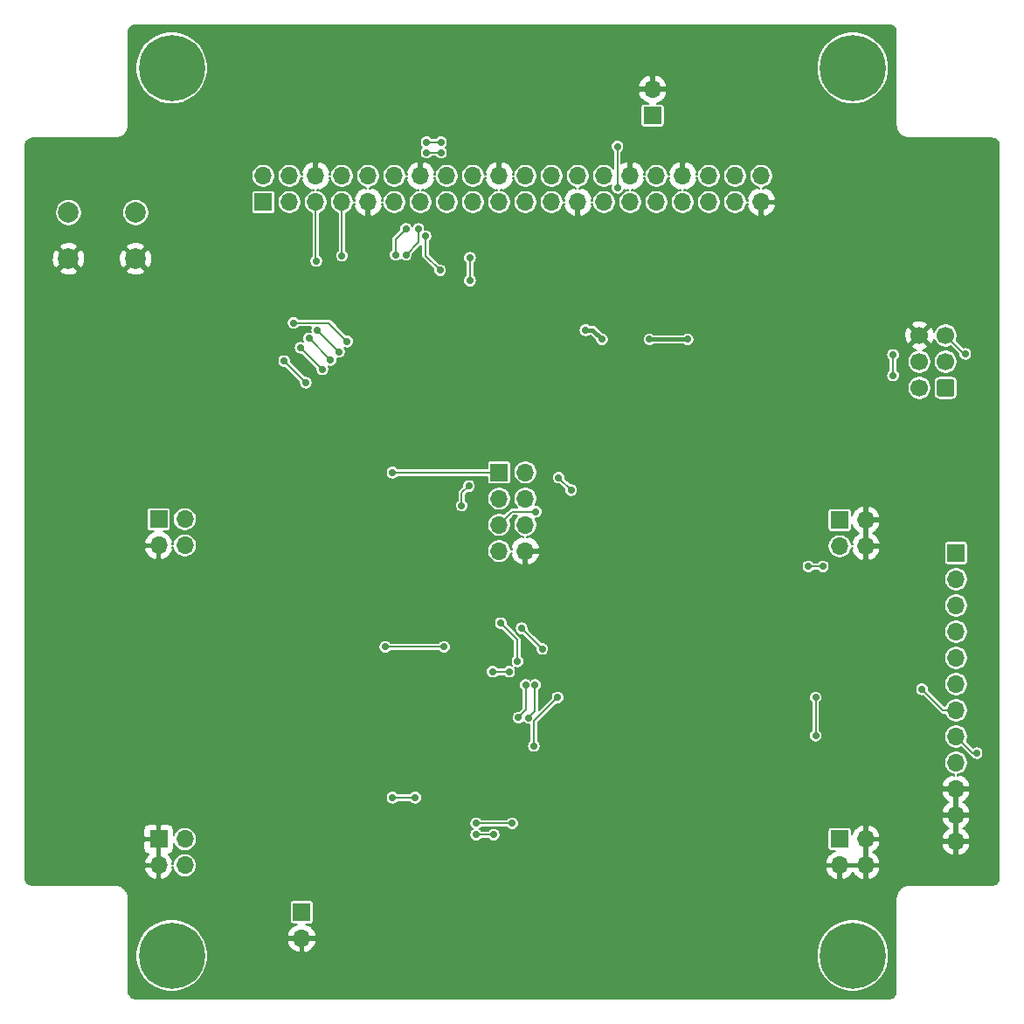
<source format=gbl>
%TF.GenerationSoftware,KiCad,Pcbnew,5.1.10*%
%TF.CreationDate,2021-11-27T19:56:59+01:00*%
%TF.ProjectId,main_pcb,6d61696e-5f70-4636-922e-6b696361645f,rev?*%
%TF.SameCoordinates,PX8f0d180PY5f5e100*%
%TF.FileFunction,Copper,L2,Bot*%
%TF.FilePolarity,Positive*%
%FSLAX46Y46*%
G04 Gerber Fmt 4.6, Leading zero omitted, Abs format (unit mm)*
G04 Created by KiCad (PCBNEW 5.1.10) date 2021-11-27 19:56:59*
%MOMM*%
%LPD*%
G01*
G04 APERTURE LIST*
%TA.AperFunction,ComponentPad*%
%ADD10O,1.700000X1.700000*%
%TD*%
%TA.AperFunction,ComponentPad*%
%ADD11R,1.700000X1.700000*%
%TD*%
%TA.AperFunction,ComponentPad*%
%ADD12C,1.700000*%
%TD*%
%TA.AperFunction,ComponentPad*%
%ADD13C,2.000000*%
%TD*%
%TA.AperFunction,ComponentPad*%
%ADD14C,6.400000*%
%TD*%
%TA.AperFunction,ViaPad*%
%ADD15C,0.700000*%
%TD*%
%TA.AperFunction,Conductor*%
%ADD16C,0.200000*%
%TD*%
%TA.AperFunction,Conductor*%
%ADD17C,0.400000*%
%TD*%
%TA.AperFunction,Conductor*%
%ADD18C,0.100000*%
%TD*%
G04 APERTURE END LIST*
D10*
%TO.P,J9,2*%
%TO.N,GND*%
X-20400000Y-41340000D03*
D11*
%TO.P,J9,1*%
%TO.N,/BTN_TRIG*%
X-20400000Y-38800000D03*
%TD*%
D12*
%TO.P,J8,6*%
%TO.N,GND*%
X39460000Y17080000D03*
%TO.P,J8,4*%
%TO.N,/MOSI*%
X39460000Y14540000D03*
%TO.P,J8,2*%
%TO.N,+3V3*%
X39460000Y12000000D03*
%TO.P,J8,5*%
%TO.N,/~RESET*%
X42000000Y17080000D03*
%TO.P,J8,3*%
%TO.N,/SCK*%
X42000000Y14540000D03*
%TO.P,J8,1*%
%TO.N,/MISO*%
%TA.AperFunction,ComponentPad*%
G36*
G01*
X42850000Y12600000D02*
X42850000Y11400000D01*
G75*
G02*
X42600000Y11150000I-250000J0D01*
G01*
X41400000Y11150000D01*
G75*
G02*
X41150000Y11400000I0J250000D01*
G01*
X41150000Y12600000D01*
G75*
G02*
X41400000Y12850000I250000J0D01*
G01*
X42600000Y12850000D01*
G75*
G02*
X42850000Y12600000I0J-250000D01*
G01*
G37*
%TD.AperFunction*%
%TD*%
D10*
%TO.P,J4,40*%
%TO.N,Net-(J4-Pad40)*%
X24130000Y32540000D03*
%TO.P,J4,39*%
%TO.N,GND*%
X24130000Y30000000D03*
%TO.P,J4,38*%
%TO.N,Net-(J4-Pad38)*%
X21590000Y32540000D03*
%TO.P,J4,37*%
%TO.N,Net-(J4-Pad37)*%
X21590000Y30000000D03*
%TO.P,J4,36*%
%TO.N,Net-(J4-Pad36)*%
X19050000Y32540000D03*
%TO.P,J4,35*%
%TO.N,/MISO*%
X19050000Y30000000D03*
%TO.P,J4,34*%
%TO.N,GND*%
X16510000Y32540000D03*
%TO.P,J4,33*%
%TO.N,/STAT*%
X16510000Y30000000D03*
%TO.P,J4,32*%
%TO.N,/BR-*%
X13970000Y32540000D03*
%TO.P,J4,31*%
%TO.N,Net-(J4-Pad31)*%
X13970000Y30000000D03*
%TO.P,J4,30*%
%TO.N,GND*%
X11430000Y32540000D03*
%TO.P,J4,29*%
%TO.N,Net-(J4-Pad29)*%
X11430000Y30000000D03*
%TO.P,J4,28*%
%TO.N,Net-(J4-Pad28)*%
X8890000Y32540000D03*
%TO.P,J4,27*%
%TO.N,/BTN_TRIG*%
X8890000Y30000000D03*
%TO.P,J4,26*%
%TO.N,Net-(J4-Pad26)*%
X6350000Y32540000D03*
%TO.P,J4,25*%
%TO.N,GND*%
X6350000Y30000000D03*
%TO.P,J4,24*%
%TO.N,Net-(J4-Pad24)*%
X3810000Y32540000D03*
%TO.P,J4,23*%
%TO.N,Net-(J4-Pad23)*%
X3810000Y30000000D03*
%TO.P,J4,22*%
%TO.N,/BR+*%
X1270000Y32540000D03*
%TO.P,J4,21*%
%TO.N,Net-(J4-Pad21)*%
X1270000Y30000000D03*
%TO.P,J4,20*%
%TO.N,GND*%
X-1270000Y32540000D03*
%TO.P,J4,19*%
%TO.N,Net-(J4-Pad19)*%
X-1270000Y30000000D03*
%TO.P,J4,18*%
%TO.N,/~SC_IRQ*%
X-3810000Y32540000D03*
%TO.P,J4,17*%
%TO.N,+3V3*%
X-3810000Y30000000D03*
%TO.P,J4,16*%
%TO.N,/SP-*%
X-6350000Y32540000D03*
%TO.P,J4,15*%
%TO.N,/SP+*%
X-6350000Y30000000D03*
%TO.P,J4,14*%
%TO.N,GND*%
X-8890000Y32540000D03*
%TO.P,J4,13*%
%TO.N,/PI_LED*%
X-8890000Y30000000D03*
%TO.P,J4,12*%
%TO.N,/SS*%
X-11430000Y32540000D03*
%TO.P,J4,11*%
%TO.N,Net-(J4-Pad11)*%
X-11430000Y30000000D03*
%TO.P,J4,10*%
%TO.N,/PI_RXD*%
X-13970000Y32540000D03*
%TO.P,J4,9*%
%TO.N,GND*%
X-13970000Y30000000D03*
%TO.P,J4,8*%
%TO.N,/PI_TXD*%
X-16510000Y32540000D03*
%TO.P,J4,7*%
%TO.N,/PI_SHTDN*%
X-16510000Y30000000D03*
%TO.P,J4,6*%
%TO.N,GND*%
X-19050000Y32540000D03*
%TO.P,J4,5*%
%TO.N,/SCL*%
X-19050000Y30000000D03*
%TO.P,J4,4*%
%TO.N,+5V*%
X-21590000Y32540000D03*
%TO.P,J4,3*%
%TO.N,/SDA*%
X-21590000Y30000000D03*
%TO.P,J4,2*%
%TO.N,+5V*%
X-24130000Y32540000D03*
D11*
%TO.P,J4,1*%
%TO.N,+3V3*%
X-24130000Y30000000D03*
%TD*%
D13*
%TO.P,SW1,1*%
%TO.N,/MASTER_ON*%
X-36500000Y29000000D03*
%TO.P,SW1,2*%
%TO.N,GND*%
X-36500000Y24500000D03*
%TO.P,SW1,1*%
%TO.N,/MASTER_ON*%
X-43000000Y29000000D03*
%TO.P,SW1,2*%
%TO.N,GND*%
X-43000000Y24500000D03*
%TD*%
D10*
%TO.P,J7,8*%
%TO.N,GND*%
X1270000Y-3810000D03*
%TO.P,J7,7*%
%TO.N,Net-(J7-Pad7)*%
X-1270000Y-3810000D03*
%TO.P,J7,6*%
%TO.N,/DN_RETO*%
X1270000Y-1270000D03*
%TO.P,J7,5*%
%TO.N,/UP_RETO*%
X-1270000Y-1270000D03*
%TO.P,J7,4*%
%TO.N,/DN_TX*%
X1270000Y1270000D03*
%TO.P,J7,3*%
%TO.N,/UP_TX*%
X-1270000Y1270000D03*
%TO.P,J7,2*%
%TO.N,/TRIG*%
X1270000Y3810000D03*
D11*
%TO.P,J7,1*%
%TO.N,/MASTER_ON*%
X-1270000Y3810000D03*
%TD*%
D10*
%TO.P,J6,4*%
%TO.N,GND*%
X34270000Y-34270000D03*
%TO.P,J6,3*%
X31730000Y-34270000D03*
%TO.P,J6,2*%
X34270000Y-31730000D03*
D11*
%TO.P,J6,1*%
%TO.N,/BR-*%
X31730000Y-31730000D03*
%TD*%
D10*
%TO.P,J5,4*%
%TO.N,GND*%
X34270000Y-3340000D03*
%TO.P,J5,3*%
%TO.N,/STAT*%
X31730000Y-3340000D03*
%TO.P,J5,2*%
%TO.N,GND*%
X34270000Y-800000D03*
D11*
%TO.P,J5,1*%
%TO.N,/BR+*%
X31730000Y-800000D03*
%TD*%
D10*
%TO.P,J3,4*%
%TO.N,/BTN_TRIG*%
X-31730000Y-34270000D03*
%TO.P,J3,3*%
%TO.N,GND*%
X-34270000Y-34270000D03*
%TO.P,J3,2*%
%TO.N,/SP-*%
X-31730000Y-31730000D03*
D11*
%TO.P,J3,1*%
%TO.N,GND*%
X-34270000Y-31730000D03*
%TD*%
D10*
%TO.P,J2,4*%
%TO.N,/MASTER_ON*%
X-31730000Y-3270000D03*
%TO.P,J2,3*%
%TO.N,GND*%
X-34270000Y-3270000D03*
%TO.P,J2,2*%
%TO.N,/SP+*%
X-31730000Y-730000D03*
D11*
%TO.P,J2,1*%
%TO.N,+3V3*%
X-34270000Y-730000D03*
%TD*%
D10*
%TO.P,J1,12*%
%TO.N,GND*%
X43000000Y-31940000D03*
%TO.P,J1,11*%
X43000000Y-29400000D03*
%TO.P,J1,10*%
X43000000Y-26860000D03*
%TO.P,J1,9*%
%TO.N,/PI_RXD*%
X43000000Y-24320000D03*
%TO.P,J1,8*%
%TO.N,/PI_TXD*%
X43000000Y-21780000D03*
%TO.P,J1,7*%
%TO.N,/PD2*%
X43000000Y-19240000D03*
%TO.P,J1,6*%
%TO.N,/UC_RX*%
X43000000Y-16700000D03*
%TO.P,J1,5*%
%TO.N,/UC_TX*%
X43000000Y-14160000D03*
%TO.P,J1,4*%
%TO.N,/SCK*%
X43000000Y-11620000D03*
%TO.P,J1,3*%
%TO.N,/MISO*%
X43000000Y-9080000D03*
%TO.P,J1,2*%
%TO.N,/MOSI*%
X43000000Y-6540000D03*
D11*
%TO.P,J1,1*%
%TO.N,/SS*%
X43000000Y-4000000D03*
%TD*%
D14*
%TO.P,H4,1*%
%TO.N,Net-(H4-Pad1)*%
X-33000000Y-43000000D03*
%TD*%
%TO.P,H3,1*%
%TO.N,Net-(H3-Pad1)*%
X33000000Y-43000000D03*
%TD*%
%TO.P,H2,1*%
%TO.N,Net-(H2-Pad1)*%
X33000000Y43000000D03*
%TD*%
%TO.P,H1,1*%
%TO.N,Net-(H1-Pad1)*%
X-33000000Y43000000D03*
%TD*%
D10*
%TO.P,BT1,2*%
%TO.N,GND*%
X13600000Y40940000D03*
D11*
%TO.P,BT1,1*%
%TO.N,Net-(BT1-Pad1)*%
X13600000Y38400000D03*
%TD*%
D15*
%TO.N,GND*%
X300000Y42400000D03*
X7600000Y44900000D03*
X7800000Y-24100000D03*
X-2600000Y-46200000D03*
X6000000Y-21700000D03*
X9400000Y-25900000D03*
X9300000Y-14100000D03*
X-2700000Y-23100000D03*
X3200000Y-24000000D03*
X-30400000Y31500000D03*
X5200000Y21300000D03*
X8200000Y22000000D03*
X2500000Y18200000D03*
X-600000Y16700000D03*
X8200000Y10600000D03*
X-1300000Y37200000D03*
X-10300000Y38700000D03*
X-14700000Y39000000D03*
X-22400000Y42900000D03*
X-13400000Y27000000D03*
X6100000Y20000000D03*
X-8949979Y-23900000D03*
X-8949979Y-22300000D03*
X-8949979Y-20700000D03*
%TO.N,/REF_BAT*%
X-16000000Y16500000D03*
X-21200004Y18300000D03*
%TO.N,+3V3*%
X7100000Y17600000D03*
X8700000Y16700000D03*
X36900000Y13200000D03*
X36900004Y15200000D03*
X17000000Y16700000D03*
X13300000Y16700000D03*
%TO.N,/MASTER_ON*%
X-11600000Y3800000D03*
X-22100000Y14600000D03*
X-20000000Y12500000D03*
X-9400000Y-27700000D03*
X-11600000Y-27700000D03*
%TO.N,/PI_RXD*%
X-8300000Y34800000D03*
X-6899996Y34800000D03*
%TO.N,/PI_TXD*%
X45000006Y-23400000D03*
X-8300000Y35800000D03*
X-6900000Y35800010D03*
%TO.N,/PD2*%
X39700000Y-17200000D03*
%TO.N,/SCK*%
X1542629Y-19965578D03*
X2200000Y-16800004D03*
%TO.N,/MISO*%
X600000Y-19950000D03*
X1300000Y-16800000D03*
%TO.N,/MOSI*%
X-1900000Y-15500000D03*
X-300000Y-15500000D03*
%TO.N,/SS*%
X-8400000Y26700000D03*
X-7000000Y23400000D03*
X28699966Y-5300000D03*
X30100000Y-5300004D03*
%TO.N,/SP+*%
X-9100000Y27400000D03*
X-10300000Y24900000D03*
%TO.N,/TRIG*%
X5700000Y2100000D03*
X4500000Y3300000D03*
X-1100000Y-10799990D03*
X500000Y-14500000D03*
%TO.N,/SP-*%
X-10300000Y27400000D03*
X-11300000Y24900000D03*
%TO.N,/BR-*%
X29400000Y-18000000D03*
X29400000Y-21700078D03*
%TO.N,/PI_SHTDN*%
X-16500000Y24800000D03*
X-16800000Y15500000D03*
X-18899994Y17600000D03*
%TO.N,/DN_RETO*%
X-4900000Y600000D03*
X-4200000Y2500000D03*
%TO.N,/UP_RETO*%
X2300000Y0D03*
%TO.N,/~RESET*%
X43900000Y15300000D03*
%TO.N,/PWR_EN*%
X4400000Y-18000000D03*
X10200000Y31400000D03*
X10200000Y35399994D03*
X2100000Y-22700000D03*
X2900000Y-13300000D03*
X900000Y-11300008D03*
%TO.N,/SCL*%
X-19000000Y24300000D03*
X-17600000Y14700000D03*
X-3500000Y-30200000D03*
X0Y-30200000D03*
X-19699994Y16800000D03*
%TO.N,/SDA*%
X-3500000Y-31300000D03*
X-1800000Y-31300000D03*
X-18400006Y13800000D03*
X-20500000Y15900000D03*
%TO.N,/~SC_IRQ*%
X-4100000Y22400000D03*
X-4100000Y24600000D03*
%TO.N,/BTN_TRIG*%
X-6600000Y-13100000D03*
X-12300000Y-13100000D03*
%TD*%
D16*
%TO.N,/REF_BAT*%
X-16000000Y16500000D02*
X-17800000Y18300000D01*
X-17800000Y18300000D02*
X-21200004Y18300000D01*
D17*
%TO.N,+3V3*%
X7800000Y17600000D02*
X8700000Y16700000D01*
X7100000Y17600000D02*
X7800000Y17600000D01*
D16*
X36900000Y13200000D02*
X36900000Y15199996D01*
X36900000Y15199996D02*
X36900004Y15200000D01*
D17*
X17000000Y16700000D02*
X13300000Y16700000D01*
D16*
%TO.N,/MASTER_ON*%
X-22100000Y14600000D02*
X-20000000Y12500000D01*
X-8900000Y3800000D02*
X-11600000Y3800000D01*
X-1280000Y3800000D02*
X-8900000Y3800000D01*
X-1270000Y3810000D02*
X-1280000Y3800000D01*
X-9400000Y-27700000D02*
X-11600000Y-27700000D01*
%TO.N,/PI_RXD*%
X-8300000Y34800000D02*
X-6899996Y34800000D01*
%TO.N,/PI_TXD*%
X44620000Y-23400000D02*
X45000006Y-23400000D01*
X43000000Y-21780000D02*
X44620000Y-23400000D01*
X-8300000Y35800000D02*
X-6900010Y35800000D01*
X-6900010Y35800000D02*
X-6900000Y35800010D01*
%TO.N,/PD2*%
X41740000Y-19240000D02*
X43000000Y-19240000D01*
X39700000Y-17200000D02*
X41740000Y-19240000D01*
%TO.N,/SCK*%
X2200000Y-19300000D02*
X2200000Y-16800004D01*
X1542629Y-19957371D02*
X2200000Y-19300000D01*
X1542629Y-19965578D02*
X1542629Y-19957371D01*
%TO.N,/MISO*%
X1300000Y-19200000D02*
X1300000Y-16800000D01*
X600000Y-19900000D02*
X1300000Y-19200000D01*
X600000Y-19950000D02*
X600000Y-19900000D01*
%TO.N,/MOSI*%
X-1900000Y-15500000D02*
X-300000Y-15500000D01*
%TO.N,/SS*%
X-8400000Y24800000D02*
X-7000000Y23400000D01*
X-8400000Y26700000D02*
X-8400000Y24800000D01*
X28699966Y-5300000D02*
X30099996Y-5300000D01*
X30099996Y-5300000D02*
X30100000Y-5300004D01*
%TO.N,/SP+*%
X-9100000Y26100000D02*
X-10300000Y24900000D01*
X-9100000Y27400000D02*
X-9100000Y26100000D01*
%TO.N,/TRIG*%
X5700000Y2100000D02*
X4500000Y3300000D01*
X-1100000Y-10800000D02*
X-1100000Y-10799990D01*
X500000Y-12399990D02*
X-1100000Y-10799990D01*
X500000Y-14500000D02*
X500000Y-12399990D01*
%TO.N,/SP-*%
X-11300000Y26400000D02*
X-11300000Y24900000D01*
X-10300000Y27400000D02*
X-11300000Y26400000D01*
%TO.N,/BR-*%
X29400000Y-18000000D02*
X29400000Y-21700078D01*
%TO.N,/PI_SHTDN*%
X-16510000Y24810000D02*
X-16500000Y24800000D01*
X-16510000Y30000000D02*
X-16510000Y24810000D01*
X-16800000Y15500000D02*
X-18899994Y17599994D01*
X-18899994Y17599994D02*
X-18899994Y17600000D01*
%TO.N,/DN_RETO*%
X-4900000Y1800000D02*
X-4200000Y2500000D01*
X-4900000Y600000D02*
X-4900000Y1800000D01*
%TO.N,/UP_RETO*%
X0Y0D02*
X2300000Y0D01*
X-1270000Y-1270000D02*
X0Y0D01*
%TO.N,/~RESET*%
X43780000Y15300000D02*
X43900000Y15300000D01*
X42000000Y17080000D02*
X43780000Y15300000D01*
%TO.N,/PWR_EN*%
X10200000Y31400000D02*
X10200000Y35399994D01*
X4400000Y-18000000D02*
X2100000Y-20300000D01*
X2100000Y-20300000D02*
X2100000Y-22700000D01*
X2900000Y-13300000D02*
X900008Y-11300008D01*
X900008Y-11300008D02*
X900000Y-11300008D01*
%TO.N,/SCL*%
X-19050000Y24350000D02*
X-19000000Y24300000D01*
X-19050000Y30000000D02*
X-19050000Y24350000D01*
X-3500000Y-30200000D02*
X0Y-30200000D01*
X-17600000Y14700000D02*
X-19699994Y16799994D01*
X-19699994Y16799994D02*
X-19699994Y16800000D01*
%TO.N,/SDA*%
X-3500000Y-31300000D02*
X-1800000Y-31300000D01*
X-18400006Y13800000D02*
X-20500000Y15899994D01*
X-20500000Y15899994D02*
X-20500000Y15900000D01*
%TO.N,/~SC_IRQ*%
X-4100000Y22400000D02*
X-4100000Y24600000D01*
%TO.N,/BTN_TRIG*%
X-6600000Y-13100000D02*
X-12300000Y-13100000D01*
%TD*%
%TO.N,GND*%
X36630805Y47160616D02*
X36756629Y47122627D01*
X36872675Y47060924D01*
X36974532Y46977852D01*
X37058310Y46876582D01*
X37120819Y46760973D01*
X37159686Y46635414D01*
X37175000Y46489715D01*
X37175001Y37484039D01*
X37176405Y37469781D01*
X37176362Y37463563D01*
X37176804Y37459046D01*
X37197205Y37264949D01*
X37203135Y37236062D01*
X37208648Y37207162D01*
X37209959Y37202817D01*
X37267671Y37016379D01*
X37279100Y36989190D01*
X37290121Y36961914D01*
X37292251Y36957907D01*
X37385076Y36786230D01*
X37401549Y36761808D01*
X37417678Y36737161D01*
X37420546Y36733644D01*
X37544949Y36583266D01*
X37565859Y36562502D01*
X37586460Y36541465D01*
X37589956Y36538572D01*
X37741198Y36415222D01*
X37765759Y36398904D01*
X37790038Y36382280D01*
X37794030Y36380121D01*
X37966352Y36288496D01*
X37993576Y36277275D01*
X38020660Y36265667D01*
X38024995Y36264325D01*
X38211831Y36207916D01*
X38240747Y36202191D01*
X38269538Y36196071D01*
X38274051Y36195596D01*
X38468285Y36176551D01*
X38468292Y36176551D01*
X38484039Y36175000D01*
X46484103Y36175000D01*
X46630805Y36160616D01*
X46756629Y36122627D01*
X46872675Y36060924D01*
X46974532Y35977852D01*
X47058310Y35876582D01*
X47120819Y35760973D01*
X47159686Y35635414D01*
X47175000Y35489715D01*
X47175001Y-35484094D01*
X47160616Y-35630805D01*
X47122627Y-35756629D01*
X47060924Y-35872675D01*
X46977853Y-35974531D01*
X46876586Y-36058307D01*
X46760973Y-36120819D01*
X46635410Y-36159687D01*
X46489716Y-36175000D01*
X38484039Y-36175000D01*
X38469771Y-36176405D01*
X38463563Y-36176362D01*
X38459046Y-36176805D01*
X38264949Y-36197205D01*
X38236062Y-36203135D01*
X38207162Y-36208648D01*
X38202817Y-36209959D01*
X38016379Y-36267671D01*
X37989190Y-36279100D01*
X37961914Y-36290121D01*
X37957906Y-36292251D01*
X37786230Y-36385076D01*
X37761803Y-36401553D01*
X37737160Y-36417678D01*
X37733643Y-36420546D01*
X37583266Y-36544950D01*
X37562521Y-36565840D01*
X37541465Y-36586460D01*
X37538572Y-36589956D01*
X37415222Y-36741198D01*
X37398915Y-36765743D01*
X37382280Y-36790038D01*
X37380121Y-36794030D01*
X37288496Y-36966352D01*
X37277287Y-36993547D01*
X37265667Y-37020660D01*
X37264325Y-37024995D01*
X37207916Y-37211831D01*
X37202197Y-37240715D01*
X37196071Y-37269538D01*
X37195596Y-37274052D01*
X37176551Y-37468285D01*
X37176551Y-37468293D01*
X37175000Y-37484040D01*
X37175001Y-46484094D01*
X37160616Y-46630805D01*
X37122627Y-46756629D01*
X37060924Y-46872675D01*
X36977853Y-46974531D01*
X36876586Y-47058307D01*
X36760973Y-47120819D01*
X36635410Y-47159687D01*
X36489716Y-47175000D01*
X-36484104Y-47175000D01*
X-36630805Y-47160616D01*
X-36756629Y-47122627D01*
X-36872675Y-47060924D01*
X-36974531Y-46977853D01*
X-37058307Y-46876586D01*
X-37120819Y-46760973D01*
X-37159687Y-46635410D01*
X-37175000Y-46489716D01*
X-37175000Y-42655280D01*
X-36500000Y-42655280D01*
X-36500000Y-43344720D01*
X-36365497Y-44020912D01*
X-36101660Y-44657872D01*
X-35718628Y-45231120D01*
X-35231120Y-45718628D01*
X-34657872Y-46101660D01*
X-34020912Y-46365497D01*
X-33344720Y-46500000D01*
X-32655280Y-46500000D01*
X-31979088Y-46365497D01*
X-31342128Y-46101660D01*
X-30768880Y-45718628D01*
X-30281372Y-45231120D01*
X-29898340Y-44657872D01*
X-29634503Y-44020912D01*
X-29500000Y-43344720D01*
X-29500000Y-42655280D01*
X-29634503Y-41979088D01*
X-29742272Y-41718910D01*
X-21807903Y-41718910D01*
X-21781146Y-41807139D01*
X-21663473Y-42067611D01*
X-21497246Y-42300122D01*
X-21288852Y-42495736D01*
X-21046300Y-42646935D01*
X-20778911Y-42747909D01*
X-20554000Y-42637850D01*
X-20554000Y-41494000D01*
X-20246000Y-41494000D01*
X-20246000Y-42637850D01*
X-20021089Y-42747909D01*
X-19775799Y-42655280D01*
X29500000Y-42655280D01*
X29500000Y-43344720D01*
X29634503Y-44020912D01*
X29898340Y-44657872D01*
X30281372Y-45231120D01*
X30768880Y-45718628D01*
X31342128Y-46101660D01*
X31979088Y-46365497D01*
X32655280Y-46500000D01*
X33344720Y-46500000D01*
X34020912Y-46365497D01*
X34657872Y-46101660D01*
X35231120Y-45718628D01*
X35718628Y-45231120D01*
X36101660Y-44657872D01*
X36365497Y-44020912D01*
X36500000Y-43344720D01*
X36500000Y-42655280D01*
X36365497Y-41979088D01*
X36101660Y-41342128D01*
X35718628Y-40768880D01*
X35231120Y-40281372D01*
X34657872Y-39898340D01*
X34020912Y-39634503D01*
X33344720Y-39500000D01*
X32655280Y-39500000D01*
X31979088Y-39634503D01*
X31342128Y-39898340D01*
X30768880Y-40281372D01*
X30281372Y-40768880D01*
X29898340Y-41342128D01*
X29634503Y-41979088D01*
X29500000Y-42655280D01*
X-19775799Y-42655280D01*
X-19753700Y-42646935D01*
X-19511148Y-42495736D01*
X-19302754Y-42300122D01*
X-19136527Y-42067611D01*
X-19018854Y-41807139D01*
X-18992097Y-41718910D01*
X-19103111Y-41494000D01*
X-20246000Y-41494000D01*
X-20554000Y-41494000D01*
X-21696889Y-41494000D01*
X-21807903Y-41718910D01*
X-29742272Y-41718910D01*
X-29898340Y-41342128D01*
X-30152941Y-40961090D01*
X-21807903Y-40961090D01*
X-21696889Y-41186000D01*
X-20554000Y-41186000D01*
X-20554000Y-41166000D01*
X-20246000Y-41166000D01*
X-20246000Y-41186000D01*
X-19103111Y-41186000D01*
X-18992097Y-40961090D01*
X-19018854Y-40872861D01*
X-19136527Y-40612389D01*
X-19302754Y-40379878D01*
X-19511148Y-40184264D01*
X-19753700Y-40033065D01*
X-19969822Y-39951451D01*
X-19550000Y-39951451D01*
X-19491190Y-39945659D01*
X-19434640Y-39928504D01*
X-19382523Y-39900647D01*
X-19336842Y-39863158D01*
X-19299353Y-39817477D01*
X-19271496Y-39765360D01*
X-19254341Y-39708810D01*
X-19248549Y-39650000D01*
X-19248549Y-37950000D01*
X-19254341Y-37891190D01*
X-19271496Y-37834640D01*
X-19299353Y-37782523D01*
X-19336842Y-37736842D01*
X-19382523Y-37699353D01*
X-19434640Y-37671496D01*
X-19491190Y-37654341D01*
X-19550000Y-37648549D01*
X-21250000Y-37648549D01*
X-21308810Y-37654341D01*
X-21365360Y-37671496D01*
X-21417477Y-37699353D01*
X-21463158Y-37736842D01*
X-21500647Y-37782523D01*
X-21528504Y-37834640D01*
X-21545659Y-37891190D01*
X-21551451Y-37950000D01*
X-21551451Y-39650000D01*
X-21545659Y-39708810D01*
X-21528504Y-39765360D01*
X-21500647Y-39817477D01*
X-21463158Y-39863158D01*
X-21417477Y-39900647D01*
X-21365360Y-39928504D01*
X-21308810Y-39945659D01*
X-21250000Y-39951451D01*
X-20830178Y-39951451D01*
X-21046300Y-40033065D01*
X-21288852Y-40184264D01*
X-21497246Y-40379878D01*
X-21663473Y-40612389D01*
X-21781146Y-40872861D01*
X-21807903Y-40961090D01*
X-30152941Y-40961090D01*
X-30281372Y-40768880D01*
X-30768880Y-40281372D01*
X-31342128Y-39898340D01*
X-31979088Y-39634503D01*
X-32655280Y-39500000D01*
X-33344720Y-39500000D01*
X-34020912Y-39634503D01*
X-34657872Y-39898340D01*
X-35231120Y-40281372D01*
X-35718628Y-40768880D01*
X-36101660Y-41342128D01*
X-36365497Y-41979088D01*
X-36500000Y-42655280D01*
X-37175000Y-42655280D01*
X-37175000Y-37484039D01*
X-37176405Y-37469771D01*
X-37176362Y-37463563D01*
X-37176805Y-37459046D01*
X-37197205Y-37264949D01*
X-37203135Y-37236062D01*
X-37208648Y-37207162D01*
X-37209959Y-37202817D01*
X-37267671Y-37016379D01*
X-37279100Y-36989190D01*
X-37290121Y-36961914D01*
X-37292251Y-36957906D01*
X-37385076Y-36786230D01*
X-37401553Y-36761803D01*
X-37417678Y-36737160D01*
X-37420546Y-36733643D01*
X-37544950Y-36583266D01*
X-37565840Y-36562521D01*
X-37586460Y-36541465D01*
X-37589956Y-36538572D01*
X-37741198Y-36415222D01*
X-37765743Y-36398915D01*
X-37790038Y-36382280D01*
X-37794030Y-36380121D01*
X-37966352Y-36288496D01*
X-37993547Y-36277287D01*
X-38020660Y-36265667D01*
X-38024995Y-36264325D01*
X-38211831Y-36207916D01*
X-38240715Y-36202197D01*
X-38269538Y-36196071D01*
X-38274052Y-36195596D01*
X-38468285Y-36176551D01*
X-38468292Y-36176551D01*
X-38484039Y-36175000D01*
X-46484104Y-36175000D01*
X-46630805Y-36160616D01*
X-46756629Y-36122627D01*
X-46872675Y-36060924D01*
X-46974531Y-35977853D01*
X-47058307Y-35876586D01*
X-47120819Y-35760973D01*
X-47159687Y-35635410D01*
X-47175000Y-35489716D01*
X-47175000Y-34648910D01*
X-35677903Y-34648910D01*
X-35651146Y-34737139D01*
X-35533473Y-34997611D01*
X-35367246Y-35230122D01*
X-35158852Y-35425736D01*
X-34916300Y-35576935D01*
X-34648911Y-35677909D01*
X-34424000Y-35567850D01*
X-34424000Y-34424000D01*
X-35566889Y-34424000D01*
X-35677903Y-34648910D01*
X-47175000Y-34648910D01*
X-47175000Y-32580000D01*
X-35730942Y-32580000D01*
X-35719203Y-32699189D01*
X-35684437Y-32813797D01*
X-35627980Y-32919421D01*
X-35552001Y-33012001D01*
X-35459421Y-33087980D01*
X-35353797Y-33144437D01*
X-35239189Y-33179203D01*
X-35229093Y-33180197D01*
X-35367246Y-33309878D01*
X-35533473Y-33542389D01*
X-35651146Y-33802861D01*
X-35677903Y-33891090D01*
X-35566889Y-34116000D01*
X-34424000Y-34116000D01*
X-34424000Y-31884000D01*
X-35576000Y-31884000D01*
X-35728000Y-32036000D01*
X-35730942Y-32580000D01*
X-47175000Y-32580000D01*
X-47175000Y-30880000D01*
X-35730942Y-30880000D01*
X-35728000Y-31424000D01*
X-35576000Y-31576000D01*
X-34424000Y-31576000D01*
X-34424000Y-30424000D01*
X-34116000Y-30424000D01*
X-34116000Y-31576000D01*
X-34096000Y-31576000D01*
X-34096000Y-31884000D01*
X-34116000Y-31884000D01*
X-34116000Y-34116000D01*
X-34096000Y-34116000D01*
X-34096000Y-34424000D01*
X-34116000Y-34424000D01*
X-34116000Y-35567850D01*
X-33891089Y-35677909D01*
X-33623700Y-35576935D01*
X-33381148Y-35425736D01*
X-33172754Y-35230122D01*
X-33006527Y-34997611D01*
X-32888854Y-34737139D01*
X-32862097Y-34648910D01*
X-32973110Y-34424002D01*
X-32871897Y-34424002D01*
X-32835806Y-34605443D01*
X-32749116Y-34814729D01*
X-32623263Y-35003082D01*
X-32463082Y-35163263D01*
X-32274729Y-35289116D01*
X-32065443Y-35375806D01*
X-31843265Y-35420000D01*
X-31616735Y-35420000D01*
X-31394557Y-35375806D01*
X-31185271Y-35289116D01*
X-30996918Y-35163263D01*
X-30836737Y-35003082D01*
X-30710884Y-34814729D01*
X-30642199Y-34648910D01*
X30322097Y-34648910D01*
X30348854Y-34737139D01*
X30466527Y-34997611D01*
X30632754Y-35230122D01*
X30841148Y-35425736D01*
X31083700Y-35576935D01*
X31351089Y-35677909D01*
X31576000Y-35567850D01*
X31576000Y-34424000D01*
X31884000Y-34424000D01*
X31884000Y-35567850D01*
X32108911Y-35677909D01*
X32376300Y-35576935D01*
X32618852Y-35425736D01*
X32827246Y-35230122D01*
X32993473Y-34997611D01*
X33000000Y-34983163D01*
X33006527Y-34997611D01*
X33172754Y-35230122D01*
X33381148Y-35425736D01*
X33623700Y-35576935D01*
X33891089Y-35677909D01*
X34116000Y-35567850D01*
X34116000Y-34424000D01*
X34424000Y-34424000D01*
X34424000Y-35567850D01*
X34648911Y-35677909D01*
X34916300Y-35576935D01*
X35158852Y-35425736D01*
X35367246Y-35230122D01*
X35533473Y-34997611D01*
X35651146Y-34737139D01*
X35677903Y-34648910D01*
X35566889Y-34424000D01*
X34424000Y-34424000D01*
X34116000Y-34424000D01*
X31884000Y-34424000D01*
X31576000Y-34424000D01*
X30433111Y-34424000D01*
X30322097Y-34648910D01*
X-30642199Y-34648910D01*
X-30624194Y-34605443D01*
X-30580000Y-34383265D01*
X-30580000Y-34156735D01*
X-30624194Y-33934557D01*
X-30642198Y-33891090D01*
X30322097Y-33891090D01*
X30433111Y-34116000D01*
X31576000Y-34116000D01*
X31576000Y-34096000D01*
X31884000Y-34096000D01*
X31884000Y-34116000D01*
X34116000Y-34116000D01*
X34116000Y-31884000D01*
X34424000Y-31884000D01*
X34424000Y-34116000D01*
X35566889Y-34116000D01*
X35677903Y-33891090D01*
X35651146Y-33802861D01*
X35533473Y-33542389D01*
X35367246Y-33309878D01*
X35158852Y-33114264D01*
X34975551Y-33000000D01*
X35158852Y-32885736D01*
X35367246Y-32690122D01*
X35533473Y-32457611D01*
X35596133Y-32318910D01*
X41592097Y-32318910D01*
X41618854Y-32407139D01*
X41736527Y-32667611D01*
X41902754Y-32900122D01*
X42111148Y-33095736D01*
X42353700Y-33246935D01*
X42621089Y-33347909D01*
X42846000Y-33237850D01*
X42846000Y-32094000D01*
X43154000Y-32094000D01*
X43154000Y-33237850D01*
X43378911Y-33347909D01*
X43646300Y-33246935D01*
X43888852Y-33095736D01*
X44097246Y-32900122D01*
X44263473Y-32667611D01*
X44381146Y-32407139D01*
X44407903Y-32318910D01*
X44296889Y-32094000D01*
X43154000Y-32094000D01*
X42846000Y-32094000D01*
X41703111Y-32094000D01*
X41592097Y-32318910D01*
X35596133Y-32318910D01*
X35651146Y-32197139D01*
X35677903Y-32108910D01*
X35566889Y-31884000D01*
X34424000Y-31884000D01*
X34116000Y-31884000D01*
X34096000Y-31884000D01*
X34096000Y-31576000D01*
X34116000Y-31576000D01*
X34116000Y-30432150D01*
X34424000Y-30432150D01*
X34424000Y-31576000D01*
X35566889Y-31576000D01*
X35677903Y-31351090D01*
X35651146Y-31262861D01*
X35533473Y-31002389D01*
X35367246Y-30769878D01*
X35158852Y-30574264D01*
X34916300Y-30423065D01*
X34648911Y-30322091D01*
X34424000Y-30432150D01*
X34116000Y-30432150D01*
X33891089Y-30322091D01*
X33623700Y-30423065D01*
X33381148Y-30574264D01*
X33172754Y-30769878D01*
X33006527Y-31002389D01*
X32888854Y-31262861D01*
X32881451Y-31287272D01*
X32881451Y-30880000D01*
X32875659Y-30821190D01*
X32858504Y-30764640D01*
X32830647Y-30712523D01*
X32793158Y-30666842D01*
X32747477Y-30629353D01*
X32695360Y-30601496D01*
X32638810Y-30584341D01*
X32580000Y-30578549D01*
X30880000Y-30578549D01*
X30821190Y-30584341D01*
X30764640Y-30601496D01*
X30712523Y-30629353D01*
X30666842Y-30666842D01*
X30629353Y-30712523D01*
X30601496Y-30764640D01*
X30584341Y-30821190D01*
X30578549Y-30880000D01*
X30578549Y-32580000D01*
X30584341Y-32638810D01*
X30601496Y-32695360D01*
X30629353Y-32747477D01*
X30666842Y-32793158D01*
X30712523Y-32830647D01*
X30764640Y-32858504D01*
X30821190Y-32875659D01*
X30880000Y-32881451D01*
X31299822Y-32881451D01*
X31083700Y-32963065D01*
X30841148Y-33114264D01*
X30632754Y-33309878D01*
X30466527Y-33542389D01*
X30348854Y-33802861D01*
X30322097Y-33891090D01*
X-30642198Y-33891090D01*
X-30710884Y-33725271D01*
X-30836737Y-33536918D01*
X-30996918Y-33376737D01*
X-31185271Y-33250884D01*
X-31394557Y-33164194D01*
X-31616735Y-33120000D01*
X-31843265Y-33120000D01*
X-32065443Y-33164194D01*
X-32274729Y-33250884D01*
X-32463082Y-33376737D01*
X-32623263Y-33536918D01*
X-32749116Y-33725271D01*
X-32835806Y-33934557D01*
X-32871897Y-34115998D01*
X-32973110Y-34115998D01*
X-32862097Y-33891090D01*
X-32888854Y-33802861D01*
X-33006527Y-33542389D01*
X-33172754Y-33309878D01*
X-33310907Y-33180197D01*
X-33300811Y-33179203D01*
X-33186203Y-33144437D01*
X-33080579Y-33087980D01*
X-32987999Y-33012001D01*
X-32912020Y-32919421D01*
X-32855563Y-32813797D01*
X-32820797Y-32699189D01*
X-32809058Y-32580000D01*
X-32811524Y-32124065D01*
X-32749116Y-32274729D01*
X-32623263Y-32463082D01*
X-32463082Y-32623263D01*
X-32274729Y-32749116D01*
X-32065443Y-32835806D01*
X-31843265Y-32880000D01*
X-31616735Y-32880000D01*
X-31394557Y-32835806D01*
X-31185271Y-32749116D01*
X-30996918Y-32623263D01*
X-30836737Y-32463082D01*
X-30710884Y-32274729D01*
X-30624194Y-32065443D01*
X-30580000Y-31843265D01*
X-30580000Y-31616735D01*
X-30624194Y-31394557D01*
X-30710884Y-31185271D01*
X-30836737Y-30996918D01*
X-30996918Y-30836737D01*
X-31185271Y-30710884D01*
X-31394557Y-30624194D01*
X-31616735Y-30580000D01*
X-31843265Y-30580000D01*
X-32065443Y-30624194D01*
X-32274729Y-30710884D01*
X-32463082Y-30836737D01*
X-32623263Y-30996918D01*
X-32749116Y-31185271D01*
X-32811524Y-31335935D01*
X-32809058Y-30880000D01*
X-32820797Y-30760811D01*
X-32855563Y-30646203D01*
X-32912020Y-30540579D01*
X-32987999Y-30447999D01*
X-33080579Y-30372020D01*
X-33186203Y-30315563D01*
X-33300811Y-30280797D01*
X-33420000Y-30269058D01*
X-33964000Y-30272000D01*
X-34116000Y-30424000D01*
X-34424000Y-30424000D01*
X-34576000Y-30272000D01*
X-35120000Y-30269058D01*
X-35239189Y-30280797D01*
X-35353797Y-30315563D01*
X-35459421Y-30372020D01*
X-35552001Y-30447999D01*
X-35627980Y-30540579D01*
X-35684437Y-30646203D01*
X-35719203Y-30760811D01*
X-35730942Y-30880000D01*
X-47175000Y-30880000D01*
X-47175000Y-30135981D01*
X-4150000Y-30135981D01*
X-4150000Y-30264019D01*
X-4125021Y-30389598D01*
X-4076022Y-30507890D01*
X-4004888Y-30614351D01*
X-3914351Y-30704888D01*
X-3846835Y-30750000D01*
X-3914351Y-30795112D01*
X-4004888Y-30885649D01*
X-4076022Y-30992110D01*
X-4125021Y-31110402D01*
X-4150000Y-31235981D01*
X-4150000Y-31364019D01*
X-4125021Y-31489598D01*
X-4076022Y-31607890D01*
X-4004888Y-31714351D01*
X-3914351Y-31804888D01*
X-3807890Y-31876022D01*
X-3689598Y-31925021D01*
X-3564019Y-31950000D01*
X-3435981Y-31950000D01*
X-3310402Y-31925021D01*
X-3192110Y-31876022D01*
X-3085649Y-31804888D01*
X-2995112Y-31714351D01*
X-2985523Y-31700000D01*
X-2314477Y-31700000D01*
X-2304888Y-31714351D01*
X-2214351Y-31804888D01*
X-2107890Y-31876022D01*
X-1989598Y-31925021D01*
X-1864019Y-31950000D01*
X-1735981Y-31950000D01*
X-1610402Y-31925021D01*
X-1492110Y-31876022D01*
X-1385649Y-31804888D01*
X-1295112Y-31714351D01*
X-1223978Y-31607890D01*
X-1174979Y-31489598D01*
X-1150000Y-31364019D01*
X-1150000Y-31235981D01*
X-1174979Y-31110402D01*
X-1223978Y-30992110D01*
X-1295112Y-30885649D01*
X-1385649Y-30795112D01*
X-1492110Y-30723978D01*
X-1610402Y-30674979D01*
X-1735981Y-30650000D01*
X-1864019Y-30650000D01*
X-1989598Y-30674979D01*
X-2107890Y-30723978D01*
X-2214351Y-30795112D01*
X-2304888Y-30885649D01*
X-2314477Y-30900000D01*
X-2985523Y-30900000D01*
X-2995112Y-30885649D01*
X-3085649Y-30795112D01*
X-3153165Y-30750000D01*
X-3085649Y-30704888D01*
X-2995112Y-30614351D01*
X-2985523Y-30600000D01*
X-514477Y-30600000D01*
X-504888Y-30614351D01*
X-414351Y-30704888D01*
X-307890Y-30776022D01*
X-189598Y-30825021D01*
X-64019Y-30850000D01*
X64019Y-30850000D01*
X189598Y-30825021D01*
X307890Y-30776022D01*
X414351Y-30704888D01*
X504888Y-30614351D01*
X576022Y-30507890D01*
X625021Y-30389598D01*
X650000Y-30264019D01*
X650000Y-30135981D01*
X625021Y-30010402D01*
X576022Y-29892110D01*
X504888Y-29785649D01*
X498149Y-29778910D01*
X41592097Y-29778910D01*
X41618854Y-29867139D01*
X41736527Y-30127611D01*
X41902754Y-30360122D01*
X42111148Y-30555736D01*
X42294449Y-30670000D01*
X42111148Y-30784264D01*
X41902754Y-30979878D01*
X41736527Y-31212389D01*
X41618854Y-31472861D01*
X41592097Y-31561090D01*
X41703111Y-31786000D01*
X42846000Y-31786000D01*
X42846000Y-29554000D01*
X43154000Y-29554000D01*
X43154000Y-31786000D01*
X44296889Y-31786000D01*
X44407903Y-31561090D01*
X44381146Y-31472861D01*
X44263473Y-31212389D01*
X44097246Y-30979878D01*
X43888852Y-30784264D01*
X43705551Y-30670000D01*
X43888852Y-30555736D01*
X44097246Y-30360122D01*
X44263473Y-30127611D01*
X44381146Y-29867139D01*
X44407903Y-29778910D01*
X44296889Y-29554000D01*
X43154000Y-29554000D01*
X42846000Y-29554000D01*
X41703111Y-29554000D01*
X41592097Y-29778910D01*
X498149Y-29778910D01*
X414351Y-29695112D01*
X307890Y-29623978D01*
X189598Y-29574979D01*
X64019Y-29550000D01*
X-64019Y-29550000D01*
X-189598Y-29574979D01*
X-307890Y-29623978D01*
X-414351Y-29695112D01*
X-504888Y-29785649D01*
X-514477Y-29800000D01*
X-2985523Y-29800000D01*
X-2995112Y-29785649D01*
X-3085649Y-29695112D01*
X-3192110Y-29623978D01*
X-3310402Y-29574979D01*
X-3435981Y-29550000D01*
X-3564019Y-29550000D01*
X-3689598Y-29574979D01*
X-3807890Y-29623978D01*
X-3914351Y-29695112D01*
X-4004888Y-29785649D01*
X-4076022Y-29892110D01*
X-4125021Y-30010402D01*
X-4150000Y-30135981D01*
X-47175000Y-30135981D01*
X-47175000Y-27635981D01*
X-12250000Y-27635981D01*
X-12250000Y-27764019D01*
X-12225021Y-27889598D01*
X-12176022Y-28007890D01*
X-12104888Y-28114351D01*
X-12014351Y-28204888D01*
X-11907890Y-28276022D01*
X-11789598Y-28325021D01*
X-11664019Y-28350000D01*
X-11535981Y-28350000D01*
X-11410402Y-28325021D01*
X-11292110Y-28276022D01*
X-11185649Y-28204888D01*
X-11095112Y-28114351D01*
X-11085523Y-28100000D01*
X-9914477Y-28100000D01*
X-9904888Y-28114351D01*
X-9814351Y-28204888D01*
X-9707890Y-28276022D01*
X-9589598Y-28325021D01*
X-9464019Y-28350000D01*
X-9335981Y-28350000D01*
X-9210402Y-28325021D01*
X-9092110Y-28276022D01*
X-8985649Y-28204888D01*
X-8895112Y-28114351D01*
X-8823978Y-28007890D01*
X-8774979Y-27889598D01*
X-8750000Y-27764019D01*
X-8750000Y-27635981D01*
X-8774979Y-27510402D01*
X-8823978Y-27392110D01*
X-8895112Y-27285649D01*
X-8941851Y-27238910D01*
X41592097Y-27238910D01*
X41618854Y-27327139D01*
X41736527Y-27587611D01*
X41902754Y-27820122D01*
X42111148Y-28015736D01*
X42294449Y-28130000D01*
X42111148Y-28244264D01*
X41902754Y-28439878D01*
X41736527Y-28672389D01*
X41618854Y-28932861D01*
X41592097Y-29021090D01*
X41703111Y-29246000D01*
X42846000Y-29246000D01*
X42846000Y-27014000D01*
X43154000Y-27014000D01*
X43154000Y-29246000D01*
X44296889Y-29246000D01*
X44407903Y-29021090D01*
X44381146Y-28932861D01*
X44263473Y-28672389D01*
X44097246Y-28439878D01*
X43888852Y-28244264D01*
X43705551Y-28130000D01*
X43888852Y-28015736D01*
X44097246Y-27820122D01*
X44263473Y-27587611D01*
X44381146Y-27327139D01*
X44407903Y-27238910D01*
X44296889Y-27014000D01*
X43154000Y-27014000D01*
X42846000Y-27014000D01*
X41703111Y-27014000D01*
X41592097Y-27238910D01*
X-8941851Y-27238910D01*
X-8985649Y-27195112D01*
X-9092110Y-27123978D01*
X-9210402Y-27074979D01*
X-9335981Y-27050000D01*
X-9464019Y-27050000D01*
X-9589598Y-27074979D01*
X-9707890Y-27123978D01*
X-9814351Y-27195112D01*
X-9904888Y-27285649D01*
X-9914477Y-27300000D01*
X-11085523Y-27300000D01*
X-11095112Y-27285649D01*
X-11185649Y-27195112D01*
X-11292110Y-27123978D01*
X-11410402Y-27074979D01*
X-11535981Y-27050000D01*
X-11664019Y-27050000D01*
X-11789598Y-27074979D01*
X-11907890Y-27123978D01*
X-12014351Y-27195112D01*
X-12104888Y-27285649D01*
X-12176022Y-27392110D01*
X-12225021Y-27510402D01*
X-12250000Y-27635981D01*
X-47175000Y-27635981D01*
X-47175000Y-26481090D01*
X41592097Y-26481090D01*
X41703111Y-26706000D01*
X42846000Y-26706000D01*
X42846000Y-26686000D01*
X43154000Y-26686000D01*
X43154000Y-26706000D01*
X44296889Y-26706000D01*
X44407903Y-26481090D01*
X44381146Y-26392861D01*
X44263473Y-26132389D01*
X44097246Y-25899878D01*
X43888852Y-25704264D01*
X43646300Y-25553065D01*
X43378911Y-25452091D01*
X43154002Y-25562149D01*
X43154002Y-25461897D01*
X43335443Y-25425806D01*
X43544729Y-25339116D01*
X43733082Y-25213263D01*
X43893263Y-25053082D01*
X44019116Y-24864729D01*
X44105806Y-24655443D01*
X44150000Y-24433265D01*
X44150000Y-24206735D01*
X44105806Y-23984557D01*
X44019116Y-23775271D01*
X43893263Y-23586918D01*
X43733082Y-23426737D01*
X43544729Y-23300884D01*
X43335443Y-23214194D01*
X43113265Y-23170000D01*
X42886735Y-23170000D01*
X42664557Y-23214194D01*
X42455271Y-23300884D01*
X42266918Y-23426737D01*
X42106737Y-23586918D01*
X41980884Y-23775271D01*
X41894194Y-23984557D01*
X41850000Y-24206735D01*
X41850000Y-24433265D01*
X41894194Y-24655443D01*
X41980884Y-24864729D01*
X42106737Y-25053082D01*
X42266918Y-25213263D01*
X42455271Y-25339116D01*
X42664557Y-25425806D01*
X42845998Y-25461897D01*
X42845998Y-25562149D01*
X42621089Y-25452091D01*
X42353700Y-25553065D01*
X42111148Y-25704264D01*
X41902754Y-25899878D01*
X41736527Y-26132389D01*
X41618854Y-26392861D01*
X41592097Y-26481090D01*
X-47175000Y-26481090D01*
X-47175000Y-19885981D01*
X-50000Y-19885981D01*
X-50000Y-20014019D01*
X-25021Y-20139598D01*
X23978Y-20257890D01*
X95112Y-20364351D01*
X185649Y-20454888D01*
X292110Y-20526022D01*
X410402Y-20575021D01*
X535981Y-20600000D01*
X664019Y-20600000D01*
X789598Y-20575021D01*
X907890Y-20526022D01*
X1014351Y-20454888D01*
X1063526Y-20405714D01*
X1128278Y-20470466D01*
X1234739Y-20541600D01*
X1353031Y-20590599D01*
X1478610Y-20615578D01*
X1606648Y-20615578D01*
X1700000Y-20597009D01*
X1700001Y-22185523D01*
X1685649Y-22195112D01*
X1595112Y-22285649D01*
X1523978Y-22392110D01*
X1474979Y-22510402D01*
X1450000Y-22635981D01*
X1450000Y-22764019D01*
X1474979Y-22889598D01*
X1523978Y-23007890D01*
X1595112Y-23114351D01*
X1685649Y-23204888D01*
X1792110Y-23276022D01*
X1910402Y-23325021D01*
X2035981Y-23350000D01*
X2164019Y-23350000D01*
X2289598Y-23325021D01*
X2407890Y-23276022D01*
X2514351Y-23204888D01*
X2604888Y-23114351D01*
X2676022Y-23007890D01*
X2725021Y-22889598D01*
X2750000Y-22764019D01*
X2750000Y-22635981D01*
X2725021Y-22510402D01*
X2676022Y-22392110D01*
X2604888Y-22285649D01*
X2514351Y-22195112D01*
X2500000Y-22185523D01*
X2500000Y-20465685D01*
X4319053Y-18646633D01*
X4335981Y-18650000D01*
X4464019Y-18650000D01*
X4589598Y-18625021D01*
X4707890Y-18576022D01*
X4814351Y-18504888D01*
X4904888Y-18414351D01*
X4976022Y-18307890D01*
X5025021Y-18189598D01*
X5050000Y-18064019D01*
X5050000Y-17935981D01*
X28750000Y-17935981D01*
X28750000Y-18064019D01*
X28774979Y-18189598D01*
X28823978Y-18307890D01*
X28895112Y-18414351D01*
X28985649Y-18504888D01*
X29000000Y-18514477D01*
X29000001Y-21185601D01*
X28985649Y-21195190D01*
X28895112Y-21285727D01*
X28823978Y-21392188D01*
X28774979Y-21510480D01*
X28750000Y-21636059D01*
X28750000Y-21764097D01*
X28774979Y-21889676D01*
X28823978Y-22007968D01*
X28895112Y-22114429D01*
X28985649Y-22204966D01*
X29092110Y-22276100D01*
X29210402Y-22325099D01*
X29335981Y-22350078D01*
X29464019Y-22350078D01*
X29589598Y-22325099D01*
X29707890Y-22276100D01*
X29814351Y-22204966D01*
X29904888Y-22114429D01*
X29976022Y-22007968D01*
X30025021Y-21889676D01*
X30050000Y-21764097D01*
X30050000Y-21666735D01*
X41850000Y-21666735D01*
X41850000Y-21893265D01*
X41894194Y-22115443D01*
X41980884Y-22324729D01*
X42106737Y-22513082D01*
X42266918Y-22673263D01*
X42455271Y-22799116D01*
X42664557Y-22885806D01*
X42886735Y-22930000D01*
X43113265Y-22930000D01*
X43335443Y-22885806D01*
X43480171Y-22825857D01*
X44323267Y-23668953D01*
X44335789Y-23684211D01*
X44351047Y-23696733D01*
X44351049Y-23696735D01*
X44364642Y-23707890D01*
X44396697Y-23734197D01*
X44466186Y-23771340D01*
X44466429Y-23771414D01*
X44495118Y-23814351D01*
X44585655Y-23904888D01*
X44692116Y-23976022D01*
X44810408Y-24025021D01*
X44935987Y-24050000D01*
X45064025Y-24050000D01*
X45189604Y-24025021D01*
X45307896Y-23976022D01*
X45414357Y-23904888D01*
X45504894Y-23814351D01*
X45576028Y-23707890D01*
X45625027Y-23589598D01*
X45650006Y-23464019D01*
X45650006Y-23335981D01*
X45625027Y-23210402D01*
X45576028Y-23092110D01*
X45504894Y-22985649D01*
X45414357Y-22895112D01*
X45307896Y-22823978D01*
X45189604Y-22774979D01*
X45064025Y-22750000D01*
X44935987Y-22750000D01*
X44810408Y-22774979D01*
X44692116Y-22823978D01*
X44642689Y-22857003D01*
X44045857Y-22260171D01*
X44105806Y-22115443D01*
X44150000Y-21893265D01*
X44150000Y-21666735D01*
X44105806Y-21444557D01*
X44019116Y-21235271D01*
X43893263Y-21046918D01*
X43733082Y-20886737D01*
X43544729Y-20760884D01*
X43335443Y-20674194D01*
X43113265Y-20630000D01*
X42886735Y-20630000D01*
X42664557Y-20674194D01*
X42455271Y-20760884D01*
X42266918Y-20886737D01*
X42106737Y-21046918D01*
X41980884Y-21235271D01*
X41894194Y-21444557D01*
X41850000Y-21666735D01*
X30050000Y-21666735D01*
X30050000Y-21636059D01*
X30025021Y-21510480D01*
X29976022Y-21392188D01*
X29904888Y-21285727D01*
X29814351Y-21195190D01*
X29800000Y-21185601D01*
X29800000Y-18514477D01*
X29814351Y-18504888D01*
X29904888Y-18414351D01*
X29976022Y-18307890D01*
X30025021Y-18189598D01*
X30050000Y-18064019D01*
X30050000Y-17935981D01*
X30025021Y-17810402D01*
X29976022Y-17692110D01*
X29904888Y-17585649D01*
X29814351Y-17495112D01*
X29707890Y-17423978D01*
X29589598Y-17374979D01*
X29464019Y-17350000D01*
X29335981Y-17350000D01*
X29210402Y-17374979D01*
X29092110Y-17423978D01*
X28985649Y-17495112D01*
X28895112Y-17585649D01*
X28823978Y-17692110D01*
X28774979Y-17810402D01*
X28750000Y-17935981D01*
X5050000Y-17935981D01*
X5025021Y-17810402D01*
X4976022Y-17692110D01*
X4904888Y-17585649D01*
X4814351Y-17495112D01*
X4707890Y-17423978D01*
X4589598Y-17374979D01*
X4464019Y-17350000D01*
X4335981Y-17350000D01*
X4210402Y-17374979D01*
X4092110Y-17423978D01*
X3985649Y-17495112D01*
X3895112Y-17585649D01*
X3823978Y-17692110D01*
X3774979Y-17810402D01*
X3750000Y-17935981D01*
X3750000Y-18064019D01*
X3753367Y-18080947D01*
X2600000Y-19234315D01*
X2600000Y-17314481D01*
X2614351Y-17304892D01*
X2704888Y-17214355D01*
X2757255Y-17135981D01*
X39050000Y-17135981D01*
X39050000Y-17264019D01*
X39074979Y-17389598D01*
X39123978Y-17507890D01*
X39195112Y-17614351D01*
X39285649Y-17704888D01*
X39392110Y-17776022D01*
X39510402Y-17825021D01*
X39635981Y-17850000D01*
X39764019Y-17850000D01*
X39780948Y-17846633D01*
X41443263Y-19508948D01*
X41455789Y-19524211D01*
X41471050Y-19536735D01*
X41516697Y-19574197D01*
X41586186Y-19611340D01*
X41661586Y-19634212D01*
X41740000Y-19641935D01*
X41759647Y-19640000D01*
X41920935Y-19640000D01*
X41980884Y-19784729D01*
X42106737Y-19973082D01*
X42266918Y-20133263D01*
X42455271Y-20259116D01*
X42664557Y-20345806D01*
X42886735Y-20390000D01*
X43113265Y-20390000D01*
X43335443Y-20345806D01*
X43544729Y-20259116D01*
X43733082Y-20133263D01*
X43893263Y-19973082D01*
X44019116Y-19784729D01*
X44105806Y-19575443D01*
X44150000Y-19353265D01*
X44150000Y-19126735D01*
X44105806Y-18904557D01*
X44019116Y-18695271D01*
X43893263Y-18506918D01*
X43733082Y-18346737D01*
X43544729Y-18220884D01*
X43335443Y-18134194D01*
X43113265Y-18090000D01*
X42886735Y-18090000D01*
X42664557Y-18134194D01*
X42455271Y-18220884D01*
X42266918Y-18346737D01*
X42106737Y-18506918D01*
X41980884Y-18695271D01*
X41920935Y-18840000D01*
X41905685Y-18840000D01*
X40346633Y-17280948D01*
X40350000Y-17264019D01*
X40350000Y-17135981D01*
X40325021Y-17010402D01*
X40276022Y-16892110D01*
X40204888Y-16785649D01*
X40114351Y-16695112D01*
X40007890Y-16623978D01*
X39917980Y-16586735D01*
X41850000Y-16586735D01*
X41850000Y-16813265D01*
X41894194Y-17035443D01*
X41980884Y-17244729D01*
X42106737Y-17433082D01*
X42266918Y-17593263D01*
X42455271Y-17719116D01*
X42664557Y-17805806D01*
X42886735Y-17850000D01*
X43113265Y-17850000D01*
X43335443Y-17805806D01*
X43544729Y-17719116D01*
X43733082Y-17593263D01*
X43893263Y-17433082D01*
X44019116Y-17244729D01*
X44105806Y-17035443D01*
X44150000Y-16813265D01*
X44150000Y-16586735D01*
X44105806Y-16364557D01*
X44019116Y-16155271D01*
X43893263Y-15966918D01*
X43733082Y-15806737D01*
X43544729Y-15680884D01*
X43335443Y-15594194D01*
X43113265Y-15550000D01*
X42886735Y-15550000D01*
X42664557Y-15594194D01*
X42455271Y-15680884D01*
X42266918Y-15806737D01*
X42106737Y-15966918D01*
X41980884Y-16155271D01*
X41894194Y-16364557D01*
X41850000Y-16586735D01*
X39917980Y-16586735D01*
X39889598Y-16574979D01*
X39764019Y-16550000D01*
X39635981Y-16550000D01*
X39510402Y-16574979D01*
X39392110Y-16623978D01*
X39285649Y-16695112D01*
X39195112Y-16785649D01*
X39123978Y-16892110D01*
X39074979Y-17010402D01*
X39050000Y-17135981D01*
X2757255Y-17135981D01*
X2776022Y-17107894D01*
X2825021Y-16989602D01*
X2850000Y-16864023D01*
X2850000Y-16735985D01*
X2825021Y-16610406D01*
X2776022Y-16492114D01*
X2704888Y-16385653D01*
X2614351Y-16295116D01*
X2507890Y-16223982D01*
X2389598Y-16174983D01*
X2264019Y-16150004D01*
X2135981Y-16150004D01*
X2010402Y-16174983D01*
X1892110Y-16223982D01*
X1785649Y-16295116D01*
X1750002Y-16330763D01*
X1714351Y-16295112D01*
X1607890Y-16223978D01*
X1489598Y-16174979D01*
X1364019Y-16150000D01*
X1235981Y-16150000D01*
X1110402Y-16174979D01*
X992110Y-16223978D01*
X885649Y-16295112D01*
X795112Y-16385649D01*
X723978Y-16492110D01*
X674979Y-16610402D01*
X650000Y-16735981D01*
X650000Y-16864019D01*
X674979Y-16989598D01*
X723978Y-17107890D01*
X795112Y-17214351D01*
X885649Y-17304888D01*
X900001Y-17314477D01*
X900000Y-19034315D01*
X634315Y-19300000D01*
X535981Y-19300000D01*
X410402Y-19324979D01*
X292110Y-19373978D01*
X185649Y-19445112D01*
X95112Y-19535649D01*
X23978Y-19642110D01*
X-25021Y-19760402D01*
X-50000Y-19885981D01*
X-47175000Y-19885981D01*
X-47175000Y-15435981D01*
X-2550000Y-15435981D01*
X-2550000Y-15564019D01*
X-2525021Y-15689598D01*
X-2476022Y-15807890D01*
X-2404888Y-15914351D01*
X-2314351Y-16004888D01*
X-2207890Y-16076022D01*
X-2089598Y-16125021D01*
X-1964019Y-16150000D01*
X-1835981Y-16150000D01*
X-1710402Y-16125021D01*
X-1592110Y-16076022D01*
X-1485649Y-16004888D01*
X-1395112Y-15914351D01*
X-1385523Y-15900000D01*
X-814477Y-15900000D01*
X-804888Y-15914351D01*
X-714351Y-16004888D01*
X-607890Y-16076022D01*
X-489598Y-16125021D01*
X-364019Y-16150000D01*
X-235981Y-16150000D01*
X-110402Y-16125021D01*
X7890Y-16076022D01*
X114351Y-16004888D01*
X204888Y-15914351D01*
X276022Y-15807890D01*
X325021Y-15689598D01*
X350000Y-15564019D01*
X350000Y-15435981D01*
X325021Y-15310402D01*
X276022Y-15192110D01*
X204888Y-15085649D01*
X197489Y-15078250D01*
X310402Y-15125021D01*
X435981Y-15150000D01*
X564019Y-15150000D01*
X689598Y-15125021D01*
X807890Y-15076022D01*
X914351Y-15004888D01*
X1004888Y-14914351D01*
X1076022Y-14807890D01*
X1125021Y-14689598D01*
X1150000Y-14564019D01*
X1150000Y-14435981D01*
X1125021Y-14310402D01*
X1076022Y-14192110D01*
X1004888Y-14085649D01*
X965974Y-14046735D01*
X41850000Y-14046735D01*
X41850000Y-14273265D01*
X41894194Y-14495443D01*
X41980884Y-14704729D01*
X42106737Y-14893082D01*
X42266918Y-15053263D01*
X42455271Y-15179116D01*
X42664557Y-15265806D01*
X42886735Y-15310000D01*
X43113265Y-15310000D01*
X43335443Y-15265806D01*
X43544729Y-15179116D01*
X43733082Y-15053263D01*
X43893263Y-14893082D01*
X44019116Y-14704729D01*
X44105806Y-14495443D01*
X44150000Y-14273265D01*
X44150000Y-14046735D01*
X44105806Y-13824557D01*
X44019116Y-13615271D01*
X43893263Y-13426918D01*
X43733082Y-13266737D01*
X43544729Y-13140884D01*
X43335443Y-13054194D01*
X43113265Y-13010000D01*
X42886735Y-13010000D01*
X42664557Y-13054194D01*
X42455271Y-13140884D01*
X42266918Y-13266737D01*
X42106737Y-13426918D01*
X41980884Y-13615271D01*
X41894194Y-13824557D01*
X41850000Y-14046735D01*
X965974Y-14046735D01*
X914351Y-13995112D01*
X900000Y-13985523D01*
X900000Y-12419637D01*
X901935Y-12399990D01*
X894212Y-12321576D01*
X871340Y-12246176D01*
X834197Y-12176687D01*
X796735Y-12131040D01*
X784211Y-12115779D01*
X768948Y-12103253D01*
X-98316Y-11235989D01*
X250000Y-11235989D01*
X250000Y-11364027D01*
X274979Y-11489606D01*
X323978Y-11607898D01*
X395112Y-11714359D01*
X485649Y-11804896D01*
X592110Y-11876030D01*
X710402Y-11925029D01*
X835981Y-11950008D01*
X964019Y-11950008D01*
X980954Y-11946639D01*
X2253367Y-13219053D01*
X2250000Y-13235981D01*
X2250000Y-13364019D01*
X2274979Y-13489598D01*
X2323978Y-13607890D01*
X2395112Y-13714351D01*
X2485649Y-13804888D01*
X2592110Y-13876022D01*
X2710402Y-13925021D01*
X2835981Y-13950000D01*
X2964019Y-13950000D01*
X3089598Y-13925021D01*
X3207890Y-13876022D01*
X3314351Y-13804888D01*
X3404888Y-13714351D01*
X3476022Y-13607890D01*
X3525021Y-13489598D01*
X3550000Y-13364019D01*
X3550000Y-13235981D01*
X3525021Y-13110402D01*
X3476022Y-12992110D01*
X3404888Y-12885649D01*
X3314351Y-12795112D01*
X3207890Y-12723978D01*
X3089598Y-12674979D01*
X2964019Y-12650000D01*
X2835981Y-12650000D01*
X2819053Y-12653367D01*
X1672421Y-11506735D01*
X41850000Y-11506735D01*
X41850000Y-11733265D01*
X41894194Y-11955443D01*
X41980884Y-12164729D01*
X42106737Y-12353082D01*
X42266918Y-12513263D01*
X42455271Y-12639116D01*
X42664557Y-12725806D01*
X42886735Y-12770000D01*
X43113265Y-12770000D01*
X43335443Y-12725806D01*
X43544729Y-12639116D01*
X43733082Y-12513263D01*
X43893263Y-12353082D01*
X44019116Y-12164729D01*
X44105806Y-11955443D01*
X44150000Y-11733265D01*
X44150000Y-11506735D01*
X44105806Y-11284557D01*
X44019116Y-11075271D01*
X43893263Y-10886918D01*
X43733082Y-10726737D01*
X43544729Y-10600884D01*
X43335443Y-10514194D01*
X43113265Y-10470000D01*
X42886735Y-10470000D01*
X42664557Y-10514194D01*
X42455271Y-10600884D01*
X42266918Y-10726737D01*
X42106737Y-10886918D01*
X41980884Y-11075271D01*
X41894194Y-11284557D01*
X41850000Y-11506735D01*
X1672421Y-11506735D01*
X1546634Y-11380949D01*
X1550000Y-11364027D01*
X1550000Y-11235989D01*
X1525021Y-11110410D01*
X1476022Y-10992118D01*
X1404888Y-10885657D01*
X1314351Y-10795120D01*
X1207890Y-10723986D01*
X1089598Y-10674987D01*
X964019Y-10650008D01*
X835981Y-10650008D01*
X710402Y-10674987D01*
X592110Y-10723986D01*
X485649Y-10795120D01*
X395112Y-10885657D01*
X323978Y-10992118D01*
X274979Y-11110410D01*
X250000Y-11235989D01*
X-98316Y-11235989D01*
X-453367Y-10880938D01*
X-450000Y-10864009D01*
X-450000Y-10735971D01*
X-474979Y-10610392D01*
X-523978Y-10492100D01*
X-595112Y-10385639D01*
X-685649Y-10295102D01*
X-792110Y-10223968D01*
X-910402Y-10174969D01*
X-1035981Y-10149990D01*
X-1164019Y-10149990D01*
X-1289598Y-10174969D01*
X-1407890Y-10223968D01*
X-1514351Y-10295102D01*
X-1604888Y-10385639D01*
X-1676022Y-10492100D01*
X-1725021Y-10610392D01*
X-1750000Y-10735971D01*
X-1750000Y-10864009D01*
X-1725021Y-10989588D01*
X-1676022Y-11107880D01*
X-1604888Y-11214341D01*
X-1514351Y-11304878D01*
X-1407890Y-11376012D01*
X-1289598Y-11425011D01*
X-1164019Y-11449990D01*
X-1035981Y-11449990D01*
X-1019052Y-11446623D01*
X100001Y-12565676D01*
X100000Y-13985523D01*
X85649Y-13995112D01*
X-4888Y-14085649D01*
X-76022Y-14192110D01*
X-125021Y-14310402D01*
X-150000Y-14435981D01*
X-150000Y-14564019D01*
X-125021Y-14689598D01*
X-76022Y-14807890D01*
X-4888Y-14914351D01*
X2511Y-14921750D01*
X-110402Y-14874979D01*
X-235981Y-14850000D01*
X-364019Y-14850000D01*
X-489598Y-14874979D01*
X-607890Y-14923978D01*
X-714351Y-14995112D01*
X-804888Y-15085649D01*
X-814477Y-15100000D01*
X-1385523Y-15100000D01*
X-1395112Y-15085649D01*
X-1485649Y-14995112D01*
X-1592110Y-14923978D01*
X-1710402Y-14874979D01*
X-1835981Y-14850000D01*
X-1964019Y-14850000D01*
X-2089598Y-14874979D01*
X-2207890Y-14923978D01*
X-2314351Y-14995112D01*
X-2404888Y-15085649D01*
X-2476022Y-15192110D01*
X-2525021Y-15310402D01*
X-2550000Y-15435981D01*
X-47175000Y-15435981D01*
X-47175000Y-13035981D01*
X-12950000Y-13035981D01*
X-12950000Y-13164019D01*
X-12925021Y-13289598D01*
X-12876022Y-13407890D01*
X-12804888Y-13514351D01*
X-12714351Y-13604888D01*
X-12607890Y-13676022D01*
X-12489598Y-13725021D01*
X-12364019Y-13750000D01*
X-12235981Y-13750000D01*
X-12110402Y-13725021D01*
X-11992110Y-13676022D01*
X-11885649Y-13604888D01*
X-11795112Y-13514351D01*
X-11785523Y-13500000D01*
X-7114477Y-13500000D01*
X-7104888Y-13514351D01*
X-7014351Y-13604888D01*
X-6907890Y-13676022D01*
X-6789598Y-13725021D01*
X-6664019Y-13750000D01*
X-6535981Y-13750000D01*
X-6410402Y-13725021D01*
X-6292110Y-13676022D01*
X-6185649Y-13604888D01*
X-6095112Y-13514351D01*
X-6023978Y-13407890D01*
X-5974979Y-13289598D01*
X-5950000Y-13164019D01*
X-5950000Y-13035981D01*
X-5974979Y-12910402D01*
X-6023978Y-12792110D01*
X-6095112Y-12685649D01*
X-6185649Y-12595112D01*
X-6292110Y-12523978D01*
X-6410402Y-12474979D01*
X-6535981Y-12450000D01*
X-6664019Y-12450000D01*
X-6789598Y-12474979D01*
X-6907890Y-12523978D01*
X-7014351Y-12595112D01*
X-7104888Y-12685649D01*
X-7114477Y-12700000D01*
X-11785523Y-12700000D01*
X-11795112Y-12685649D01*
X-11885649Y-12595112D01*
X-11992110Y-12523978D01*
X-12110402Y-12474979D01*
X-12235981Y-12450000D01*
X-12364019Y-12450000D01*
X-12489598Y-12474979D01*
X-12607890Y-12523978D01*
X-12714351Y-12595112D01*
X-12804888Y-12685649D01*
X-12876022Y-12792110D01*
X-12925021Y-12910402D01*
X-12950000Y-13035981D01*
X-47175000Y-13035981D01*
X-47175000Y-8966735D01*
X41850000Y-8966735D01*
X41850000Y-9193265D01*
X41894194Y-9415443D01*
X41980884Y-9624729D01*
X42106737Y-9813082D01*
X42266918Y-9973263D01*
X42455271Y-10099116D01*
X42664557Y-10185806D01*
X42886735Y-10230000D01*
X43113265Y-10230000D01*
X43335443Y-10185806D01*
X43544729Y-10099116D01*
X43733082Y-9973263D01*
X43893263Y-9813082D01*
X44019116Y-9624729D01*
X44105806Y-9415443D01*
X44150000Y-9193265D01*
X44150000Y-8966735D01*
X44105806Y-8744557D01*
X44019116Y-8535271D01*
X43893263Y-8346918D01*
X43733082Y-8186737D01*
X43544729Y-8060884D01*
X43335443Y-7974194D01*
X43113265Y-7930000D01*
X42886735Y-7930000D01*
X42664557Y-7974194D01*
X42455271Y-8060884D01*
X42266918Y-8186737D01*
X42106737Y-8346918D01*
X41980884Y-8535271D01*
X41894194Y-8744557D01*
X41850000Y-8966735D01*
X-47175000Y-8966735D01*
X-47175000Y-6426735D01*
X41850000Y-6426735D01*
X41850000Y-6653265D01*
X41894194Y-6875443D01*
X41980884Y-7084729D01*
X42106737Y-7273082D01*
X42266918Y-7433263D01*
X42455271Y-7559116D01*
X42664557Y-7645806D01*
X42886735Y-7690000D01*
X43113265Y-7690000D01*
X43335443Y-7645806D01*
X43544729Y-7559116D01*
X43733082Y-7433263D01*
X43893263Y-7273082D01*
X44019116Y-7084729D01*
X44105806Y-6875443D01*
X44150000Y-6653265D01*
X44150000Y-6426735D01*
X44105806Y-6204557D01*
X44019116Y-5995271D01*
X43893263Y-5806918D01*
X43733082Y-5646737D01*
X43544729Y-5520884D01*
X43335443Y-5434194D01*
X43113265Y-5390000D01*
X42886735Y-5390000D01*
X42664557Y-5434194D01*
X42455271Y-5520884D01*
X42266918Y-5646737D01*
X42106737Y-5806918D01*
X41980884Y-5995271D01*
X41894194Y-6204557D01*
X41850000Y-6426735D01*
X-47175000Y-6426735D01*
X-47175000Y-5235981D01*
X28049966Y-5235981D01*
X28049966Y-5364019D01*
X28074945Y-5489598D01*
X28123944Y-5607890D01*
X28195078Y-5714351D01*
X28285615Y-5804888D01*
X28392076Y-5876022D01*
X28510368Y-5925021D01*
X28635947Y-5950000D01*
X28763985Y-5950000D01*
X28889564Y-5925021D01*
X29007856Y-5876022D01*
X29114317Y-5804888D01*
X29204854Y-5714351D01*
X29214443Y-5700000D01*
X29585520Y-5700000D01*
X29595112Y-5714355D01*
X29685649Y-5804892D01*
X29792110Y-5876026D01*
X29910402Y-5925025D01*
X30035981Y-5950004D01*
X30164019Y-5950004D01*
X30289598Y-5925025D01*
X30407890Y-5876026D01*
X30514351Y-5804892D01*
X30604888Y-5714355D01*
X30676022Y-5607894D01*
X30725021Y-5489602D01*
X30750000Y-5364023D01*
X30750000Y-5235985D01*
X30725021Y-5110406D01*
X30676022Y-4992114D01*
X30604888Y-4885653D01*
X30514351Y-4795116D01*
X30407890Y-4723982D01*
X30289598Y-4674983D01*
X30164019Y-4650004D01*
X30035981Y-4650004D01*
X29910402Y-4674983D01*
X29792110Y-4723982D01*
X29685649Y-4795116D01*
X29595112Y-4885653D01*
X29585526Y-4900000D01*
X29214443Y-4900000D01*
X29204854Y-4885649D01*
X29114317Y-4795112D01*
X29007856Y-4723978D01*
X28889564Y-4674979D01*
X28763985Y-4650000D01*
X28635947Y-4650000D01*
X28510368Y-4674979D01*
X28392076Y-4723978D01*
X28285615Y-4795112D01*
X28195078Y-4885649D01*
X28123944Y-4992110D01*
X28074945Y-5110402D01*
X28049966Y-5235981D01*
X-47175000Y-5235981D01*
X-47175000Y-3648910D01*
X-35677903Y-3648910D01*
X-35651146Y-3737139D01*
X-35533473Y-3997611D01*
X-35367246Y-4230122D01*
X-35158852Y-4425736D01*
X-34916300Y-4576935D01*
X-34648911Y-4677909D01*
X-34424000Y-4567850D01*
X-34424000Y-3424000D01*
X-35566889Y-3424000D01*
X-35677903Y-3648910D01*
X-47175000Y-3648910D01*
X-47175000Y-2891090D01*
X-35677903Y-2891090D01*
X-35566889Y-3116000D01*
X-34424000Y-3116000D01*
X-34424000Y-3096000D01*
X-34116000Y-3096000D01*
X-34116000Y-3116000D01*
X-34096000Y-3116000D01*
X-34096000Y-3424000D01*
X-34116000Y-3424000D01*
X-34116000Y-4567850D01*
X-33891089Y-4677909D01*
X-33623700Y-4576935D01*
X-33381148Y-4425736D01*
X-33172754Y-4230122D01*
X-33006527Y-3997611D01*
X-32888854Y-3737139D01*
X-32862097Y-3648910D01*
X-32973110Y-3424002D01*
X-32871897Y-3424002D01*
X-32835806Y-3605443D01*
X-32749116Y-3814729D01*
X-32623263Y-4003082D01*
X-32463082Y-4163263D01*
X-32274729Y-4289116D01*
X-32065443Y-4375806D01*
X-31843265Y-4420000D01*
X-31616735Y-4420000D01*
X-31394557Y-4375806D01*
X-31185271Y-4289116D01*
X-30996918Y-4163263D01*
X-30836737Y-4003082D01*
X-30710884Y-3814729D01*
X-30624194Y-3605443D01*
X-30580000Y-3383265D01*
X-30580000Y-3156735D01*
X-30624194Y-2934557D01*
X-30710884Y-2725271D01*
X-30836737Y-2536918D01*
X-30996918Y-2376737D01*
X-31185271Y-2250884D01*
X-31394557Y-2164194D01*
X-31616735Y-2120000D01*
X-31843265Y-2120000D01*
X-32065443Y-2164194D01*
X-32274729Y-2250884D01*
X-32463082Y-2376737D01*
X-32623263Y-2536918D01*
X-32749116Y-2725271D01*
X-32835806Y-2934557D01*
X-32871897Y-3115998D01*
X-32973110Y-3115998D01*
X-32862097Y-2891090D01*
X-32888854Y-2802861D01*
X-33006527Y-2542389D01*
X-33172754Y-2309878D01*
X-33381148Y-2114264D01*
X-33623700Y-1963065D01*
X-33839822Y-1881451D01*
X-33420000Y-1881451D01*
X-33361190Y-1875659D01*
X-33304640Y-1858504D01*
X-33252523Y-1830647D01*
X-33206842Y-1793158D01*
X-33169353Y-1747477D01*
X-33141496Y-1695360D01*
X-33124341Y-1638810D01*
X-33118549Y-1580000D01*
X-33118549Y-616735D01*
X-32880000Y-616735D01*
X-32880000Y-843265D01*
X-32835806Y-1065443D01*
X-32749116Y-1274729D01*
X-32623263Y-1463082D01*
X-32463082Y-1623263D01*
X-32274729Y-1749116D01*
X-32065443Y-1835806D01*
X-31843265Y-1880000D01*
X-31616735Y-1880000D01*
X-31394557Y-1835806D01*
X-31185271Y-1749116D01*
X-30996918Y-1623263D01*
X-30836737Y-1463082D01*
X-30710884Y-1274729D01*
X-30662009Y-1156735D01*
X-2420000Y-1156735D01*
X-2420000Y-1383265D01*
X-2375806Y-1605443D01*
X-2289116Y-1814729D01*
X-2163263Y-2003082D01*
X-2003082Y-2163263D01*
X-1814729Y-2289116D01*
X-1605443Y-2375806D01*
X-1383265Y-2420000D01*
X-1156735Y-2420000D01*
X-934557Y-2375806D01*
X-725271Y-2289116D01*
X-536918Y-2163263D01*
X-376737Y-2003082D01*
X-250884Y-1814729D01*
X-164194Y-1605443D01*
X-120000Y-1383265D01*
X-120000Y-1156735D01*
X-164194Y-934557D01*
X-224143Y-789829D01*
X165686Y-400000D01*
X513655Y-400000D01*
X376737Y-536918D01*
X250884Y-725271D01*
X164194Y-934557D01*
X120000Y-1156735D01*
X120000Y-1383265D01*
X164194Y-1605443D01*
X250884Y-1814729D01*
X376737Y-2003082D01*
X536918Y-2163263D01*
X725271Y-2289116D01*
X934557Y-2375806D01*
X1115998Y-2411897D01*
X1115998Y-2512149D01*
X891089Y-2402091D01*
X623700Y-2503065D01*
X381148Y-2654264D01*
X172754Y-2849878D01*
X6527Y-3082389D01*
X-111146Y-3342861D01*
X-137903Y-3431090D01*
X-26890Y-3655998D01*
X-128103Y-3655998D01*
X-164194Y-3474557D01*
X-250884Y-3265271D01*
X-376737Y-3076918D01*
X-536918Y-2916737D01*
X-725271Y-2790884D01*
X-934557Y-2704194D01*
X-1156735Y-2660000D01*
X-1383265Y-2660000D01*
X-1605443Y-2704194D01*
X-1814729Y-2790884D01*
X-2003082Y-2916737D01*
X-2163263Y-3076918D01*
X-2289116Y-3265271D01*
X-2375806Y-3474557D01*
X-2420000Y-3696735D01*
X-2420000Y-3923265D01*
X-2375806Y-4145443D01*
X-2289116Y-4354729D01*
X-2163263Y-4543082D01*
X-2003082Y-4703263D01*
X-1814729Y-4829116D01*
X-1605443Y-4915806D01*
X-1383265Y-4960000D01*
X-1156735Y-4960000D01*
X-934557Y-4915806D01*
X-725271Y-4829116D01*
X-536918Y-4703263D01*
X-376737Y-4543082D01*
X-250884Y-4354729D01*
X-164194Y-4145443D01*
X-128103Y-3964002D01*
X-26890Y-3964002D01*
X-137903Y-4188910D01*
X-111146Y-4277139D01*
X6527Y-4537611D01*
X172754Y-4770122D01*
X381148Y-4965736D01*
X623700Y-5116935D01*
X891089Y-5217909D01*
X1116000Y-5107850D01*
X1116000Y-3964000D01*
X1424000Y-3964000D01*
X1424000Y-5107850D01*
X1648911Y-5217909D01*
X1916300Y-5116935D01*
X2158852Y-4965736D01*
X2367246Y-4770122D01*
X2533473Y-4537611D01*
X2651146Y-4277139D01*
X2677903Y-4188910D01*
X2566889Y-3964000D01*
X1424000Y-3964000D01*
X1116000Y-3964000D01*
X1096000Y-3964000D01*
X1096000Y-3656000D01*
X1116000Y-3656000D01*
X1116000Y-3636000D01*
X1424000Y-3636000D01*
X1424000Y-3656000D01*
X2566889Y-3656000D01*
X2677903Y-3431090D01*
X2651146Y-3342861D01*
X2533473Y-3082389D01*
X2367246Y-2849878D01*
X2158852Y-2654264D01*
X1916300Y-2503065D01*
X1648911Y-2402091D01*
X1424002Y-2512149D01*
X1424002Y-2411897D01*
X1605443Y-2375806D01*
X1814729Y-2289116D01*
X2003082Y-2163263D01*
X2163263Y-2003082D01*
X2289116Y-1814729D01*
X2375806Y-1605443D01*
X2420000Y-1383265D01*
X2420000Y-1156735D01*
X2375806Y-934557D01*
X2289116Y-725271D01*
X2238822Y-650000D01*
X2364019Y-650000D01*
X2489598Y-625021D01*
X2607890Y-576022D01*
X2714351Y-504888D01*
X2804888Y-414351D01*
X2876022Y-307890D01*
X2925021Y-189598D01*
X2950000Y-64019D01*
X2950000Y50000D01*
X30578549Y50000D01*
X30578549Y-1650000D01*
X30584341Y-1708810D01*
X30601496Y-1765360D01*
X30629353Y-1817477D01*
X30666842Y-1863158D01*
X30712523Y-1900647D01*
X30764640Y-1928504D01*
X30821190Y-1945659D01*
X30880000Y-1951451D01*
X32580000Y-1951451D01*
X32638810Y-1945659D01*
X32695360Y-1928504D01*
X32747477Y-1900647D01*
X32793158Y-1863158D01*
X32830647Y-1817477D01*
X32858504Y-1765360D01*
X32875659Y-1708810D01*
X32881451Y-1650000D01*
X32881451Y-1242728D01*
X32888854Y-1267139D01*
X33006527Y-1527611D01*
X33172754Y-1760122D01*
X33381148Y-1955736D01*
X33564449Y-2070000D01*
X33381148Y-2184264D01*
X33172754Y-2379878D01*
X33006527Y-2612389D01*
X32888854Y-2872861D01*
X32862097Y-2961090D01*
X32973110Y-3185998D01*
X32871897Y-3185998D01*
X32835806Y-3004557D01*
X32749116Y-2795271D01*
X32623263Y-2606918D01*
X32463082Y-2446737D01*
X32274729Y-2320884D01*
X32065443Y-2234194D01*
X31843265Y-2190000D01*
X31616735Y-2190000D01*
X31394557Y-2234194D01*
X31185271Y-2320884D01*
X30996918Y-2446737D01*
X30836737Y-2606918D01*
X30710884Y-2795271D01*
X30624194Y-3004557D01*
X30580000Y-3226735D01*
X30580000Y-3453265D01*
X30624194Y-3675443D01*
X30710884Y-3884729D01*
X30836737Y-4073082D01*
X30996918Y-4233263D01*
X31185271Y-4359116D01*
X31394557Y-4445806D01*
X31616735Y-4490000D01*
X31843265Y-4490000D01*
X32065443Y-4445806D01*
X32274729Y-4359116D01*
X32463082Y-4233263D01*
X32623263Y-4073082D01*
X32749116Y-3884729D01*
X32835806Y-3675443D01*
X32871897Y-3494002D01*
X32973110Y-3494002D01*
X32862097Y-3718910D01*
X32888854Y-3807139D01*
X33006527Y-4067611D01*
X33172754Y-4300122D01*
X33381148Y-4495736D01*
X33623700Y-4646935D01*
X33891089Y-4747909D01*
X34116000Y-4637850D01*
X34116000Y-3494000D01*
X34424000Y-3494000D01*
X34424000Y-4637850D01*
X34648911Y-4747909D01*
X34916300Y-4646935D01*
X35158852Y-4495736D01*
X35367246Y-4300122D01*
X35533473Y-4067611D01*
X35651146Y-3807139D01*
X35677903Y-3718910D01*
X35566889Y-3494000D01*
X34424000Y-3494000D01*
X34116000Y-3494000D01*
X34096000Y-3494000D01*
X34096000Y-3186000D01*
X34116000Y-3186000D01*
X34116000Y-954000D01*
X34424000Y-954000D01*
X34424000Y-3186000D01*
X35566889Y-3186000D01*
X35584658Y-3150000D01*
X41848549Y-3150000D01*
X41848549Y-4850000D01*
X41854341Y-4908810D01*
X41871496Y-4965360D01*
X41899353Y-5017477D01*
X41936842Y-5063158D01*
X41982523Y-5100647D01*
X42034640Y-5128504D01*
X42091190Y-5145659D01*
X42150000Y-5151451D01*
X43850000Y-5151451D01*
X43908810Y-5145659D01*
X43965360Y-5128504D01*
X44017477Y-5100647D01*
X44063158Y-5063158D01*
X44100647Y-5017477D01*
X44128504Y-4965360D01*
X44145659Y-4908810D01*
X44151451Y-4850000D01*
X44151451Y-3150000D01*
X44145659Y-3091190D01*
X44128504Y-3034640D01*
X44100647Y-2982523D01*
X44063158Y-2936842D01*
X44017477Y-2899353D01*
X43965360Y-2871496D01*
X43908810Y-2854341D01*
X43850000Y-2848549D01*
X42150000Y-2848549D01*
X42091190Y-2854341D01*
X42034640Y-2871496D01*
X41982523Y-2899353D01*
X41936842Y-2936842D01*
X41899353Y-2982523D01*
X41871496Y-3034640D01*
X41854341Y-3091190D01*
X41848549Y-3150000D01*
X35584658Y-3150000D01*
X35677903Y-2961090D01*
X35651146Y-2872861D01*
X35533473Y-2612389D01*
X35367246Y-2379878D01*
X35158852Y-2184264D01*
X34975551Y-2070000D01*
X35158852Y-1955736D01*
X35367246Y-1760122D01*
X35533473Y-1527611D01*
X35651146Y-1267139D01*
X35677903Y-1178910D01*
X35566889Y-954000D01*
X34424000Y-954000D01*
X34116000Y-954000D01*
X34096000Y-954000D01*
X34096000Y-646000D01*
X34116000Y-646000D01*
X34116000Y497850D01*
X34424000Y497850D01*
X34424000Y-646000D01*
X35566889Y-646000D01*
X35677903Y-421090D01*
X35651146Y-332861D01*
X35533473Y-72389D01*
X35367246Y160122D01*
X35158852Y355736D01*
X34916300Y506935D01*
X34648911Y607909D01*
X34424000Y497850D01*
X34116000Y497850D01*
X33891089Y607909D01*
X33623700Y506935D01*
X33381148Y355736D01*
X33172754Y160122D01*
X33006527Y-72389D01*
X32888854Y-332861D01*
X32881451Y-357272D01*
X32881451Y50000D01*
X32875659Y108810D01*
X32858504Y165360D01*
X32830647Y217477D01*
X32793158Y263158D01*
X32747477Y300647D01*
X32695360Y328504D01*
X32638810Y345659D01*
X32580000Y351451D01*
X30880000Y351451D01*
X30821190Y345659D01*
X30764640Y328504D01*
X30712523Y300647D01*
X30666842Y263158D01*
X30629353Y217477D01*
X30601496Y165360D01*
X30584341Y108810D01*
X30578549Y50000D01*
X2950000Y50000D01*
X2950000Y64019D01*
X2925021Y189598D01*
X2876022Y307890D01*
X2804888Y414351D01*
X2714351Y504888D01*
X2607890Y576022D01*
X2489598Y625021D01*
X2364019Y650000D01*
X2238822Y650000D01*
X2289116Y725271D01*
X2375806Y934557D01*
X2420000Y1156735D01*
X2420000Y1383265D01*
X2375806Y1605443D01*
X2289116Y1814729D01*
X2163263Y2003082D01*
X2003082Y2163263D01*
X1814729Y2289116D01*
X1605443Y2375806D01*
X1383265Y2420000D01*
X1156735Y2420000D01*
X934557Y2375806D01*
X725271Y2289116D01*
X536918Y2163263D01*
X376737Y2003082D01*
X250884Y1814729D01*
X164194Y1605443D01*
X120000Y1383265D01*
X120000Y1156735D01*
X164194Y934557D01*
X250884Y725271D01*
X376737Y536918D01*
X513655Y400000D01*
X19635Y400000D01*
X-1Y401934D01*
X-19637Y400000D01*
X-19647Y400000D01*
X-78414Y394212D01*
X-153814Y371340D01*
X-223303Y334197D01*
X-223305Y334196D01*
X-223304Y334196D01*
X-268951Y296735D01*
X-268953Y296733D01*
X-284211Y284211D01*
X-296733Y268953D01*
X-789829Y-224143D01*
X-934557Y-164194D01*
X-1156735Y-120000D01*
X-1383265Y-120000D01*
X-1605443Y-164194D01*
X-1814729Y-250884D01*
X-2003082Y-376737D01*
X-2163263Y-536918D01*
X-2289116Y-725271D01*
X-2375806Y-934557D01*
X-2420000Y-1156735D01*
X-30662009Y-1156735D01*
X-30624194Y-1065443D01*
X-30580000Y-843265D01*
X-30580000Y-616735D01*
X-30624194Y-394557D01*
X-30710884Y-185271D01*
X-30836737Y3082D01*
X-30996918Y163263D01*
X-31185271Y289116D01*
X-31394557Y375806D01*
X-31616735Y420000D01*
X-31843265Y420000D01*
X-32065443Y375806D01*
X-32274729Y289116D01*
X-32463082Y163263D01*
X-32623263Y3082D01*
X-32749116Y-185271D01*
X-32835806Y-394557D01*
X-32880000Y-616735D01*
X-33118549Y-616735D01*
X-33118549Y120000D01*
X-33124341Y178810D01*
X-33141496Y235360D01*
X-33169353Y287477D01*
X-33206842Y333158D01*
X-33252523Y370647D01*
X-33304640Y398504D01*
X-33361190Y415659D01*
X-33420000Y421451D01*
X-35120000Y421451D01*
X-35178810Y415659D01*
X-35235360Y398504D01*
X-35287477Y370647D01*
X-35333158Y333158D01*
X-35370647Y287477D01*
X-35398504Y235360D01*
X-35415659Y178810D01*
X-35421451Y120000D01*
X-35421451Y-1580000D01*
X-35415659Y-1638810D01*
X-35398504Y-1695360D01*
X-35370647Y-1747477D01*
X-35333158Y-1793158D01*
X-35287477Y-1830647D01*
X-35235360Y-1858504D01*
X-35178810Y-1875659D01*
X-35120000Y-1881451D01*
X-34700178Y-1881451D01*
X-34916300Y-1963065D01*
X-35158852Y-2114264D01*
X-35367246Y-2309878D01*
X-35533473Y-2542389D01*
X-35651146Y-2802861D01*
X-35677903Y-2891090D01*
X-47175000Y-2891090D01*
X-47175000Y664019D01*
X-5550000Y664019D01*
X-5550000Y535981D01*
X-5525021Y410402D01*
X-5476022Y292110D01*
X-5404888Y185649D01*
X-5314351Y95112D01*
X-5207890Y23978D01*
X-5089598Y-25021D01*
X-4964019Y-50000D01*
X-4835981Y-50000D01*
X-4710402Y-25021D01*
X-4592110Y23978D01*
X-4485649Y95112D01*
X-4395112Y185649D01*
X-4323978Y292110D01*
X-4274979Y410402D01*
X-4250000Y535981D01*
X-4250000Y664019D01*
X-4274979Y789598D01*
X-4323978Y907890D01*
X-4395112Y1014351D01*
X-4485649Y1104888D01*
X-4500000Y1114477D01*
X-4500000Y1383265D01*
X-2420000Y1383265D01*
X-2420000Y1156735D01*
X-2375806Y934557D01*
X-2289116Y725271D01*
X-2163263Y536918D01*
X-2003082Y376737D01*
X-1814729Y250884D01*
X-1605443Y164194D01*
X-1383265Y120000D01*
X-1156735Y120000D01*
X-934557Y164194D01*
X-725271Y250884D01*
X-536918Y376737D01*
X-376737Y536918D01*
X-250884Y725271D01*
X-164194Y934557D01*
X-120000Y1156735D01*
X-120000Y1383265D01*
X-164194Y1605443D01*
X-250884Y1814729D01*
X-376737Y2003082D01*
X-536918Y2163263D01*
X-725271Y2289116D01*
X-934557Y2375806D01*
X-1156735Y2420000D01*
X-1383265Y2420000D01*
X-1605443Y2375806D01*
X-1814729Y2289116D01*
X-2003082Y2163263D01*
X-2163263Y2003082D01*
X-2289116Y1814729D01*
X-2375806Y1605443D01*
X-2420000Y1383265D01*
X-4500000Y1383265D01*
X-4500000Y1634315D01*
X-4280948Y1853367D01*
X-4264019Y1850000D01*
X-4135981Y1850000D01*
X-4010402Y1874979D01*
X-3892110Y1923978D01*
X-3785649Y1995112D01*
X-3695112Y2085649D01*
X-3623978Y2192110D01*
X-3574979Y2310402D01*
X-3550000Y2435981D01*
X-3550000Y2564019D01*
X-3574979Y2689598D01*
X-3623978Y2807890D01*
X-3695112Y2914351D01*
X-3785649Y3004888D01*
X-3892110Y3076022D01*
X-4010402Y3125021D01*
X-4135981Y3150000D01*
X-4264019Y3150000D01*
X-4389598Y3125021D01*
X-4507890Y3076022D01*
X-4614351Y3004888D01*
X-4704888Y2914351D01*
X-4776022Y2807890D01*
X-4825021Y2689598D01*
X-4850000Y2564019D01*
X-4850000Y2435981D01*
X-4846633Y2419052D01*
X-5168952Y2096733D01*
X-5184210Y2084211D01*
X-5196732Y2068953D01*
X-5196735Y2068950D01*
X-5234197Y2023302D01*
X-5271339Y1953814D01*
X-5294212Y1878413D01*
X-5301935Y1800000D01*
X-5299999Y1780344D01*
X-5300000Y1114477D01*
X-5314351Y1104888D01*
X-5404888Y1014351D01*
X-5476022Y907890D01*
X-5525021Y789598D01*
X-5550000Y664019D01*
X-47175000Y664019D01*
X-47175000Y3864019D01*
X-12250000Y3864019D01*
X-12250000Y3735981D01*
X-12225021Y3610402D01*
X-12176022Y3492110D01*
X-12104888Y3385649D01*
X-12014351Y3295112D01*
X-11907890Y3223978D01*
X-11789598Y3174979D01*
X-11664019Y3150000D01*
X-11535981Y3150000D01*
X-11410402Y3174979D01*
X-11292110Y3223978D01*
X-11185649Y3295112D01*
X-11095112Y3385649D01*
X-11085523Y3400000D01*
X-2421451Y3400000D01*
X-2421451Y2960000D01*
X-2415659Y2901190D01*
X-2398504Y2844640D01*
X-2370647Y2792523D01*
X-2333158Y2746842D01*
X-2287477Y2709353D01*
X-2235360Y2681496D01*
X-2178810Y2664341D01*
X-2120000Y2658549D01*
X-420000Y2658549D01*
X-361190Y2664341D01*
X-304640Y2681496D01*
X-252523Y2709353D01*
X-206842Y2746842D01*
X-169353Y2792523D01*
X-141496Y2844640D01*
X-124341Y2901190D01*
X-118549Y2960000D01*
X-118549Y3923265D01*
X120000Y3923265D01*
X120000Y3696735D01*
X164194Y3474557D01*
X250884Y3265271D01*
X376737Y3076918D01*
X536918Y2916737D01*
X725271Y2790884D01*
X934557Y2704194D01*
X1156735Y2660000D01*
X1383265Y2660000D01*
X1605443Y2704194D01*
X1814729Y2790884D01*
X2003082Y2916737D01*
X2163263Y3076918D01*
X2289116Y3265271D01*
X2330019Y3364019D01*
X3850000Y3364019D01*
X3850000Y3235981D01*
X3874979Y3110402D01*
X3923978Y2992110D01*
X3995112Y2885649D01*
X4085649Y2795112D01*
X4192110Y2723978D01*
X4310402Y2674979D01*
X4435981Y2650000D01*
X4564019Y2650000D01*
X4580947Y2653367D01*
X5053367Y2180947D01*
X5050000Y2164019D01*
X5050000Y2035981D01*
X5074979Y1910402D01*
X5123978Y1792110D01*
X5195112Y1685649D01*
X5285649Y1595112D01*
X5392110Y1523978D01*
X5510402Y1474979D01*
X5635981Y1450000D01*
X5764019Y1450000D01*
X5889598Y1474979D01*
X6007890Y1523978D01*
X6114351Y1595112D01*
X6204888Y1685649D01*
X6276022Y1792110D01*
X6325021Y1910402D01*
X6350000Y2035981D01*
X6350000Y2164019D01*
X6325021Y2289598D01*
X6276022Y2407890D01*
X6204888Y2514351D01*
X6114351Y2604888D01*
X6007890Y2676022D01*
X5889598Y2725021D01*
X5764019Y2750000D01*
X5635981Y2750000D01*
X5619053Y2746633D01*
X5146633Y3219053D01*
X5150000Y3235981D01*
X5150000Y3364019D01*
X5125021Y3489598D01*
X5076022Y3607890D01*
X5004888Y3714351D01*
X4914351Y3804888D01*
X4807890Y3876022D01*
X4689598Y3925021D01*
X4564019Y3950000D01*
X4435981Y3950000D01*
X4310402Y3925021D01*
X4192110Y3876022D01*
X4085649Y3804888D01*
X3995112Y3714351D01*
X3923978Y3607890D01*
X3874979Y3489598D01*
X3850000Y3364019D01*
X2330019Y3364019D01*
X2375806Y3474557D01*
X2420000Y3696735D01*
X2420000Y3923265D01*
X2375806Y4145443D01*
X2289116Y4354729D01*
X2163263Y4543082D01*
X2003082Y4703263D01*
X1814729Y4829116D01*
X1605443Y4915806D01*
X1383265Y4960000D01*
X1156735Y4960000D01*
X934557Y4915806D01*
X725271Y4829116D01*
X536918Y4703263D01*
X376737Y4543082D01*
X250884Y4354729D01*
X164194Y4145443D01*
X120000Y3923265D01*
X-118549Y3923265D01*
X-118549Y4660000D01*
X-124341Y4718810D01*
X-141496Y4775360D01*
X-169353Y4827477D01*
X-206842Y4873158D01*
X-252523Y4910647D01*
X-304640Y4938504D01*
X-361190Y4955659D01*
X-420000Y4961451D01*
X-2120000Y4961451D01*
X-2178810Y4955659D01*
X-2235360Y4938504D01*
X-2287477Y4910647D01*
X-2333158Y4873158D01*
X-2370647Y4827477D01*
X-2398504Y4775360D01*
X-2415659Y4718810D01*
X-2421451Y4660000D01*
X-2421451Y4200000D01*
X-11085523Y4200000D01*
X-11095112Y4214351D01*
X-11185649Y4304888D01*
X-11292110Y4376022D01*
X-11410402Y4425021D01*
X-11535981Y4450000D01*
X-11664019Y4450000D01*
X-11789598Y4425021D01*
X-11907890Y4376022D01*
X-12014351Y4304888D01*
X-12104888Y4214351D01*
X-12176022Y4107890D01*
X-12225021Y3989598D01*
X-12250000Y3864019D01*
X-47175000Y3864019D01*
X-47175000Y14664019D01*
X-22750000Y14664019D01*
X-22750000Y14535981D01*
X-22725021Y14410402D01*
X-22676022Y14292110D01*
X-22604888Y14185649D01*
X-22514351Y14095112D01*
X-22407890Y14023978D01*
X-22289598Y13974979D01*
X-22164019Y13950000D01*
X-22035981Y13950000D01*
X-22019052Y13953367D01*
X-20646633Y12580948D01*
X-20650000Y12564019D01*
X-20650000Y12435981D01*
X-20625021Y12310402D01*
X-20576022Y12192110D01*
X-20504888Y12085649D01*
X-20414351Y11995112D01*
X-20307890Y11923978D01*
X-20189598Y11874979D01*
X-20064019Y11850000D01*
X-19935981Y11850000D01*
X-19810402Y11874979D01*
X-19692110Y11923978D01*
X-19585649Y11995112D01*
X-19495112Y12085649D01*
X-19476660Y12113265D01*
X38310000Y12113265D01*
X38310000Y11886735D01*
X38354194Y11664557D01*
X38440884Y11455271D01*
X38566737Y11266918D01*
X38726918Y11106737D01*
X38915271Y10980884D01*
X39124557Y10894194D01*
X39346735Y10850000D01*
X39573265Y10850000D01*
X39795443Y10894194D01*
X40004729Y10980884D01*
X40193082Y11106737D01*
X40353263Y11266918D01*
X40479116Y11455271D01*
X40565806Y11664557D01*
X40610000Y11886735D01*
X40610000Y12113265D01*
X40565806Y12335443D01*
X40479116Y12544729D01*
X40442186Y12600000D01*
X40848549Y12600000D01*
X40848549Y11400000D01*
X40859145Y11292417D01*
X40890526Y11188969D01*
X40941485Y11093630D01*
X41010065Y11010065D01*
X41093630Y10941485D01*
X41188969Y10890526D01*
X41292417Y10859145D01*
X41400000Y10848549D01*
X42600000Y10848549D01*
X42707583Y10859145D01*
X42811031Y10890526D01*
X42906370Y10941485D01*
X42989935Y11010065D01*
X43058515Y11093630D01*
X43109474Y11188969D01*
X43140855Y11292417D01*
X43151451Y11400000D01*
X43151451Y12600000D01*
X43140855Y12707583D01*
X43109474Y12811031D01*
X43058515Y12906370D01*
X42989935Y12989935D01*
X42906370Y13058515D01*
X42811031Y13109474D01*
X42707583Y13140855D01*
X42600000Y13151451D01*
X41400000Y13151451D01*
X41292417Y13140855D01*
X41188969Y13109474D01*
X41093630Y13058515D01*
X41010065Y12989935D01*
X40941485Y12906370D01*
X40890526Y12811031D01*
X40859145Y12707583D01*
X40848549Y12600000D01*
X40442186Y12600000D01*
X40353263Y12733082D01*
X40193082Y12893263D01*
X40004729Y13019116D01*
X39795443Y13105806D01*
X39573265Y13150000D01*
X39346735Y13150000D01*
X39124557Y13105806D01*
X38915271Y13019116D01*
X38726918Y12893263D01*
X38566737Y12733082D01*
X38440884Y12544729D01*
X38354194Y12335443D01*
X38310000Y12113265D01*
X-19476660Y12113265D01*
X-19423978Y12192110D01*
X-19374979Y12310402D01*
X-19350000Y12435981D01*
X-19350000Y12564019D01*
X-19374979Y12689598D01*
X-19423978Y12807890D01*
X-19495112Y12914351D01*
X-19585649Y13004888D01*
X-19692110Y13076022D01*
X-19810402Y13125021D01*
X-19935981Y13150000D01*
X-20064019Y13150000D01*
X-20080948Y13146633D01*
X-21453367Y14519052D01*
X-21450000Y14535981D01*
X-21450000Y14664019D01*
X-21474979Y14789598D01*
X-21523978Y14907890D01*
X-21595112Y15014351D01*
X-21685649Y15104888D01*
X-21792110Y15176022D01*
X-21910402Y15225021D01*
X-22035981Y15250000D01*
X-22164019Y15250000D01*
X-22289598Y15225021D01*
X-22407890Y15176022D01*
X-22514351Y15104888D01*
X-22604888Y15014351D01*
X-22676022Y14907890D01*
X-22725021Y14789598D01*
X-22750000Y14664019D01*
X-47175000Y14664019D01*
X-47175000Y18364019D01*
X-21850004Y18364019D01*
X-21850004Y18235981D01*
X-21825025Y18110402D01*
X-21776026Y17992110D01*
X-21704892Y17885649D01*
X-21614355Y17795112D01*
X-21507894Y17723978D01*
X-21389602Y17674979D01*
X-21264023Y17650000D01*
X-21135985Y17650000D01*
X-21010406Y17674979D01*
X-20892114Y17723978D01*
X-20785653Y17795112D01*
X-20695116Y17885649D01*
X-20685527Y17900000D01*
X-19479284Y17900000D01*
X-19525015Y17789598D01*
X-19549994Y17664019D01*
X-19549994Y17535981D01*
X-19528645Y17428651D01*
X-19635975Y17450000D01*
X-19764013Y17450000D01*
X-19889592Y17425021D01*
X-20007884Y17376022D01*
X-20114345Y17304888D01*
X-20204882Y17214351D01*
X-20276016Y17107890D01*
X-20325015Y16989598D01*
X-20349994Y16864019D01*
X-20349994Y16735981D01*
X-20325015Y16610402D01*
X-20285350Y16514644D01*
X-20310402Y16525021D01*
X-20435981Y16550000D01*
X-20564019Y16550000D01*
X-20689598Y16525021D01*
X-20807890Y16476022D01*
X-20914351Y16404888D01*
X-21004888Y16314351D01*
X-21076022Y16207890D01*
X-21125021Y16089598D01*
X-21150000Y15964019D01*
X-21150000Y15835981D01*
X-21125021Y15710402D01*
X-21076022Y15592110D01*
X-21004888Y15485649D01*
X-20914351Y15395112D01*
X-20807890Y15323978D01*
X-20689598Y15274979D01*
X-20564019Y15250000D01*
X-20435981Y15250000D01*
X-20419057Y15253366D01*
X-19046639Y13880947D01*
X-19050006Y13864019D01*
X-19050006Y13735981D01*
X-19025027Y13610402D01*
X-18976028Y13492110D01*
X-18904894Y13385649D01*
X-18814357Y13295112D01*
X-18707896Y13223978D01*
X-18589604Y13174979D01*
X-18464025Y13150000D01*
X-18335987Y13150000D01*
X-18210408Y13174979D01*
X-18092116Y13223978D01*
X-18032190Y13264019D01*
X36250000Y13264019D01*
X36250000Y13135981D01*
X36274979Y13010402D01*
X36323978Y12892110D01*
X36395112Y12785649D01*
X36485649Y12695112D01*
X36592110Y12623978D01*
X36710402Y12574979D01*
X36835981Y12550000D01*
X36964019Y12550000D01*
X37089598Y12574979D01*
X37207890Y12623978D01*
X37314351Y12695112D01*
X37404888Y12785649D01*
X37476022Y12892110D01*
X37525021Y13010402D01*
X37550000Y13135981D01*
X37550000Y13264019D01*
X37525021Y13389598D01*
X37476022Y13507890D01*
X37404888Y13614351D01*
X37314351Y13704888D01*
X37300000Y13714477D01*
X37300000Y14653265D01*
X38310000Y14653265D01*
X38310000Y14426735D01*
X38354194Y14204557D01*
X38440884Y13995271D01*
X38566737Y13806918D01*
X38726918Y13646737D01*
X38915271Y13520884D01*
X39124557Y13434194D01*
X39346735Y13390000D01*
X39573265Y13390000D01*
X39795443Y13434194D01*
X40004729Y13520884D01*
X40193082Y13646737D01*
X40353263Y13806918D01*
X40479116Y13995271D01*
X40565806Y14204557D01*
X40610000Y14426735D01*
X40610000Y14653265D01*
X40850000Y14653265D01*
X40850000Y14426735D01*
X40894194Y14204557D01*
X40980884Y13995271D01*
X41106737Y13806918D01*
X41266918Y13646737D01*
X41455271Y13520884D01*
X41664557Y13434194D01*
X41886735Y13390000D01*
X42113265Y13390000D01*
X42335443Y13434194D01*
X42544729Y13520884D01*
X42733082Y13646737D01*
X42893263Y13806918D01*
X43019116Y13995271D01*
X43105806Y14204557D01*
X43150000Y14426735D01*
X43150000Y14653265D01*
X43105806Y14875443D01*
X43019116Y15084729D01*
X42893263Y15273082D01*
X42733082Y15433263D01*
X42544729Y15559116D01*
X42335443Y15645806D01*
X42113265Y15690000D01*
X41886735Y15690000D01*
X41664557Y15645806D01*
X41455271Y15559116D01*
X41266918Y15433263D01*
X41106737Y15273082D01*
X40980884Y15084729D01*
X40894194Y14875443D01*
X40850000Y14653265D01*
X40610000Y14653265D01*
X40565806Y14875443D01*
X40479116Y15084729D01*
X40353263Y15273082D01*
X40193082Y15433263D01*
X40004729Y15559116D01*
X39795443Y15645806D01*
X39762816Y15652296D01*
X39840018Y15665089D01*
X40108752Y15766413D01*
X40191779Y15810793D01*
X40273168Y16049043D01*
X39460000Y16862211D01*
X38646832Y16049043D01*
X38728221Y15810793D01*
X38989891Y15692417D01*
X39160007Y15652858D01*
X39124557Y15645806D01*
X38915271Y15559116D01*
X38726918Y15433263D01*
X38566737Y15273082D01*
X38440884Y15084729D01*
X38354194Y14875443D01*
X38310000Y14653265D01*
X37300000Y14653265D01*
X37300000Y14685520D01*
X37314355Y14695112D01*
X37404892Y14785649D01*
X37476026Y14892110D01*
X37525025Y15010402D01*
X37550004Y15135981D01*
X37550004Y15264019D01*
X37525025Y15389598D01*
X37476026Y15507890D01*
X37404892Y15614351D01*
X37314355Y15704888D01*
X37207894Y15776022D01*
X37089602Y15825021D01*
X36964023Y15850000D01*
X36835985Y15850000D01*
X36710406Y15825021D01*
X36592114Y15776022D01*
X36485653Y15704888D01*
X36395116Y15614351D01*
X36323982Y15507890D01*
X36274983Y15389598D01*
X36250004Y15264019D01*
X36250004Y15135981D01*
X36274983Y15010402D01*
X36323982Y14892110D01*
X36395116Y14785649D01*
X36485653Y14695112D01*
X36500001Y14685525D01*
X36500000Y13714477D01*
X36485649Y13704888D01*
X36395112Y13614351D01*
X36323978Y13507890D01*
X36274979Y13389598D01*
X36250000Y13264019D01*
X-18032190Y13264019D01*
X-17985655Y13295112D01*
X-17895118Y13385649D01*
X-17823984Y13492110D01*
X-17774985Y13610402D01*
X-17750006Y13735981D01*
X-17750006Y13864019D01*
X-17774985Y13989598D01*
X-17814650Y14085356D01*
X-17789598Y14074979D01*
X-17664019Y14050000D01*
X-17535981Y14050000D01*
X-17410402Y14074979D01*
X-17292110Y14123978D01*
X-17185649Y14195112D01*
X-17095112Y14285649D01*
X-17023978Y14392110D01*
X-16974979Y14510402D01*
X-16950000Y14635981D01*
X-16950000Y14764019D01*
X-16971349Y14871349D01*
X-16864019Y14850000D01*
X-16735981Y14850000D01*
X-16610402Y14874979D01*
X-16492110Y14923978D01*
X-16385649Y14995112D01*
X-16295112Y15085649D01*
X-16223978Y15192110D01*
X-16174979Y15310402D01*
X-16150000Y15435981D01*
X-16150000Y15564019D01*
X-16174979Y15689598D01*
X-16223978Y15807890D01*
X-16295112Y15914351D01*
X-16302511Y15921750D01*
X-16189598Y15874979D01*
X-16064019Y15850000D01*
X-15935981Y15850000D01*
X-15810402Y15874979D01*
X-15692110Y15923978D01*
X-15585649Y15995112D01*
X-15495112Y16085649D01*
X-15423978Y16192110D01*
X-15374979Y16310402D01*
X-15350000Y16435981D01*
X-15350000Y16564019D01*
X-15374979Y16689598D01*
X-15423978Y16807890D01*
X-15495112Y16914351D01*
X-15585649Y17004888D01*
X-15692110Y17076022D01*
X-15810402Y17125021D01*
X-15935981Y17150000D01*
X-16064019Y17150000D01*
X-16080948Y17146633D01*
X-16598334Y17664019D01*
X6450000Y17664019D01*
X6450000Y17535981D01*
X6474979Y17410402D01*
X6523978Y17292110D01*
X6595112Y17185649D01*
X6685649Y17095112D01*
X6792110Y17023978D01*
X6910402Y16974979D01*
X7035981Y16950000D01*
X7164019Y16950000D01*
X7289598Y16974979D01*
X7407890Y17023978D01*
X7514351Y17095112D01*
X7519239Y17100000D01*
X7592895Y17100000D01*
X8050000Y16642894D01*
X8050000Y16635981D01*
X8074979Y16510402D01*
X8123978Y16392110D01*
X8195112Y16285649D01*
X8285649Y16195112D01*
X8392110Y16123978D01*
X8510402Y16074979D01*
X8635981Y16050000D01*
X8764019Y16050000D01*
X8889598Y16074979D01*
X9007890Y16123978D01*
X9114351Y16195112D01*
X9204888Y16285649D01*
X9276022Y16392110D01*
X9325021Y16510402D01*
X9350000Y16635981D01*
X9350000Y16764019D01*
X12650000Y16764019D01*
X12650000Y16635981D01*
X12674979Y16510402D01*
X12723978Y16392110D01*
X12795112Y16285649D01*
X12885649Y16195112D01*
X12992110Y16123978D01*
X13110402Y16074979D01*
X13235981Y16050000D01*
X13364019Y16050000D01*
X13489598Y16074979D01*
X13607890Y16123978D01*
X13714351Y16195112D01*
X13719239Y16200000D01*
X16580761Y16200000D01*
X16585649Y16195112D01*
X16692110Y16123978D01*
X16810402Y16074979D01*
X16935981Y16050000D01*
X17064019Y16050000D01*
X17189598Y16074979D01*
X17307890Y16123978D01*
X17414351Y16195112D01*
X17504888Y16285649D01*
X17576022Y16392110D01*
X17625021Y16510402D01*
X17650000Y16635981D01*
X17650000Y16764019D01*
X17625021Y16889598D01*
X17586200Y16983319D01*
X37998138Y16983319D01*
X38045089Y16699982D01*
X38146413Y16431248D01*
X38190793Y16348221D01*
X38429043Y16266832D01*
X39242211Y17080000D01*
X39677789Y17080000D01*
X40490957Y16266832D01*
X40729207Y16348221D01*
X40847583Y16609891D01*
X40887142Y16780007D01*
X40894194Y16744557D01*
X40980884Y16535271D01*
X41106737Y16346918D01*
X41266918Y16186737D01*
X41455271Y16060884D01*
X41664557Y15974194D01*
X41886735Y15930000D01*
X42113265Y15930000D01*
X42335443Y15974194D01*
X42480171Y16034143D01*
X43250000Y15264314D01*
X43250000Y15235981D01*
X43274979Y15110402D01*
X43323978Y14992110D01*
X43395112Y14885649D01*
X43485649Y14795112D01*
X43592110Y14723978D01*
X43710402Y14674979D01*
X43835981Y14650000D01*
X43964019Y14650000D01*
X44089598Y14674979D01*
X44207890Y14723978D01*
X44314351Y14795112D01*
X44404888Y14885649D01*
X44476022Y14992110D01*
X44525021Y15110402D01*
X44550000Y15235981D01*
X44550000Y15364019D01*
X44525021Y15489598D01*
X44476022Y15607890D01*
X44404888Y15714351D01*
X44314351Y15804888D01*
X44207890Y15876022D01*
X44089598Y15925021D01*
X43964019Y15950000D01*
X43835981Y15950000D01*
X43718962Y15926724D01*
X43045857Y16599829D01*
X43105806Y16744557D01*
X43150000Y16966735D01*
X43150000Y17193265D01*
X43105806Y17415443D01*
X43019116Y17624729D01*
X42893263Y17813082D01*
X42733082Y17973263D01*
X42544729Y18099116D01*
X42335443Y18185806D01*
X42113265Y18230000D01*
X41886735Y18230000D01*
X41664557Y18185806D01*
X41455271Y18099116D01*
X41266918Y17973263D01*
X41106737Y17813082D01*
X40980884Y17624729D01*
X40894194Y17415443D01*
X40887704Y17382816D01*
X40874911Y17460018D01*
X40773587Y17728752D01*
X40729207Y17811779D01*
X40490957Y17893168D01*
X39677789Y17080000D01*
X39242211Y17080000D01*
X38429043Y17893168D01*
X38190793Y17811779D01*
X38072417Y17550109D01*
X38007366Y17270372D01*
X37998138Y16983319D01*
X17586200Y16983319D01*
X17576022Y17007890D01*
X17504888Y17114351D01*
X17414351Y17204888D01*
X17307890Y17276022D01*
X17189598Y17325021D01*
X17064019Y17350000D01*
X16935981Y17350000D01*
X16810402Y17325021D01*
X16692110Y17276022D01*
X16585649Y17204888D01*
X16580761Y17200000D01*
X13719239Y17200000D01*
X13714351Y17204888D01*
X13607890Y17276022D01*
X13489598Y17325021D01*
X13364019Y17350000D01*
X13235981Y17350000D01*
X13110402Y17325021D01*
X12992110Y17276022D01*
X12885649Y17204888D01*
X12795112Y17114351D01*
X12723978Y17007890D01*
X12674979Y16889598D01*
X12650000Y16764019D01*
X9350000Y16764019D01*
X9325021Y16889598D01*
X9276022Y17007890D01*
X9204888Y17114351D01*
X9114351Y17204888D01*
X9007890Y17276022D01*
X8889598Y17325021D01*
X8764019Y17350000D01*
X8757106Y17350000D01*
X8170929Y17936176D01*
X8155264Y17955264D01*
X8079129Y18017746D01*
X7992267Y18064175D01*
X7898017Y18092765D01*
X7824560Y18100000D01*
X7800000Y18102419D01*
X7775440Y18100000D01*
X7519239Y18100000D01*
X7514351Y18104888D01*
X7505268Y18110957D01*
X38646832Y18110957D01*
X39460000Y17297789D01*
X40273168Y18110957D01*
X40191779Y18349207D01*
X39930109Y18467583D01*
X39650372Y18532634D01*
X39363319Y18541862D01*
X39079982Y18494911D01*
X38811248Y18393587D01*
X38728221Y18349207D01*
X38646832Y18110957D01*
X7505268Y18110957D01*
X7407890Y18176022D01*
X7289598Y18225021D01*
X7164019Y18250000D01*
X7035981Y18250000D01*
X6910402Y18225021D01*
X6792110Y18176022D01*
X6685649Y18104888D01*
X6595112Y18014351D01*
X6523978Y17907890D01*
X6474979Y17789598D01*
X6450000Y17664019D01*
X-16598334Y17664019D01*
X-17503263Y18568948D01*
X-17515789Y18584211D01*
X-17576697Y18634197D01*
X-17646186Y18671340D01*
X-17721586Y18694212D01*
X-17780353Y18700000D01*
X-17780354Y18700000D01*
X-17800000Y18701935D01*
X-17819646Y18700000D01*
X-20685527Y18700000D01*
X-20695116Y18714351D01*
X-20785653Y18804888D01*
X-20892114Y18876022D01*
X-21010406Y18925021D01*
X-21135985Y18950000D01*
X-21264023Y18950000D01*
X-21389602Y18925021D01*
X-21507894Y18876022D01*
X-21614355Y18804888D01*
X-21704892Y18714351D01*
X-21776026Y18607890D01*
X-21825025Y18489598D01*
X-21850004Y18364019D01*
X-47175000Y18364019D01*
X-47175000Y23361801D01*
X-43920410Y23361801D01*
X-43820819Y23108238D01*
X-43533528Y22974846D01*
X-43225735Y22900066D01*
X-42909265Y22886770D01*
X-42596284Y22935469D01*
X-42298816Y23044292D01*
X-42179181Y23108238D01*
X-42079590Y23361801D01*
X-37420410Y23361801D01*
X-37320819Y23108238D01*
X-37033528Y22974846D01*
X-36725735Y22900066D01*
X-36409265Y22886770D01*
X-36096284Y22935469D01*
X-35798816Y23044292D01*
X-35679181Y23108238D01*
X-35579590Y23361801D01*
X-36500000Y24282211D01*
X-37420410Y23361801D01*
X-42079590Y23361801D01*
X-43000000Y24282211D01*
X-43920410Y23361801D01*
X-47175000Y23361801D01*
X-47175000Y24409265D01*
X-44613230Y24409265D01*
X-44564531Y24096284D01*
X-44455708Y23798816D01*
X-44391762Y23679181D01*
X-44138199Y23579590D01*
X-43217789Y24500000D01*
X-42782211Y24500000D01*
X-41861801Y23579590D01*
X-41608238Y23679181D01*
X-41474846Y23966472D01*
X-41400066Y24274265D01*
X-41394395Y24409265D01*
X-38113230Y24409265D01*
X-38064531Y24096284D01*
X-37955708Y23798816D01*
X-37891762Y23679181D01*
X-37638199Y23579590D01*
X-36717789Y24500000D01*
X-36282211Y24500000D01*
X-35361801Y23579590D01*
X-35108238Y23679181D01*
X-34974846Y23966472D01*
X-34900066Y24274265D01*
X-34886770Y24590735D01*
X-34935469Y24903716D01*
X-35044292Y25201184D01*
X-35108238Y25320819D01*
X-35361801Y25420410D01*
X-36282211Y24500000D01*
X-36717789Y24500000D01*
X-37638199Y25420410D01*
X-37891762Y25320819D01*
X-38025154Y25033528D01*
X-38099934Y24725735D01*
X-38113230Y24409265D01*
X-41394395Y24409265D01*
X-41386770Y24590735D01*
X-41435469Y24903716D01*
X-41544292Y25201184D01*
X-41608238Y25320819D01*
X-41861801Y25420410D01*
X-42782211Y24500000D01*
X-43217789Y24500000D01*
X-44138199Y25420410D01*
X-44391762Y25320819D01*
X-44525154Y25033528D01*
X-44599934Y24725735D01*
X-44613230Y24409265D01*
X-47175000Y24409265D01*
X-47175000Y25638199D01*
X-43920410Y25638199D01*
X-43000000Y24717789D01*
X-42079590Y25638199D01*
X-37420410Y25638199D01*
X-36500000Y24717789D01*
X-35579590Y25638199D01*
X-35679181Y25891762D01*
X-35966472Y26025154D01*
X-36274265Y26099934D01*
X-36590735Y26113230D01*
X-36903716Y26064531D01*
X-37201184Y25955708D01*
X-37320819Y25891762D01*
X-37420410Y25638199D01*
X-42079590Y25638199D01*
X-42179181Y25891762D01*
X-42466472Y26025154D01*
X-42774265Y26099934D01*
X-43090735Y26113230D01*
X-43403716Y26064531D01*
X-43701184Y25955708D01*
X-43820819Y25891762D01*
X-43920410Y25638199D01*
X-47175000Y25638199D01*
X-47175000Y29128039D01*
X-44300000Y29128039D01*
X-44300000Y28871961D01*
X-44250042Y28620804D01*
X-44152045Y28384219D01*
X-44009776Y28171298D01*
X-43828702Y27990224D01*
X-43615781Y27847955D01*
X-43379196Y27749958D01*
X-43128039Y27700000D01*
X-42871961Y27700000D01*
X-42620804Y27749958D01*
X-42384219Y27847955D01*
X-42171298Y27990224D01*
X-41990224Y28171298D01*
X-41847955Y28384219D01*
X-41749958Y28620804D01*
X-41700000Y28871961D01*
X-41700000Y29128039D01*
X-37800000Y29128039D01*
X-37800000Y28871961D01*
X-37750042Y28620804D01*
X-37652045Y28384219D01*
X-37509776Y28171298D01*
X-37328702Y27990224D01*
X-37115781Y27847955D01*
X-36879196Y27749958D01*
X-36628039Y27700000D01*
X-36371961Y27700000D01*
X-36120804Y27749958D01*
X-35884219Y27847955D01*
X-35671298Y27990224D01*
X-35490224Y28171298D01*
X-35347955Y28384219D01*
X-35249958Y28620804D01*
X-35200000Y28871961D01*
X-35200000Y29128039D01*
X-35249958Y29379196D01*
X-35347955Y29615781D01*
X-35490224Y29828702D01*
X-35671298Y30009776D01*
X-35884219Y30152045D01*
X-36120804Y30250042D01*
X-36371961Y30300000D01*
X-36628039Y30300000D01*
X-36879196Y30250042D01*
X-37115781Y30152045D01*
X-37328702Y30009776D01*
X-37509776Y29828702D01*
X-37652045Y29615781D01*
X-37750042Y29379196D01*
X-37800000Y29128039D01*
X-41700000Y29128039D01*
X-41749958Y29379196D01*
X-41847955Y29615781D01*
X-41990224Y29828702D01*
X-42171298Y30009776D01*
X-42384219Y30152045D01*
X-42620804Y30250042D01*
X-42871961Y30300000D01*
X-43128039Y30300000D01*
X-43379196Y30250042D01*
X-43615781Y30152045D01*
X-43828702Y30009776D01*
X-44009776Y29828702D01*
X-44152045Y29615781D01*
X-44250042Y29379196D01*
X-44300000Y29128039D01*
X-47175000Y29128039D01*
X-47175000Y30850000D01*
X-25281451Y30850000D01*
X-25281451Y29150000D01*
X-25275659Y29091190D01*
X-25258504Y29034640D01*
X-25230647Y28982523D01*
X-25193158Y28936842D01*
X-25147477Y28899353D01*
X-25095360Y28871496D01*
X-25038810Y28854341D01*
X-24980000Y28848549D01*
X-23280000Y28848549D01*
X-23221190Y28854341D01*
X-23164640Y28871496D01*
X-23112523Y28899353D01*
X-23066842Y28936842D01*
X-23029353Y28982523D01*
X-23001496Y29034640D01*
X-22984341Y29091190D01*
X-22978549Y29150000D01*
X-22978549Y30113265D01*
X-22740000Y30113265D01*
X-22740000Y29886735D01*
X-22695806Y29664557D01*
X-22609116Y29455271D01*
X-22483263Y29266918D01*
X-22323082Y29106737D01*
X-22134729Y28980884D01*
X-21925443Y28894194D01*
X-21703265Y28850000D01*
X-21476735Y28850000D01*
X-21254557Y28894194D01*
X-21045271Y28980884D01*
X-20856918Y29106737D01*
X-20696737Y29266918D01*
X-20570884Y29455271D01*
X-20484194Y29664557D01*
X-20440000Y29886735D01*
X-20440000Y30113265D01*
X-20484194Y30335443D01*
X-20570884Y30544729D01*
X-20696737Y30733082D01*
X-20856918Y30893263D01*
X-21045271Y31019116D01*
X-21254557Y31105806D01*
X-21476735Y31150000D01*
X-21703265Y31150000D01*
X-21925443Y31105806D01*
X-22134729Y31019116D01*
X-22323082Y30893263D01*
X-22483263Y30733082D01*
X-22609116Y30544729D01*
X-22695806Y30335443D01*
X-22740000Y30113265D01*
X-22978549Y30113265D01*
X-22978549Y30850000D01*
X-22984341Y30908810D01*
X-23001496Y30965360D01*
X-23029353Y31017477D01*
X-23066842Y31063158D01*
X-23112523Y31100647D01*
X-23164640Y31128504D01*
X-23221190Y31145659D01*
X-23280000Y31151451D01*
X-24980000Y31151451D01*
X-25038810Y31145659D01*
X-25095360Y31128504D01*
X-25147477Y31100647D01*
X-25193158Y31063158D01*
X-25230647Y31017477D01*
X-25258504Y30965360D01*
X-25275659Y30908810D01*
X-25281451Y30850000D01*
X-47175000Y30850000D01*
X-47175000Y32653265D01*
X-25280000Y32653265D01*
X-25280000Y32426735D01*
X-25235806Y32204557D01*
X-25149116Y31995271D01*
X-25023263Y31806918D01*
X-24863082Y31646737D01*
X-24674729Y31520884D01*
X-24465443Y31434194D01*
X-24243265Y31390000D01*
X-24016735Y31390000D01*
X-23794557Y31434194D01*
X-23585271Y31520884D01*
X-23396918Y31646737D01*
X-23236737Y31806918D01*
X-23110884Y31995271D01*
X-23024194Y32204557D01*
X-22980000Y32426735D01*
X-22980000Y32653265D01*
X-22740000Y32653265D01*
X-22740000Y32426735D01*
X-22695806Y32204557D01*
X-22609116Y31995271D01*
X-22483263Y31806918D01*
X-22323082Y31646737D01*
X-22134729Y31520884D01*
X-21925443Y31434194D01*
X-21703265Y31390000D01*
X-21476735Y31390000D01*
X-21254557Y31434194D01*
X-21045271Y31520884D01*
X-20856918Y31646737D01*
X-20696737Y31806918D01*
X-20570884Y31995271D01*
X-20484194Y32204557D01*
X-20448103Y32385998D01*
X-20347851Y32385998D01*
X-20457909Y32161089D01*
X-20356935Y31893700D01*
X-20205736Y31651148D01*
X-20010122Y31442754D01*
X-19777611Y31276527D01*
X-19517139Y31158854D01*
X-19428910Y31132097D01*
X-19204002Y31243110D01*
X-19204002Y31141897D01*
X-19385443Y31105806D01*
X-19594729Y31019116D01*
X-19783082Y30893263D01*
X-19943263Y30733082D01*
X-20069116Y30544729D01*
X-20155806Y30335443D01*
X-20200000Y30113265D01*
X-20200000Y29886735D01*
X-20155806Y29664557D01*
X-20069116Y29455271D01*
X-19943263Y29266918D01*
X-19783082Y29106737D01*
X-19594729Y28980884D01*
X-19450000Y28920935D01*
X-19449999Y24769240D01*
X-19504888Y24714351D01*
X-19576022Y24607890D01*
X-19625021Y24489598D01*
X-19650000Y24364019D01*
X-19650000Y24235981D01*
X-19625021Y24110402D01*
X-19576022Y23992110D01*
X-19504888Y23885649D01*
X-19414351Y23795112D01*
X-19307890Y23723978D01*
X-19189598Y23674979D01*
X-19064019Y23650000D01*
X-18935981Y23650000D01*
X-18810402Y23674979D01*
X-18692110Y23723978D01*
X-18585649Y23795112D01*
X-18495112Y23885649D01*
X-18423978Y23992110D01*
X-18374979Y24110402D01*
X-18350000Y24235981D01*
X-18350000Y24364019D01*
X-18374979Y24489598D01*
X-18423978Y24607890D01*
X-18495112Y24714351D01*
X-18585649Y24804888D01*
X-18650000Y24847885D01*
X-18650000Y28920935D01*
X-18505271Y28980884D01*
X-18316918Y29106737D01*
X-18156737Y29266918D01*
X-18030884Y29455271D01*
X-17944194Y29664557D01*
X-17900000Y29886735D01*
X-17900000Y30113265D01*
X-17660000Y30113265D01*
X-17660000Y29886735D01*
X-17615806Y29664557D01*
X-17529116Y29455271D01*
X-17403263Y29266918D01*
X-17243082Y29106737D01*
X-17054729Y28980884D01*
X-16910000Y28920935D01*
X-16909999Y25307796D01*
X-16914351Y25304888D01*
X-17004888Y25214351D01*
X-17076022Y25107890D01*
X-17125021Y24989598D01*
X-17150000Y24864019D01*
X-17150000Y24735981D01*
X-17125021Y24610402D01*
X-17076022Y24492110D01*
X-17004888Y24385649D01*
X-16914351Y24295112D01*
X-16807890Y24223978D01*
X-16689598Y24174979D01*
X-16564019Y24150000D01*
X-16435981Y24150000D01*
X-16310402Y24174979D01*
X-16192110Y24223978D01*
X-16085649Y24295112D01*
X-15995112Y24385649D01*
X-15923978Y24492110D01*
X-15874979Y24610402D01*
X-15850000Y24735981D01*
X-15850000Y24864019D01*
X-15869891Y24964019D01*
X-11950000Y24964019D01*
X-11950000Y24835981D01*
X-11925021Y24710402D01*
X-11876022Y24592110D01*
X-11804888Y24485649D01*
X-11714351Y24395112D01*
X-11607890Y24323978D01*
X-11489598Y24274979D01*
X-11364019Y24250000D01*
X-11235981Y24250000D01*
X-11110402Y24274979D01*
X-10992110Y24323978D01*
X-10885649Y24395112D01*
X-10800000Y24480761D01*
X-10714351Y24395112D01*
X-10607890Y24323978D01*
X-10489598Y24274979D01*
X-10364019Y24250000D01*
X-10235981Y24250000D01*
X-10110402Y24274979D01*
X-9992110Y24323978D01*
X-9885649Y24395112D01*
X-9795112Y24485649D01*
X-9723978Y24592110D01*
X-9674979Y24710402D01*
X-9650000Y24835981D01*
X-9650000Y24964019D01*
X-9653367Y24980947D01*
X-8831047Y25803267D01*
X-8815789Y25815789D01*
X-8800000Y25835028D01*
X-8799999Y24819656D01*
X-8801935Y24800000D01*
X-8794212Y24721587D01*
X-8771339Y24646186D01*
X-8734197Y24576698D01*
X-8696735Y24531050D01*
X-8696732Y24531047D01*
X-8684210Y24515789D01*
X-8668952Y24503267D01*
X-7646633Y23480947D01*
X-7650000Y23464019D01*
X-7650000Y23335981D01*
X-7625021Y23210402D01*
X-7576022Y23092110D01*
X-7504888Y22985649D01*
X-7414351Y22895112D01*
X-7307890Y22823978D01*
X-7189598Y22774979D01*
X-7064019Y22750000D01*
X-6935981Y22750000D01*
X-6810402Y22774979D01*
X-6692110Y22823978D01*
X-6585649Y22895112D01*
X-6495112Y22985649D01*
X-6423978Y23092110D01*
X-6374979Y23210402D01*
X-6350000Y23335981D01*
X-6350000Y23464019D01*
X-6374979Y23589598D01*
X-6423978Y23707890D01*
X-6495112Y23814351D01*
X-6585649Y23904888D01*
X-6692110Y23976022D01*
X-6810402Y24025021D01*
X-6935981Y24050000D01*
X-7064019Y24050000D01*
X-7080947Y24046633D01*
X-7698333Y24664019D01*
X-4750000Y24664019D01*
X-4750000Y24535981D01*
X-4725021Y24410402D01*
X-4676022Y24292110D01*
X-4604888Y24185649D01*
X-4514351Y24095112D01*
X-4499999Y24085523D01*
X-4500000Y22914477D01*
X-4514351Y22904888D01*
X-4604888Y22814351D01*
X-4676022Y22707890D01*
X-4725021Y22589598D01*
X-4750000Y22464019D01*
X-4750000Y22335981D01*
X-4725021Y22210402D01*
X-4676022Y22092110D01*
X-4604888Y21985649D01*
X-4514351Y21895112D01*
X-4407890Y21823978D01*
X-4289598Y21774979D01*
X-4164019Y21750000D01*
X-4035981Y21750000D01*
X-3910402Y21774979D01*
X-3792110Y21823978D01*
X-3685649Y21895112D01*
X-3595112Y21985649D01*
X-3523978Y22092110D01*
X-3474979Y22210402D01*
X-3450000Y22335981D01*
X-3450000Y22464019D01*
X-3474979Y22589598D01*
X-3523978Y22707890D01*
X-3595112Y22814351D01*
X-3685649Y22904888D01*
X-3700000Y22914477D01*
X-3700000Y24085523D01*
X-3685649Y24095112D01*
X-3595112Y24185649D01*
X-3523978Y24292110D01*
X-3474979Y24410402D01*
X-3450000Y24535981D01*
X-3450000Y24664019D01*
X-3474979Y24789598D01*
X-3523978Y24907890D01*
X-3595112Y25014351D01*
X-3685649Y25104888D01*
X-3792110Y25176022D01*
X-3910402Y25225021D01*
X-4035981Y25250000D01*
X-4164019Y25250000D01*
X-4289598Y25225021D01*
X-4407890Y25176022D01*
X-4514351Y25104888D01*
X-4604888Y25014351D01*
X-4676022Y24907890D01*
X-4725021Y24789598D01*
X-4750000Y24664019D01*
X-7698333Y24664019D01*
X-8000000Y24965685D01*
X-8000000Y26185523D01*
X-7985649Y26195112D01*
X-7895112Y26285649D01*
X-7823978Y26392110D01*
X-7774979Y26510402D01*
X-7750000Y26635981D01*
X-7750000Y26764019D01*
X-7774979Y26889598D01*
X-7823978Y27007890D01*
X-7895112Y27114351D01*
X-7985649Y27204888D01*
X-8092110Y27276022D01*
X-8210402Y27325021D01*
X-8335981Y27350000D01*
X-8450000Y27350000D01*
X-8450000Y27464019D01*
X-8474979Y27589598D01*
X-8523978Y27707890D01*
X-8595112Y27814351D01*
X-8685649Y27904888D01*
X-8792110Y27976022D01*
X-8910402Y28025021D01*
X-9035981Y28050000D01*
X-9164019Y28050000D01*
X-9289598Y28025021D01*
X-9407890Y27976022D01*
X-9514351Y27904888D01*
X-9604888Y27814351D01*
X-9676022Y27707890D01*
X-9700000Y27650003D01*
X-9723978Y27707890D01*
X-9795112Y27814351D01*
X-9885649Y27904888D01*
X-9992110Y27976022D01*
X-10110402Y28025021D01*
X-10235981Y28050000D01*
X-10364019Y28050000D01*
X-10489598Y28025021D01*
X-10607890Y27976022D01*
X-10714351Y27904888D01*
X-10804888Y27814351D01*
X-10876022Y27707890D01*
X-10925021Y27589598D01*
X-10950000Y27464019D01*
X-10950000Y27335981D01*
X-10946633Y27319052D01*
X-11568948Y26696737D01*
X-11584211Y26684211D01*
X-11634197Y26623302D01*
X-11671340Y26553813D01*
X-11684508Y26510402D01*
X-11694212Y26478413D01*
X-11701935Y26400000D01*
X-11700000Y26380353D01*
X-11699999Y25414477D01*
X-11714351Y25404888D01*
X-11804888Y25314351D01*
X-11876022Y25207890D01*
X-11925021Y25089598D01*
X-11950000Y24964019D01*
X-15869891Y24964019D01*
X-15874979Y24989598D01*
X-15923978Y25107890D01*
X-15995112Y25214351D01*
X-16085649Y25304888D01*
X-16110000Y25321159D01*
X-16110000Y28920935D01*
X-15965271Y28980884D01*
X-15776918Y29106737D01*
X-15616737Y29266918D01*
X-15490884Y29455271D01*
X-15404194Y29664557D01*
X-15368103Y29845998D01*
X-15267851Y29845998D01*
X-15377909Y29621089D01*
X-15276935Y29353700D01*
X-15125736Y29111148D01*
X-14930122Y28902754D01*
X-14697611Y28736527D01*
X-14437139Y28618854D01*
X-14348910Y28592097D01*
X-14124000Y28703111D01*
X-14124000Y29846000D01*
X-14144000Y29846000D01*
X-14144000Y30154000D01*
X-14124000Y30154000D01*
X-14124000Y30174000D01*
X-13816000Y30174000D01*
X-13816000Y30154000D01*
X-13796000Y30154000D01*
X-13796000Y29846000D01*
X-13816000Y29846000D01*
X-13816000Y28703111D01*
X-13591090Y28592097D01*
X-13502861Y28618854D01*
X-13242389Y28736527D01*
X-13009878Y28902754D01*
X-12814264Y29111148D01*
X-12663065Y29353700D01*
X-12562091Y29621089D01*
X-12672149Y29845998D01*
X-12571897Y29845998D01*
X-12535806Y29664557D01*
X-12449116Y29455271D01*
X-12323263Y29266918D01*
X-12163082Y29106737D01*
X-11974729Y28980884D01*
X-11765443Y28894194D01*
X-11543265Y28850000D01*
X-11316735Y28850000D01*
X-11094557Y28894194D01*
X-10885271Y28980884D01*
X-10696918Y29106737D01*
X-10536737Y29266918D01*
X-10410884Y29455271D01*
X-10324194Y29664557D01*
X-10280000Y29886735D01*
X-10280000Y30113265D01*
X-10324194Y30335443D01*
X-10410884Y30544729D01*
X-10536737Y30733082D01*
X-10696918Y30893263D01*
X-10885271Y31019116D01*
X-11094557Y31105806D01*
X-11316735Y31150000D01*
X-11543265Y31150000D01*
X-11765443Y31105806D01*
X-11974729Y31019116D01*
X-12163082Y30893263D01*
X-12323263Y30733082D01*
X-12449116Y30544729D01*
X-12535806Y30335443D01*
X-12571897Y30154002D01*
X-12672149Y30154002D01*
X-12562091Y30378911D01*
X-12663065Y30646300D01*
X-12814264Y30888852D01*
X-13009878Y31097246D01*
X-13242389Y31263473D01*
X-13502861Y31381146D01*
X-13591090Y31407903D01*
X-13815998Y31296890D01*
X-13815998Y31398103D01*
X-13634557Y31434194D01*
X-13425271Y31520884D01*
X-13236918Y31646737D01*
X-13076737Y31806918D01*
X-12950884Y31995271D01*
X-12864194Y32204557D01*
X-12820000Y32426735D01*
X-12820000Y32653265D01*
X-12580000Y32653265D01*
X-12580000Y32426735D01*
X-12535806Y32204557D01*
X-12449116Y31995271D01*
X-12323263Y31806918D01*
X-12163082Y31646737D01*
X-11974729Y31520884D01*
X-11765443Y31434194D01*
X-11543265Y31390000D01*
X-11316735Y31390000D01*
X-11094557Y31434194D01*
X-10885271Y31520884D01*
X-10696918Y31646737D01*
X-10536737Y31806918D01*
X-10410884Y31995271D01*
X-10324194Y32204557D01*
X-10288103Y32385998D01*
X-10187851Y32385998D01*
X-10297909Y32161089D01*
X-10196935Y31893700D01*
X-10045736Y31651148D01*
X-9850122Y31442754D01*
X-9617611Y31276527D01*
X-9357139Y31158854D01*
X-9268910Y31132097D01*
X-9044002Y31243110D01*
X-9044002Y31141897D01*
X-9225443Y31105806D01*
X-9434729Y31019116D01*
X-9623082Y30893263D01*
X-9783263Y30733082D01*
X-9909116Y30544729D01*
X-9995806Y30335443D01*
X-10040000Y30113265D01*
X-10040000Y29886735D01*
X-9995806Y29664557D01*
X-9909116Y29455271D01*
X-9783263Y29266918D01*
X-9623082Y29106737D01*
X-9434729Y28980884D01*
X-9225443Y28894194D01*
X-9003265Y28850000D01*
X-8776735Y28850000D01*
X-8554557Y28894194D01*
X-8345271Y28980884D01*
X-8156918Y29106737D01*
X-7996737Y29266918D01*
X-7870884Y29455271D01*
X-7784194Y29664557D01*
X-7740000Y29886735D01*
X-7740000Y30113265D01*
X-7500000Y30113265D01*
X-7500000Y29886735D01*
X-7455806Y29664557D01*
X-7369116Y29455271D01*
X-7243263Y29266918D01*
X-7083082Y29106737D01*
X-6894729Y28980884D01*
X-6685443Y28894194D01*
X-6463265Y28850000D01*
X-6236735Y28850000D01*
X-6014557Y28894194D01*
X-5805271Y28980884D01*
X-5616918Y29106737D01*
X-5456737Y29266918D01*
X-5330884Y29455271D01*
X-5244194Y29664557D01*
X-5200000Y29886735D01*
X-5200000Y30113265D01*
X-4960000Y30113265D01*
X-4960000Y29886735D01*
X-4915806Y29664557D01*
X-4829116Y29455271D01*
X-4703263Y29266918D01*
X-4543082Y29106737D01*
X-4354729Y28980884D01*
X-4145443Y28894194D01*
X-3923265Y28850000D01*
X-3696735Y28850000D01*
X-3474557Y28894194D01*
X-3265271Y28980884D01*
X-3076918Y29106737D01*
X-2916737Y29266918D01*
X-2790884Y29455271D01*
X-2704194Y29664557D01*
X-2660000Y29886735D01*
X-2660000Y30113265D01*
X-2704194Y30335443D01*
X-2790884Y30544729D01*
X-2916737Y30733082D01*
X-3076918Y30893263D01*
X-3265271Y31019116D01*
X-3474557Y31105806D01*
X-3696735Y31150000D01*
X-3923265Y31150000D01*
X-4145443Y31105806D01*
X-4354729Y31019116D01*
X-4543082Y30893263D01*
X-4703263Y30733082D01*
X-4829116Y30544729D01*
X-4915806Y30335443D01*
X-4960000Y30113265D01*
X-5200000Y30113265D01*
X-5244194Y30335443D01*
X-5330884Y30544729D01*
X-5456737Y30733082D01*
X-5616918Y30893263D01*
X-5805271Y31019116D01*
X-6014557Y31105806D01*
X-6236735Y31150000D01*
X-6463265Y31150000D01*
X-6685443Y31105806D01*
X-6894729Y31019116D01*
X-7083082Y30893263D01*
X-7243263Y30733082D01*
X-7369116Y30544729D01*
X-7455806Y30335443D01*
X-7500000Y30113265D01*
X-7740000Y30113265D01*
X-7784194Y30335443D01*
X-7870884Y30544729D01*
X-7996737Y30733082D01*
X-8156918Y30893263D01*
X-8345271Y31019116D01*
X-8554557Y31105806D01*
X-8735998Y31141897D01*
X-8735998Y31243110D01*
X-8511090Y31132097D01*
X-8422861Y31158854D01*
X-8162389Y31276527D01*
X-7929878Y31442754D01*
X-7734264Y31651148D01*
X-7583065Y31893700D01*
X-7482091Y32161089D01*
X-7592149Y32385998D01*
X-7491897Y32385998D01*
X-7455806Y32204557D01*
X-7369116Y31995271D01*
X-7243263Y31806918D01*
X-7083082Y31646737D01*
X-6894729Y31520884D01*
X-6685443Y31434194D01*
X-6463265Y31390000D01*
X-6236735Y31390000D01*
X-6014557Y31434194D01*
X-5805271Y31520884D01*
X-5616918Y31646737D01*
X-5456737Y31806918D01*
X-5330884Y31995271D01*
X-5244194Y32204557D01*
X-5200000Y32426735D01*
X-5200000Y32653265D01*
X-4960000Y32653265D01*
X-4960000Y32426735D01*
X-4915806Y32204557D01*
X-4829116Y31995271D01*
X-4703263Y31806918D01*
X-4543082Y31646737D01*
X-4354729Y31520884D01*
X-4145443Y31434194D01*
X-3923265Y31390000D01*
X-3696735Y31390000D01*
X-3474557Y31434194D01*
X-3265271Y31520884D01*
X-3076918Y31646737D01*
X-2916737Y31806918D01*
X-2790884Y31995271D01*
X-2704194Y32204557D01*
X-2668103Y32385998D01*
X-2567851Y32385998D01*
X-2677909Y32161089D01*
X-2576935Y31893700D01*
X-2425736Y31651148D01*
X-2230122Y31442754D01*
X-1997611Y31276527D01*
X-1737139Y31158854D01*
X-1648910Y31132097D01*
X-1424002Y31243110D01*
X-1424002Y31141897D01*
X-1605443Y31105806D01*
X-1814729Y31019116D01*
X-2003082Y30893263D01*
X-2163263Y30733082D01*
X-2289116Y30544729D01*
X-2375806Y30335443D01*
X-2420000Y30113265D01*
X-2420000Y29886735D01*
X-2375806Y29664557D01*
X-2289116Y29455271D01*
X-2163263Y29266918D01*
X-2003082Y29106737D01*
X-1814729Y28980884D01*
X-1605443Y28894194D01*
X-1383265Y28850000D01*
X-1156735Y28850000D01*
X-934557Y28894194D01*
X-725271Y28980884D01*
X-536918Y29106737D01*
X-376737Y29266918D01*
X-250884Y29455271D01*
X-164194Y29664557D01*
X-120000Y29886735D01*
X-120000Y30113265D01*
X120000Y30113265D01*
X120000Y29886735D01*
X164194Y29664557D01*
X250884Y29455271D01*
X376737Y29266918D01*
X536918Y29106737D01*
X725271Y28980884D01*
X934557Y28894194D01*
X1156735Y28850000D01*
X1383265Y28850000D01*
X1605443Y28894194D01*
X1814729Y28980884D01*
X2003082Y29106737D01*
X2163263Y29266918D01*
X2289116Y29455271D01*
X2375806Y29664557D01*
X2420000Y29886735D01*
X2420000Y30113265D01*
X2660000Y30113265D01*
X2660000Y29886735D01*
X2704194Y29664557D01*
X2790884Y29455271D01*
X2916737Y29266918D01*
X3076918Y29106737D01*
X3265271Y28980884D01*
X3474557Y28894194D01*
X3696735Y28850000D01*
X3923265Y28850000D01*
X4145443Y28894194D01*
X4354729Y28980884D01*
X4543082Y29106737D01*
X4703263Y29266918D01*
X4829116Y29455271D01*
X4915806Y29664557D01*
X4951897Y29845998D01*
X5052149Y29845998D01*
X4942091Y29621089D01*
X5043065Y29353700D01*
X5194264Y29111148D01*
X5389878Y28902754D01*
X5622389Y28736527D01*
X5882861Y28618854D01*
X5971090Y28592097D01*
X6196000Y28703111D01*
X6196000Y29846000D01*
X6176000Y29846000D01*
X6176000Y30154000D01*
X6196000Y30154000D01*
X6196000Y30174000D01*
X6504000Y30174000D01*
X6504000Y30154000D01*
X6524000Y30154000D01*
X6524000Y29846000D01*
X6504000Y29846000D01*
X6504000Y28703111D01*
X6728910Y28592097D01*
X6817139Y28618854D01*
X7077611Y28736527D01*
X7310122Y28902754D01*
X7505736Y29111148D01*
X7656935Y29353700D01*
X7757909Y29621089D01*
X7647851Y29845998D01*
X7748103Y29845998D01*
X7784194Y29664557D01*
X7870884Y29455271D01*
X7996737Y29266918D01*
X8156918Y29106737D01*
X8345271Y28980884D01*
X8554557Y28894194D01*
X8776735Y28850000D01*
X9003265Y28850000D01*
X9225443Y28894194D01*
X9434729Y28980884D01*
X9623082Y29106737D01*
X9783263Y29266918D01*
X9909116Y29455271D01*
X9995806Y29664557D01*
X10040000Y29886735D01*
X10040000Y30113265D01*
X9995806Y30335443D01*
X9909116Y30544729D01*
X9783263Y30733082D01*
X9623082Y30893263D01*
X9434729Y31019116D01*
X9225443Y31105806D01*
X9003265Y31150000D01*
X8776735Y31150000D01*
X8554557Y31105806D01*
X8345271Y31019116D01*
X8156918Y30893263D01*
X7996737Y30733082D01*
X7870884Y30544729D01*
X7784194Y30335443D01*
X7748103Y30154002D01*
X7647851Y30154002D01*
X7757909Y30378911D01*
X7656935Y30646300D01*
X7505736Y30888852D01*
X7310122Y31097246D01*
X7077611Y31263473D01*
X6817139Y31381146D01*
X6728910Y31407903D01*
X6504002Y31296890D01*
X6504002Y31398103D01*
X6685443Y31434194D01*
X6894729Y31520884D01*
X7083082Y31646737D01*
X7243263Y31806918D01*
X7369116Y31995271D01*
X7455806Y32204557D01*
X7500000Y32426735D01*
X7500000Y32653265D01*
X7740000Y32653265D01*
X7740000Y32426735D01*
X7784194Y32204557D01*
X7870884Y31995271D01*
X7996737Y31806918D01*
X8156918Y31646737D01*
X8345271Y31520884D01*
X8554557Y31434194D01*
X8776735Y31390000D01*
X9003265Y31390000D01*
X9225443Y31434194D01*
X9434729Y31520884D01*
X9589296Y31624162D01*
X9574979Y31589598D01*
X9550000Y31464019D01*
X9550000Y31335981D01*
X9574979Y31210402D01*
X9623978Y31092110D01*
X9695112Y30985649D01*
X9785649Y30895112D01*
X9892110Y30823978D01*
X10010402Y30774979D01*
X10135981Y30750000D01*
X10264019Y30750000D01*
X10389598Y30774979D01*
X10507890Y30823978D01*
X10614351Y30895112D01*
X10704888Y30985649D01*
X10776022Y31092110D01*
X10825021Y31210402D01*
X10826978Y31220242D01*
X10962861Y31158854D01*
X11051090Y31132097D01*
X11275998Y31243110D01*
X11275998Y31141897D01*
X11094557Y31105806D01*
X10885271Y31019116D01*
X10696918Y30893263D01*
X10536737Y30733082D01*
X10410884Y30544729D01*
X10324194Y30335443D01*
X10280000Y30113265D01*
X10280000Y29886735D01*
X10324194Y29664557D01*
X10410884Y29455271D01*
X10536737Y29266918D01*
X10696918Y29106737D01*
X10885271Y28980884D01*
X11094557Y28894194D01*
X11316735Y28850000D01*
X11543265Y28850000D01*
X11765443Y28894194D01*
X11974729Y28980884D01*
X12163082Y29106737D01*
X12323263Y29266918D01*
X12449116Y29455271D01*
X12535806Y29664557D01*
X12580000Y29886735D01*
X12580000Y30113265D01*
X12820000Y30113265D01*
X12820000Y29886735D01*
X12864194Y29664557D01*
X12950884Y29455271D01*
X13076737Y29266918D01*
X13236918Y29106737D01*
X13425271Y28980884D01*
X13634557Y28894194D01*
X13856735Y28850000D01*
X14083265Y28850000D01*
X14305443Y28894194D01*
X14514729Y28980884D01*
X14703082Y29106737D01*
X14863263Y29266918D01*
X14989116Y29455271D01*
X15075806Y29664557D01*
X15120000Y29886735D01*
X15120000Y30113265D01*
X15075806Y30335443D01*
X14989116Y30544729D01*
X14863263Y30733082D01*
X14703082Y30893263D01*
X14514729Y31019116D01*
X14305443Y31105806D01*
X14083265Y31150000D01*
X13856735Y31150000D01*
X13634557Y31105806D01*
X13425271Y31019116D01*
X13236918Y30893263D01*
X13076737Y30733082D01*
X12950884Y30544729D01*
X12864194Y30335443D01*
X12820000Y30113265D01*
X12580000Y30113265D01*
X12535806Y30335443D01*
X12449116Y30544729D01*
X12323263Y30733082D01*
X12163082Y30893263D01*
X11974729Y31019116D01*
X11765443Y31105806D01*
X11584002Y31141897D01*
X11584002Y31243110D01*
X11808910Y31132097D01*
X11897139Y31158854D01*
X12157611Y31276527D01*
X12390122Y31442754D01*
X12585736Y31651148D01*
X12736935Y31893700D01*
X12837909Y32161089D01*
X12727851Y32385998D01*
X12828103Y32385998D01*
X12864194Y32204557D01*
X12950884Y31995271D01*
X13076737Y31806918D01*
X13236918Y31646737D01*
X13425271Y31520884D01*
X13634557Y31434194D01*
X13856735Y31390000D01*
X14083265Y31390000D01*
X14305443Y31434194D01*
X14514729Y31520884D01*
X14703082Y31646737D01*
X14863263Y31806918D01*
X14989116Y31995271D01*
X15075806Y32204557D01*
X15111897Y32385998D01*
X15212149Y32385998D01*
X15102091Y32161089D01*
X15203065Y31893700D01*
X15354264Y31651148D01*
X15549878Y31442754D01*
X15782389Y31276527D01*
X16042861Y31158854D01*
X16131090Y31132097D01*
X16355998Y31243110D01*
X16355998Y31141897D01*
X16174557Y31105806D01*
X15965271Y31019116D01*
X15776918Y30893263D01*
X15616737Y30733082D01*
X15490884Y30544729D01*
X15404194Y30335443D01*
X15360000Y30113265D01*
X15360000Y29886735D01*
X15404194Y29664557D01*
X15490884Y29455271D01*
X15616737Y29266918D01*
X15776918Y29106737D01*
X15965271Y28980884D01*
X16174557Y28894194D01*
X16396735Y28850000D01*
X16623265Y28850000D01*
X16845443Y28894194D01*
X17054729Y28980884D01*
X17243082Y29106737D01*
X17403263Y29266918D01*
X17529116Y29455271D01*
X17615806Y29664557D01*
X17660000Y29886735D01*
X17660000Y30113265D01*
X17900000Y30113265D01*
X17900000Y29886735D01*
X17944194Y29664557D01*
X18030884Y29455271D01*
X18156737Y29266918D01*
X18316918Y29106737D01*
X18505271Y28980884D01*
X18714557Y28894194D01*
X18936735Y28850000D01*
X19163265Y28850000D01*
X19385443Y28894194D01*
X19594729Y28980884D01*
X19783082Y29106737D01*
X19943263Y29266918D01*
X20069116Y29455271D01*
X20155806Y29664557D01*
X20200000Y29886735D01*
X20200000Y30113265D01*
X20440000Y30113265D01*
X20440000Y29886735D01*
X20484194Y29664557D01*
X20570884Y29455271D01*
X20696737Y29266918D01*
X20856918Y29106737D01*
X21045271Y28980884D01*
X21254557Y28894194D01*
X21476735Y28850000D01*
X21703265Y28850000D01*
X21925443Y28894194D01*
X22134729Y28980884D01*
X22323082Y29106737D01*
X22483263Y29266918D01*
X22609116Y29455271D01*
X22695806Y29664557D01*
X22731897Y29845998D01*
X22832149Y29845998D01*
X22722091Y29621089D01*
X22823065Y29353700D01*
X22974264Y29111148D01*
X23169878Y28902754D01*
X23402389Y28736527D01*
X23662861Y28618854D01*
X23751090Y28592097D01*
X23976000Y28703111D01*
X23976000Y29846000D01*
X24284000Y29846000D01*
X24284000Y28703111D01*
X24508910Y28592097D01*
X24597139Y28618854D01*
X24857611Y28736527D01*
X25090122Y28902754D01*
X25285736Y29111148D01*
X25436935Y29353700D01*
X25537909Y29621089D01*
X25427850Y29846000D01*
X24284000Y29846000D01*
X23976000Y29846000D01*
X23956000Y29846000D01*
X23956000Y30154000D01*
X23976000Y30154000D01*
X23976000Y30174000D01*
X24284000Y30174000D01*
X24284000Y30154000D01*
X25427850Y30154000D01*
X25537909Y30378911D01*
X25436935Y30646300D01*
X25285736Y30888852D01*
X25090122Y31097246D01*
X24857611Y31263473D01*
X24597139Y31381146D01*
X24508910Y31407903D01*
X24284002Y31296890D01*
X24284002Y31398103D01*
X24465443Y31434194D01*
X24674729Y31520884D01*
X24863082Y31646737D01*
X25023263Y31806918D01*
X25149116Y31995271D01*
X25235806Y32204557D01*
X25280000Y32426735D01*
X25280000Y32653265D01*
X25235806Y32875443D01*
X25149116Y33084729D01*
X25023263Y33273082D01*
X24863082Y33433263D01*
X24674729Y33559116D01*
X24465443Y33645806D01*
X24243265Y33690000D01*
X24016735Y33690000D01*
X23794557Y33645806D01*
X23585271Y33559116D01*
X23396918Y33433263D01*
X23236737Y33273082D01*
X23110884Y33084729D01*
X23024194Y32875443D01*
X22980000Y32653265D01*
X22980000Y32426735D01*
X23024194Y32204557D01*
X23110884Y31995271D01*
X23236737Y31806918D01*
X23396918Y31646737D01*
X23585271Y31520884D01*
X23794557Y31434194D01*
X23975998Y31398103D01*
X23975998Y31296890D01*
X23751090Y31407903D01*
X23662861Y31381146D01*
X23402389Y31263473D01*
X23169878Y31097246D01*
X22974264Y30888852D01*
X22823065Y30646300D01*
X22722091Y30378911D01*
X22832149Y30154002D01*
X22731897Y30154002D01*
X22695806Y30335443D01*
X22609116Y30544729D01*
X22483263Y30733082D01*
X22323082Y30893263D01*
X22134729Y31019116D01*
X21925443Y31105806D01*
X21703265Y31150000D01*
X21476735Y31150000D01*
X21254557Y31105806D01*
X21045271Y31019116D01*
X20856918Y30893263D01*
X20696737Y30733082D01*
X20570884Y30544729D01*
X20484194Y30335443D01*
X20440000Y30113265D01*
X20200000Y30113265D01*
X20155806Y30335443D01*
X20069116Y30544729D01*
X19943263Y30733082D01*
X19783082Y30893263D01*
X19594729Y31019116D01*
X19385443Y31105806D01*
X19163265Y31150000D01*
X18936735Y31150000D01*
X18714557Y31105806D01*
X18505271Y31019116D01*
X18316918Y30893263D01*
X18156737Y30733082D01*
X18030884Y30544729D01*
X17944194Y30335443D01*
X17900000Y30113265D01*
X17660000Y30113265D01*
X17615806Y30335443D01*
X17529116Y30544729D01*
X17403263Y30733082D01*
X17243082Y30893263D01*
X17054729Y31019116D01*
X16845443Y31105806D01*
X16664002Y31141897D01*
X16664002Y31243110D01*
X16888910Y31132097D01*
X16977139Y31158854D01*
X17237611Y31276527D01*
X17470122Y31442754D01*
X17665736Y31651148D01*
X17816935Y31893700D01*
X17917909Y32161089D01*
X17807851Y32385998D01*
X17908103Y32385998D01*
X17944194Y32204557D01*
X18030884Y31995271D01*
X18156737Y31806918D01*
X18316918Y31646737D01*
X18505271Y31520884D01*
X18714557Y31434194D01*
X18936735Y31390000D01*
X19163265Y31390000D01*
X19385443Y31434194D01*
X19594729Y31520884D01*
X19783082Y31646737D01*
X19943263Y31806918D01*
X20069116Y31995271D01*
X20155806Y32204557D01*
X20200000Y32426735D01*
X20200000Y32653265D01*
X20440000Y32653265D01*
X20440000Y32426735D01*
X20484194Y32204557D01*
X20570884Y31995271D01*
X20696737Y31806918D01*
X20856918Y31646737D01*
X21045271Y31520884D01*
X21254557Y31434194D01*
X21476735Y31390000D01*
X21703265Y31390000D01*
X21925443Y31434194D01*
X22134729Y31520884D01*
X22323082Y31646737D01*
X22483263Y31806918D01*
X22609116Y31995271D01*
X22695806Y32204557D01*
X22740000Y32426735D01*
X22740000Y32653265D01*
X22695806Y32875443D01*
X22609116Y33084729D01*
X22483263Y33273082D01*
X22323082Y33433263D01*
X22134729Y33559116D01*
X21925443Y33645806D01*
X21703265Y33690000D01*
X21476735Y33690000D01*
X21254557Y33645806D01*
X21045271Y33559116D01*
X20856918Y33433263D01*
X20696737Y33273082D01*
X20570884Y33084729D01*
X20484194Y32875443D01*
X20440000Y32653265D01*
X20200000Y32653265D01*
X20155806Y32875443D01*
X20069116Y33084729D01*
X19943263Y33273082D01*
X19783082Y33433263D01*
X19594729Y33559116D01*
X19385443Y33645806D01*
X19163265Y33690000D01*
X18936735Y33690000D01*
X18714557Y33645806D01*
X18505271Y33559116D01*
X18316918Y33433263D01*
X18156737Y33273082D01*
X18030884Y33084729D01*
X17944194Y32875443D01*
X17908103Y32694002D01*
X17807851Y32694002D01*
X17917909Y32918911D01*
X17816935Y33186300D01*
X17665736Y33428852D01*
X17470122Y33637246D01*
X17237611Y33803473D01*
X16977139Y33921146D01*
X16888910Y33947903D01*
X16664000Y33836889D01*
X16664000Y32694000D01*
X16684000Y32694000D01*
X16684000Y32386000D01*
X16664000Y32386000D01*
X16664000Y32366000D01*
X16356000Y32366000D01*
X16356000Y32386000D01*
X16336000Y32386000D01*
X16336000Y32694000D01*
X16356000Y32694000D01*
X16356000Y33836889D01*
X16131090Y33947903D01*
X16042861Y33921146D01*
X15782389Y33803473D01*
X15549878Y33637246D01*
X15354264Y33428852D01*
X15203065Y33186300D01*
X15102091Y32918911D01*
X15212149Y32694002D01*
X15111897Y32694002D01*
X15075806Y32875443D01*
X14989116Y33084729D01*
X14863263Y33273082D01*
X14703082Y33433263D01*
X14514729Y33559116D01*
X14305443Y33645806D01*
X14083265Y33690000D01*
X13856735Y33690000D01*
X13634557Y33645806D01*
X13425271Y33559116D01*
X13236918Y33433263D01*
X13076737Y33273082D01*
X12950884Y33084729D01*
X12864194Y32875443D01*
X12828103Y32694002D01*
X12727851Y32694002D01*
X12837909Y32918911D01*
X12736935Y33186300D01*
X12585736Y33428852D01*
X12390122Y33637246D01*
X12157611Y33803473D01*
X11897139Y33921146D01*
X11808910Y33947903D01*
X11584000Y33836889D01*
X11584000Y32694000D01*
X11604000Y32694000D01*
X11604000Y32386000D01*
X11584000Y32386000D01*
X11584000Y32366000D01*
X11276000Y32366000D01*
X11276000Y32386000D01*
X11256000Y32386000D01*
X11256000Y32694000D01*
X11276000Y32694000D01*
X11276000Y33836889D01*
X11051090Y33947903D01*
X10962861Y33921146D01*
X10702389Y33803473D01*
X10600000Y33730273D01*
X10600000Y34885517D01*
X10614351Y34895106D01*
X10704888Y34985643D01*
X10776022Y35092104D01*
X10825021Y35210396D01*
X10850000Y35335975D01*
X10850000Y35464013D01*
X10825021Y35589592D01*
X10776022Y35707884D01*
X10704888Y35814345D01*
X10614351Y35904882D01*
X10507890Y35976016D01*
X10389598Y36025015D01*
X10264019Y36049994D01*
X10135981Y36049994D01*
X10010402Y36025015D01*
X9892110Y35976016D01*
X9785649Y35904882D01*
X9695112Y35814345D01*
X9623978Y35707884D01*
X9574979Y35589592D01*
X9550000Y35464013D01*
X9550000Y35335975D01*
X9574979Y35210396D01*
X9623978Y35092104D01*
X9695112Y34985643D01*
X9785649Y34895106D01*
X9800001Y34885517D01*
X9800000Y33248033D01*
X9783263Y33273082D01*
X9623082Y33433263D01*
X9434729Y33559116D01*
X9225443Y33645806D01*
X9003265Y33690000D01*
X8776735Y33690000D01*
X8554557Y33645806D01*
X8345271Y33559116D01*
X8156918Y33433263D01*
X7996737Y33273082D01*
X7870884Y33084729D01*
X7784194Y32875443D01*
X7740000Y32653265D01*
X7500000Y32653265D01*
X7455806Y32875443D01*
X7369116Y33084729D01*
X7243263Y33273082D01*
X7083082Y33433263D01*
X6894729Y33559116D01*
X6685443Y33645806D01*
X6463265Y33690000D01*
X6236735Y33690000D01*
X6014557Y33645806D01*
X5805271Y33559116D01*
X5616918Y33433263D01*
X5456737Y33273082D01*
X5330884Y33084729D01*
X5244194Y32875443D01*
X5200000Y32653265D01*
X5200000Y32426735D01*
X5244194Y32204557D01*
X5330884Y31995271D01*
X5456737Y31806918D01*
X5616918Y31646737D01*
X5805271Y31520884D01*
X6014557Y31434194D01*
X6195998Y31398103D01*
X6195998Y31296890D01*
X5971090Y31407903D01*
X5882861Y31381146D01*
X5622389Y31263473D01*
X5389878Y31097246D01*
X5194264Y30888852D01*
X5043065Y30646300D01*
X4942091Y30378911D01*
X5052149Y30154002D01*
X4951897Y30154002D01*
X4915806Y30335443D01*
X4829116Y30544729D01*
X4703263Y30733082D01*
X4543082Y30893263D01*
X4354729Y31019116D01*
X4145443Y31105806D01*
X3923265Y31150000D01*
X3696735Y31150000D01*
X3474557Y31105806D01*
X3265271Y31019116D01*
X3076918Y30893263D01*
X2916737Y30733082D01*
X2790884Y30544729D01*
X2704194Y30335443D01*
X2660000Y30113265D01*
X2420000Y30113265D01*
X2375806Y30335443D01*
X2289116Y30544729D01*
X2163263Y30733082D01*
X2003082Y30893263D01*
X1814729Y31019116D01*
X1605443Y31105806D01*
X1383265Y31150000D01*
X1156735Y31150000D01*
X934557Y31105806D01*
X725271Y31019116D01*
X536918Y30893263D01*
X376737Y30733082D01*
X250884Y30544729D01*
X164194Y30335443D01*
X120000Y30113265D01*
X-120000Y30113265D01*
X-164194Y30335443D01*
X-250884Y30544729D01*
X-376737Y30733082D01*
X-536918Y30893263D01*
X-725271Y31019116D01*
X-934557Y31105806D01*
X-1115998Y31141897D01*
X-1115998Y31243110D01*
X-891090Y31132097D01*
X-802861Y31158854D01*
X-542389Y31276527D01*
X-309878Y31442754D01*
X-114264Y31651148D01*
X36935Y31893700D01*
X137909Y32161089D01*
X27851Y32385998D01*
X128103Y32385998D01*
X164194Y32204557D01*
X250884Y31995271D01*
X376737Y31806918D01*
X536918Y31646737D01*
X725271Y31520884D01*
X934557Y31434194D01*
X1156735Y31390000D01*
X1383265Y31390000D01*
X1605443Y31434194D01*
X1814729Y31520884D01*
X2003082Y31646737D01*
X2163263Y31806918D01*
X2289116Y31995271D01*
X2375806Y32204557D01*
X2420000Y32426735D01*
X2420000Y32653265D01*
X2660000Y32653265D01*
X2660000Y32426735D01*
X2704194Y32204557D01*
X2790884Y31995271D01*
X2916737Y31806918D01*
X3076918Y31646737D01*
X3265271Y31520884D01*
X3474557Y31434194D01*
X3696735Y31390000D01*
X3923265Y31390000D01*
X4145443Y31434194D01*
X4354729Y31520884D01*
X4543082Y31646737D01*
X4703263Y31806918D01*
X4829116Y31995271D01*
X4915806Y32204557D01*
X4960000Y32426735D01*
X4960000Y32653265D01*
X4915806Y32875443D01*
X4829116Y33084729D01*
X4703263Y33273082D01*
X4543082Y33433263D01*
X4354729Y33559116D01*
X4145443Y33645806D01*
X3923265Y33690000D01*
X3696735Y33690000D01*
X3474557Y33645806D01*
X3265271Y33559116D01*
X3076918Y33433263D01*
X2916737Y33273082D01*
X2790884Y33084729D01*
X2704194Y32875443D01*
X2660000Y32653265D01*
X2420000Y32653265D01*
X2375806Y32875443D01*
X2289116Y33084729D01*
X2163263Y33273082D01*
X2003082Y33433263D01*
X1814729Y33559116D01*
X1605443Y33645806D01*
X1383265Y33690000D01*
X1156735Y33690000D01*
X934557Y33645806D01*
X725271Y33559116D01*
X536918Y33433263D01*
X376737Y33273082D01*
X250884Y33084729D01*
X164194Y32875443D01*
X128103Y32694002D01*
X27851Y32694002D01*
X137909Y32918911D01*
X36935Y33186300D01*
X-114264Y33428852D01*
X-309878Y33637246D01*
X-542389Y33803473D01*
X-802861Y33921146D01*
X-891090Y33947903D01*
X-1116000Y33836889D01*
X-1116000Y32694000D01*
X-1096000Y32694000D01*
X-1096000Y32386000D01*
X-1116000Y32386000D01*
X-1116000Y32366000D01*
X-1424000Y32366000D01*
X-1424000Y32386000D01*
X-1444000Y32386000D01*
X-1444000Y32694000D01*
X-1424000Y32694000D01*
X-1424000Y33836889D01*
X-1648910Y33947903D01*
X-1737139Y33921146D01*
X-1997611Y33803473D01*
X-2230122Y33637246D01*
X-2425736Y33428852D01*
X-2576935Y33186300D01*
X-2677909Y32918911D01*
X-2567851Y32694002D01*
X-2668103Y32694002D01*
X-2704194Y32875443D01*
X-2790884Y33084729D01*
X-2916737Y33273082D01*
X-3076918Y33433263D01*
X-3265271Y33559116D01*
X-3474557Y33645806D01*
X-3696735Y33690000D01*
X-3923265Y33690000D01*
X-4145443Y33645806D01*
X-4354729Y33559116D01*
X-4543082Y33433263D01*
X-4703263Y33273082D01*
X-4829116Y33084729D01*
X-4915806Y32875443D01*
X-4960000Y32653265D01*
X-5200000Y32653265D01*
X-5244194Y32875443D01*
X-5330884Y33084729D01*
X-5456737Y33273082D01*
X-5616918Y33433263D01*
X-5805271Y33559116D01*
X-6014557Y33645806D01*
X-6236735Y33690000D01*
X-6463265Y33690000D01*
X-6685443Y33645806D01*
X-6894729Y33559116D01*
X-7083082Y33433263D01*
X-7243263Y33273082D01*
X-7369116Y33084729D01*
X-7455806Y32875443D01*
X-7491897Y32694002D01*
X-7592149Y32694002D01*
X-7482091Y32918911D01*
X-7583065Y33186300D01*
X-7734264Y33428852D01*
X-7929878Y33637246D01*
X-8162389Y33803473D01*
X-8422861Y33921146D01*
X-8511090Y33947903D01*
X-8736000Y33836889D01*
X-8736000Y32694000D01*
X-8716000Y32694000D01*
X-8716000Y32386000D01*
X-8736000Y32386000D01*
X-8736000Y32366000D01*
X-9044000Y32366000D01*
X-9044000Y32386000D01*
X-9064000Y32386000D01*
X-9064000Y32694000D01*
X-9044000Y32694000D01*
X-9044000Y33836889D01*
X-9268910Y33947903D01*
X-9357139Y33921146D01*
X-9617611Y33803473D01*
X-9850122Y33637246D01*
X-10045736Y33428852D01*
X-10196935Y33186300D01*
X-10297909Y32918911D01*
X-10187851Y32694002D01*
X-10288103Y32694002D01*
X-10324194Y32875443D01*
X-10410884Y33084729D01*
X-10536737Y33273082D01*
X-10696918Y33433263D01*
X-10885271Y33559116D01*
X-11094557Y33645806D01*
X-11316735Y33690000D01*
X-11543265Y33690000D01*
X-11765443Y33645806D01*
X-11974729Y33559116D01*
X-12163082Y33433263D01*
X-12323263Y33273082D01*
X-12449116Y33084729D01*
X-12535806Y32875443D01*
X-12580000Y32653265D01*
X-12820000Y32653265D01*
X-12864194Y32875443D01*
X-12950884Y33084729D01*
X-13076737Y33273082D01*
X-13236918Y33433263D01*
X-13425271Y33559116D01*
X-13634557Y33645806D01*
X-13856735Y33690000D01*
X-14083265Y33690000D01*
X-14305443Y33645806D01*
X-14514729Y33559116D01*
X-14703082Y33433263D01*
X-14863263Y33273082D01*
X-14989116Y33084729D01*
X-15075806Y32875443D01*
X-15120000Y32653265D01*
X-15120000Y32426735D01*
X-15075806Y32204557D01*
X-14989116Y31995271D01*
X-14863263Y31806918D01*
X-14703082Y31646737D01*
X-14514729Y31520884D01*
X-14305443Y31434194D01*
X-14124002Y31398103D01*
X-14124002Y31296890D01*
X-14348910Y31407903D01*
X-14437139Y31381146D01*
X-14697611Y31263473D01*
X-14930122Y31097246D01*
X-15125736Y30888852D01*
X-15276935Y30646300D01*
X-15377909Y30378911D01*
X-15267851Y30154002D01*
X-15368103Y30154002D01*
X-15404194Y30335443D01*
X-15490884Y30544729D01*
X-15616737Y30733082D01*
X-15776918Y30893263D01*
X-15965271Y31019116D01*
X-16174557Y31105806D01*
X-16396735Y31150000D01*
X-16623265Y31150000D01*
X-16845443Y31105806D01*
X-17054729Y31019116D01*
X-17243082Y30893263D01*
X-17403263Y30733082D01*
X-17529116Y30544729D01*
X-17615806Y30335443D01*
X-17660000Y30113265D01*
X-17900000Y30113265D01*
X-17944194Y30335443D01*
X-18030884Y30544729D01*
X-18156737Y30733082D01*
X-18316918Y30893263D01*
X-18505271Y31019116D01*
X-18714557Y31105806D01*
X-18895998Y31141897D01*
X-18895998Y31243110D01*
X-18671090Y31132097D01*
X-18582861Y31158854D01*
X-18322389Y31276527D01*
X-18089878Y31442754D01*
X-17894264Y31651148D01*
X-17743065Y31893700D01*
X-17642091Y32161089D01*
X-17752149Y32385998D01*
X-17651897Y32385998D01*
X-17615806Y32204557D01*
X-17529116Y31995271D01*
X-17403263Y31806918D01*
X-17243082Y31646737D01*
X-17054729Y31520884D01*
X-16845443Y31434194D01*
X-16623265Y31390000D01*
X-16396735Y31390000D01*
X-16174557Y31434194D01*
X-15965271Y31520884D01*
X-15776918Y31646737D01*
X-15616737Y31806918D01*
X-15490884Y31995271D01*
X-15404194Y32204557D01*
X-15360000Y32426735D01*
X-15360000Y32653265D01*
X-15404194Y32875443D01*
X-15490884Y33084729D01*
X-15616737Y33273082D01*
X-15776918Y33433263D01*
X-15965271Y33559116D01*
X-16174557Y33645806D01*
X-16396735Y33690000D01*
X-16623265Y33690000D01*
X-16845443Y33645806D01*
X-17054729Y33559116D01*
X-17243082Y33433263D01*
X-17403263Y33273082D01*
X-17529116Y33084729D01*
X-17615806Y32875443D01*
X-17651897Y32694002D01*
X-17752149Y32694002D01*
X-17642091Y32918911D01*
X-17743065Y33186300D01*
X-17894264Y33428852D01*
X-18089878Y33637246D01*
X-18322389Y33803473D01*
X-18582861Y33921146D01*
X-18671090Y33947903D01*
X-18896000Y33836889D01*
X-18896000Y32694000D01*
X-18876000Y32694000D01*
X-18876000Y32386000D01*
X-18896000Y32386000D01*
X-18896000Y32366000D01*
X-19204000Y32366000D01*
X-19204000Y32386000D01*
X-19224000Y32386000D01*
X-19224000Y32694000D01*
X-19204000Y32694000D01*
X-19204000Y33836889D01*
X-19428910Y33947903D01*
X-19517139Y33921146D01*
X-19777611Y33803473D01*
X-20010122Y33637246D01*
X-20205736Y33428852D01*
X-20356935Y33186300D01*
X-20457909Y32918911D01*
X-20347851Y32694002D01*
X-20448103Y32694002D01*
X-20484194Y32875443D01*
X-20570884Y33084729D01*
X-20696737Y33273082D01*
X-20856918Y33433263D01*
X-21045271Y33559116D01*
X-21254557Y33645806D01*
X-21476735Y33690000D01*
X-21703265Y33690000D01*
X-21925443Y33645806D01*
X-22134729Y33559116D01*
X-22323082Y33433263D01*
X-22483263Y33273082D01*
X-22609116Y33084729D01*
X-22695806Y32875443D01*
X-22740000Y32653265D01*
X-22980000Y32653265D01*
X-23024194Y32875443D01*
X-23110884Y33084729D01*
X-23236737Y33273082D01*
X-23396918Y33433263D01*
X-23585271Y33559116D01*
X-23794557Y33645806D01*
X-24016735Y33690000D01*
X-24243265Y33690000D01*
X-24465443Y33645806D01*
X-24674729Y33559116D01*
X-24863082Y33433263D01*
X-25023263Y33273082D01*
X-25149116Y33084729D01*
X-25235806Y32875443D01*
X-25280000Y32653265D01*
X-47175000Y32653265D01*
X-47175000Y35484103D01*
X-47160616Y35630805D01*
X-47122627Y35756629D01*
X-47065527Y35864019D01*
X-8950000Y35864019D01*
X-8950000Y35735981D01*
X-8925021Y35610402D01*
X-8876022Y35492110D01*
X-8804888Y35385649D01*
X-8719239Y35300000D01*
X-8804888Y35214351D01*
X-8876022Y35107890D01*
X-8925021Y34989598D01*
X-8950000Y34864019D01*
X-8950000Y34735981D01*
X-8925021Y34610402D01*
X-8876022Y34492110D01*
X-8804888Y34385649D01*
X-8714351Y34295112D01*
X-8607890Y34223978D01*
X-8489598Y34174979D01*
X-8364019Y34150000D01*
X-8235981Y34150000D01*
X-8110402Y34174979D01*
X-7992110Y34223978D01*
X-7885649Y34295112D01*
X-7795112Y34385649D01*
X-7785523Y34400000D01*
X-7414473Y34400000D01*
X-7404884Y34385649D01*
X-7314347Y34295112D01*
X-7207886Y34223978D01*
X-7089594Y34174979D01*
X-6964015Y34150000D01*
X-6835977Y34150000D01*
X-6710398Y34174979D01*
X-6592106Y34223978D01*
X-6485645Y34295112D01*
X-6395108Y34385649D01*
X-6323974Y34492110D01*
X-6274975Y34610402D01*
X-6249996Y34735981D01*
X-6249996Y34864019D01*
X-6274975Y34989598D01*
X-6323974Y35107890D01*
X-6395108Y35214351D01*
X-6480764Y35300007D01*
X-6395112Y35385659D01*
X-6323978Y35492120D01*
X-6274979Y35610412D01*
X-6250000Y35735991D01*
X-6250000Y35864029D01*
X-6274979Y35989608D01*
X-6323978Y36107900D01*
X-6395112Y36214361D01*
X-6485649Y36304898D01*
X-6592110Y36376032D01*
X-6710402Y36425031D01*
X-6835981Y36450010D01*
X-6964019Y36450010D01*
X-7089598Y36425031D01*
X-7207890Y36376032D01*
X-7314351Y36304898D01*
X-7404888Y36214361D01*
X-7414484Y36200000D01*
X-7785523Y36200000D01*
X-7795112Y36214351D01*
X-7885649Y36304888D01*
X-7992110Y36376022D01*
X-8110402Y36425021D01*
X-8235981Y36450000D01*
X-8364019Y36450000D01*
X-8489598Y36425021D01*
X-8607890Y36376022D01*
X-8714351Y36304888D01*
X-8804888Y36214351D01*
X-8876022Y36107890D01*
X-8925021Y35989598D01*
X-8950000Y35864019D01*
X-47065527Y35864019D01*
X-47060924Y35872675D01*
X-46977852Y35974532D01*
X-46876582Y36058310D01*
X-46760973Y36120819D01*
X-46635414Y36159686D01*
X-46489715Y36175000D01*
X-38484039Y36175000D01*
X-38469771Y36176405D01*
X-38463563Y36176362D01*
X-38459046Y36176804D01*
X-38264949Y36197205D01*
X-38236062Y36203135D01*
X-38207162Y36208648D01*
X-38202817Y36209959D01*
X-38016379Y36267671D01*
X-37989190Y36279100D01*
X-37961914Y36290121D01*
X-37957907Y36292251D01*
X-37786230Y36385076D01*
X-37761808Y36401549D01*
X-37737161Y36417678D01*
X-37733644Y36420546D01*
X-37583266Y36544949D01*
X-37562502Y36565859D01*
X-37541465Y36586460D01*
X-37538572Y36589956D01*
X-37415222Y36741198D01*
X-37398904Y36765759D01*
X-37382280Y36790038D01*
X-37380121Y36794030D01*
X-37288496Y36966352D01*
X-37277275Y36993576D01*
X-37265667Y37020660D01*
X-37264325Y37024995D01*
X-37207916Y37211831D01*
X-37202191Y37240747D01*
X-37196071Y37269538D01*
X-37195596Y37274051D01*
X-37176551Y37468285D01*
X-37176551Y37468292D01*
X-37175000Y37484039D01*
X-37175000Y43344720D01*
X-36500000Y43344720D01*
X-36500000Y42655280D01*
X-36365497Y41979088D01*
X-36101660Y41342128D01*
X-35718628Y40768880D01*
X-35231120Y40281372D01*
X-34657872Y39898340D01*
X-34020912Y39634503D01*
X-33344720Y39500000D01*
X-32655280Y39500000D01*
X-31979088Y39634503D01*
X-31342128Y39898340D01*
X-30768880Y40281372D01*
X-30489163Y40561089D01*
X12192091Y40561089D01*
X12293065Y40293700D01*
X12444264Y40051148D01*
X12639878Y39842754D01*
X12872389Y39676527D01*
X13132861Y39558854D01*
X13157272Y39551451D01*
X12750000Y39551451D01*
X12691190Y39545659D01*
X12634640Y39528504D01*
X12582523Y39500647D01*
X12536842Y39463158D01*
X12499353Y39417477D01*
X12471496Y39365360D01*
X12454341Y39308810D01*
X12448549Y39250000D01*
X12448549Y37550000D01*
X12454341Y37491190D01*
X12471496Y37434640D01*
X12499353Y37382523D01*
X12536842Y37336842D01*
X12582523Y37299353D01*
X12634640Y37271496D01*
X12691190Y37254341D01*
X12750000Y37248549D01*
X14450000Y37248549D01*
X14508810Y37254341D01*
X14565360Y37271496D01*
X14617477Y37299353D01*
X14663158Y37336842D01*
X14700647Y37382523D01*
X14728504Y37434640D01*
X14745659Y37491190D01*
X14751451Y37550000D01*
X14751451Y39250000D01*
X14745659Y39308810D01*
X14728504Y39365360D01*
X14700647Y39417477D01*
X14663158Y39463158D01*
X14617477Y39500647D01*
X14565360Y39528504D01*
X14508810Y39545659D01*
X14450000Y39551451D01*
X14042728Y39551451D01*
X14067139Y39558854D01*
X14327611Y39676527D01*
X14560122Y39842754D01*
X14755736Y40051148D01*
X14906935Y40293700D01*
X15007909Y40561089D01*
X14897850Y40786000D01*
X13754000Y40786000D01*
X13754000Y40766000D01*
X13446000Y40766000D01*
X13446000Y40786000D01*
X12302150Y40786000D01*
X12192091Y40561089D01*
X-30489163Y40561089D01*
X-30281372Y40768880D01*
X-29913854Y41318911D01*
X12192091Y41318911D01*
X12302150Y41094000D01*
X13446000Y41094000D01*
X13446000Y42236889D01*
X13754000Y42236889D01*
X13754000Y41094000D01*
X14897850Y41094000D01*
X15007909Y41318911D01*
X14906935Y41586300D01*
X14755736Y41828852D01*
X14560122Y42037246D01*
X14327611Y42203473D01*
X14067139Y42321146D01*
X13978910Y42347903D01*
X13754000Y42236889D01*
X13446000Y42236889D01*
X13221090Y42347903D01*
X13132861Y42321146D01*
X12872389Y42203473D01*
X12639878Y42037246D01*
X12444264Y41828852D01*
X12293065Y41586300D01*
X12192091Y41318911D01*
X-29913854Y41318911D01*
X-29898340Y41342128D01*
X-29634503Y41979088D01*
X-29500000Y42655280D01*
X-29500000Y43344720D01*
X29500000Y43344720D01*
X29500000Y42655280D01*
X29634503Y41979088D01*
X29898340Y41342128D01*
X30281372Y40768880D01*
X30768880Y40281372D01*
X31342128Y39898340D01*
X31979088Y39634503D01*
X32655280Y39500000D01*
X33344720Y39500000D01*
X34020912Y39634503D01*
X34657872Y39898340D01*
X35231120Y40281372D01*
X35718628Y40768880D01*
X36101660Y41342128D01*
X36365497Y41979088D01*
X36500000Y42655280D01*
X36500000Y43344720D01*
X36365497Y44020912D01*
X36101660Y44657872D01*
X35718628Y45231120D01*
X35231120Y45718628D01*
X34657872Y46101660D01*
X34020912Y46365497D01*
X33344720Y46500000D01*
X32655280Y46500000D01*
X31979088Y46365497D01*
X31342128Y46101660D01*
X30768880Y45718628D01*
X30281372Y45231120D01*
X29898340Y44657872D01*
X29634503Y44020912D01*
X29500000Y43344720D01*
X-29500000Y43344720D01*
X-29634503Y44020912D01*
X-29898340Y44657872D01*
X-30281372Y45231120D01*
X-30768880Y45718628D01*
X-31342128Y46101660D01*
X-31979088Y46365497D01*
X-32655280Y46500000D01*
X-33344720Y46500000D01*
X-34020912Y46365497D01*
X-34657872Y46101660D01*
X-35231120Y45718628D01*
X-35718628Y45231120D01*
X-36101660Y44657872D01*
X-36365497Y44020912D01*
X-36500000Y43344720D01*
X-37175000Y43344720D01*
X-37175000Y46484103D01*
X-37160616Y46630805D01*
X-37122627Y46756629D01*
X-37060924Y46872675D01*
X-36977852Y46974532D01*
X-36876582Y47058310D01*
X-36760973Y47120819D01*
X-36635414Y47159686D01*
X-36489715Y47175000D01*
X36484103Y47175000D01*
X36630805Y47160616D01*
%TA.AperFunction,Conductor*%
D18*
G36*
X36630805Y47160616D02*
G01*
X36756629Y47122627D01*
X36872675Y47060924D01*
X36974532Y46977852D01*
X37058310Y46876582D01*
X37120819Y46760973D01*
X37159686Y46635414D01*
X37175000Y46489715D01*
X37175001Y37484039D01*
X37176405Y37469781D01*
X37176362Y37463563D01*
X37176804Y37459046D01*
X37197205Y37264949D01*
X37203135Y37236062D01*
X37208648Y37207162D01*
X37209959Y37202817D01*
X37267671Y37016379D01*
X37279100Y36989190D01*
X37290121Y36961914D01*
X37292251Y36957907D01*
X37385076Y36786230D01*
X37401549Y36761808D01*
X37417678Y36737161D01*
X37420546Y36733644D01*
X37544949Y36583266D01*
X37565859Y36562502D01*
X37586460Y36541465D01*
X37589956Y36538572D01*
X37741198Y36415222D01*
X37765759Y36398904D01*
X37790038Y36382280D01*
X37794030Y36380121D01*
X37966352Y36288496D01*
X37993576Y36277275D01*
X38020660Y36265667D01*
X38024995Y36264325D01*
X38211831Y36207916D01*
X38240747Y36202191D01*
X38269538Y36196071D01*
X38274051Y36195596D01*
X38468285Y36176551D01*
X38468292Y36176551D01*
X38484039Y36175000D01*
X46484103Y36175000D01*
X46630805Y36160616D01*
X46756629Y36122627D01*
X46872675Y36060924D01*
X46974532Y35977852D01*
X47058310Y35876582D01*
X47120819Y35760973D01*
X47159686Y35635414D01*
X47175000Y35489715D01*
X47175001Y-35484094D01*
X47160616Y-35630805D01*
X47122627Y-35756629D01*
X47060924Y-35872675D01*
X46977853Y-35974531D01*
X46876586Y-36058307D01*
X46760973Y-36120819D01*
X46635410Y-36159687D01*
X46489716Y-36175000D01*
X38484039Y-36175000D01*
X38469771Y-36176405D01*
X38463563Y-36176362D01*
X38459046Y-36176805D01*
X38264949Y-36197205D01*
X38236062Y-36203135D01*
X38207162Y-36208648D01*
X38202817Y-36209959D01*
X38016379Y-36267671D01*
X37989190Y-36279100D01*
X37961914Y-36290121D01*
X37957906Y-36292251D01*
X37786230Y-36385076D01*
X37761803Y-36401553D01*
X37737160Y-36417678D01*
X37733643Y-36420546D01*
X37583266Y-36544950D01*
X37562521Y-36565840D01*
X37541465Y-36586460D01*
X37538572Y-36589956D01*
X37415222Y-36741198D01*
X37398915Y-36765743D01*
X37382280Y-36790038D01*
X37380121Y-36794030D01*
X37288496Y-36966352D01*
X37277287Y-36993547D01*
X37265667Y-37020660D01*
X37264325Y-37024995D01*
X37207916Y-37211831D01*
X37202197Y-37240715D01*
X37196071Y-37269538D01*
X37195596Y-37274052D01*
X37176551Y-37468285D01*
X37176551Y-37468293D01*
X37175000Y-37484040D01*
X37175001Y-46484094D01*
X37160616Y-46630805D01*
X37122627Y-46756629D01*
X37060924Y-46872675D01*
X36977853Y-46974531D01*
X36876586Y-47058307D01*
X36760973Y-47120819D01*
X36635410Y-47159687D01*
X36489716Y-47175000D01*
X-36484104Y-47175000D01*
X-36630805Y-47160616D01*
X-36756629Y-47122627D01*
X-36872675Y-47060924D01*
X-36974531Y-46977853D01*
X-37058307Y-46876586D01*
X-37120819Y-46760973D01*
X-37159687Y-46635410D01*
X-37175000Y-46489716D01*
X-37175000Y-42655280D01*
X-36500000Y-42655280D01*
X-36500000Y-43344720D01*
X-36365497Y-44020912D01*
X-36101660Y-44657872D01*
X-35718628Y-45231120D01*
X-35231120Y-45718628D01*
X-34657872Y-46101660D01*
X-34020912Y-46365497D01*
X-33344720Y-46500000D01*
X-32655280Y-46500000D01*
X-31979088Y-46365497D01*
X-31342128Y-46101660D01*
X-30768880Y-45718628D01*
X-30281372Y-45231120D01*
X-29898340Y-44657872D01*
X-29634503Y-44020912D01*
X-29500000Y-43344720D01*
X-29500000Y-42655280D01*
X-29634503Y-41979088D01*
X-29742272Y-41718910D01*
X-21807903Y-41718910D01*
X-21781146Y-41807139D01*
X-21663473Y-42067611D01*
X-21497246Y-42300122D01*
X-21288852Y-42495736D01*
X-21046300Y-42646935D01*
X-20778911Y-42747909D01*
X-20554000Y-42637850D01*
X-20554000Y-41494000D01*
X-20246000Y-41494000D01*
X-20246000Y-42637850D01*
X-20021089Y-42747909D01*
X-19775799Y-42655280D01*
X29500000Y-42655280D01*
X29500000Y-43344720D01*
X29634503Y-44020912D01*
X29898340Y-44657872D01*
X30281372Y-45231120D01*
X30768880Y-45718628D01*
X31342128Y-46101660D01*
X31979088Y-46365497D01*
X32655280Y-46500000D01*
X33344720Y-46500000D01*
X34020912Y-46365497D01*
X34657872Y-46101660D01*
X35231120Y-45718628D01*
X35718628Y-45231120D01*
X36101660Y-44657872D01*
X36365497Y-44020912D01*
X36500000Y-43344720D01*
X36500000Y-42655280D01*
X36365497Y-41979088D01*
X36101660Y-41342128D01*
X35718628Y-40768880D01*
X35231120Y-40281372D01*
X34657872Y-39898340D01*
X34020912Y-39634503D01*
X33344720Y-39500000D01*
X32655280Y-39500000D01*
X31979088Y-39634503D01*
X31342128Y-39898340D01*
X30768880Y-40281372D01*
X30281372Y-40768880D01*
X29898340Y-41342128D01*
X29634503Y-41979088D01*
X29500000Y-42655280D01*
X-19775799Y-42655280D01*
X-19753700Y-42646935D01*
X-19511148Y-42495736D01*
X-19302754Y-42300122D01*
X-19136527Y-42067611D01*
X-19018854Y-41807139D01*
X-18992097Y-41718910D01*
X-19103111Y-41494000D01*
X-20246000Y-41494000D01*
X-20554000Y-41494000D01*
X-21696889Y-41494000D01*
X-21807903Y-41718910D01*
X-29742272Y-41718910D01*
X-29898340Y-41342128D01*
X-30152941Y-40961090D01*
X-21807903Y-40961090D01*
X-21696889Y-41186000D01*
X-20554000Y-41186000D01*
X-20554000Y-41166000D01*
X-20246000Y-41166000D01*
X-20246000Y-41186000D01*
X-19103111Y-41186000D01*
X-18992097Y-40961090D01*
X-19018854Y-40872861D01*
X-19136527Y-40612389D01*
X-19302754Y-40379878D01*
X-19511148Y-40184264D01*
X-19753700Y-40033065D01*
X-19969822Y-39951451D01*
X-19550000Y-39951451D01*
X-19491190Y-39945659D01*
X-19434640Y-39928504D01*
X-19382523Y-39900647D01*
X-19336842Y-39863158D01*
X-19299353Y-39817477D01*
X-19271496Y-39765360D01*
X-19254341Y-39708810D01*
X-19248549Y-39650000D01*
X-19248549Y-37950000D01*
X-19254341Y-37891190D01*
X-19271496Y-37834640D01*
X-19299353Y-37782523D01*
X-19336842Y-37736842D01*
X-19382523Y-37699353D01*
X-19434640Y-37671496D01*
X-19491190Y-37654341D01*
X-19550000Y-37648549D01*
X-21250000Y-37648549D01*
X-21308810Y-37654341D01*
X-21365360Y-37671496D01*
X-21417477Y-37699353D01*
X-21463158Y-37736842D01*
X-21500647Y-37782523D01*
X-21528504Y-37834640D01*
X-21545659Y-37891190D01*
X-21551451Y-37950000D01*
X-21551451Y-39650000D01*
X-21545659Y-39708810D01*
X-21528504Y-39765360D01*
X-21500647Y-39817477D01*
X-21463158Y-39863158D01*
X-21417477Y-39900647D01*
X-21365360Y-39928504D01*
X-21308810Y-39945659D01*
X-21250000Y-39951451D01*
X-20830178Y-39951451D01*
X-21046300Y-40033065D01*
X-21288852Y-40184264D01*
X-21497246Y-40379878D01*
X-21663473Y-40612389D01*
X-21781146Y-40872861D01*
X-21807903Y-40961090D01*
X-30152941Y-40961090D01*
X-30281372Y-40768880D01*
X-30768880Y-40281372D01*
X-31342128Y-39898340D01*
X-31979088Y-39634503D01*
X-32655280Y-39500000D01*
X-33344720Y-39500000D01*
X-34020912Y-39634503D01*
X-34657872Y-39898340D01*
X-35231120Y-40281372D01*
X-35718628Y-40768880D01*
X-36101660Y-41342128D01*
X-36365497Y-41979088D01*
X-36500000Y-42655280D01*
X-37175000Y-42655280D01*
X-37175000Y-37484039D01*
X-37176405Y-37469771D01*
X-37176362Y-37463563D01*
X-37176805Y-37459046D01*
X-37197205Y-37264949D01*
X-37203135Y-37236062D01*
X-37208648Y-37207162D01*
X-37209959Y-37202817D01*
X-37267671Y-37016379D01*
X-37279100Y-36989190D01*
X-37290121Y-36961914D01*
X-37292251Y-36957906D01*
X-37385076Y-36786230D01*
X-37401553Y-36761803D01*
X-37417678Y-36737160D01*
X-37420546Y-36733643D01*
X-37544950Y-36583266D01*
X-37565840Y-36562521D01*
X-37586460Y-36541465D01*
X-37589956Y-36538572D01*
X-37741198Y-36415222D01*
X-37765743Y-36398915D01*
X-37790038Y-36382280D01*
X-37794030Y-36380121D01*
X-37966352Y-36288496D01*
X-37993547Y-36277287D01*
X-38020660Y-36265667D01*
X-38024995Y-36264325D01*
X-38211831Y-36207916D01*
X-38240715Y-36202197D01*
X-38269538Y-36196071D01*
X-38274052Y-36195596D01*
X-38468285Y-36176551D01*
X-38468292Y-36176551D01*
X-38484039Y-36175000D01*
X-46484104Y-36175000D01*
X-46630805Y-36160616D01*
X-46756629Y-36122627D01*
X-46872675Y-36060924D01*
X-46974531Y-35977853D01*
X-47058307Y-35876586D01*
X-47120819Y-35760973D01*
X-47159687Y-35635410D01*
X-47175000Y-35489716D01*
X-47175000Y-34648910D01*
X-35677903Y-34648910D01*
X-35651146Y-34737139D01*
X-35533473Y-34997611D01*
X-35367246Y-35230122D01*
X-35158852Y-35425736D01*
X-34916300Y-35576935D01*
X-34648911Y-35677909D01*
X-34424000Y-35567850D01*
X-34424000Y-34424000D01*
X-35566889Y-34424000D01*
X-35677903Y-34648910D01*
X-47175000Y-34648910D01*
X-47175000Y-32580000D01*
X-35730942Y-32580000D01*
X-35719203Y-32699189D01*
X-35684437Y-32813797D01*
X-35627980Y-32919421D01*
X-35552001Y-33012001D01*
X-35459421Y-33087980D01*
X-35353797Y-33144437D01*
X-35239189Y-33179203D01*
X-35229093Y-33180197D01*
X-35367246Y-33309878D01*
X-35533473Y-33542389D01*
X-35651146Y-33802861D01*
X-35677903Y-33891090D01*
X-35566889Y-34116000D01*
X-34424000Y-34116000D01*
X-34424000Y-31884000D01*
X-35576000Y-31884000D01*
X-35728000Y-32036000D01*
X-35730942Y-32580000D01*
X-47175000Y-32580000D01*
X-47175000Y-30880000D01*
X-35730942Y-30880000D01*
X-35728000Y-31424000D01*
X-35576000Y-31576000D01*
X-34424000Y-31576000D01*
X-34424000Y-30424000D01*
X-34116000Y-30424000D01*
X-34116000Y-31576000D01*
X-34096000Y-31576000D01*
X-34096000Y-31884000D01*
X-34116000Y-31884000D01*
X-34116000Y-34116000D01*
X-34096000Y-34116000D01*
X-34096000Y-34424000D01*
X-34116000Y-34424000D01*
X-34116000Y-35567850D01*
X-33891089Y-35677909D01*
X-33623700Y-35576935D01*
X-33381148Y-35425736D01*
X-33172754Y-35230122D01*
X-33006527Y-34997611D01*
X-32888854Y-34737139D01*
X-32862097Y-34648910D01*
X-32973110Y-34424002D01*
X-32871897Y-34424002D01*
X-32835806Y-34605443D01*
X-32749116Y-34814729D01*
X-32623263Y-35003082D01*
X-32463082Y-35163263D01*
X-32274729Y-35289116D01*
X-32065443Y-35375806D01*
X-31843265Y-35420000D01*
X-31616735Y-35420000D01*
X-31394557Y-35375806D01*
X-31185271Y-35289116D01*
X-30996918Y-35163263D01*
X-30836737Y-35003082D01*
X-30710884Y-34814729D01*
X-30642199Y-34648910D01*
X30322097Y-34648910D01*
X30348854Y-34737139D01*
X30466527Y-34997611D01*
X30632754Y-35230122D01*
X30841148Y-35425736D01*
X31083700Y-35576935D01*
X31351089Y-35677909D01*
X31576000Y-35567850D01*
X31576000Y-34424000D01*
X31884000Y-34424000D01*
X31884000Y-35567850D01*
X32108911Y-35677909D01*
X32376300Y-35576935D01*
X32618852Y-35425736D01*
X32827246Y-35230122D01*
X32993473Y-34997611D01*
X33000000Y-34983163D01*
X33006527Y-34997611D01*
X33172754Y-35230122D01*
X33381148Y-35425736D01*
X33623700Y-35576935D01*
X33891089Y-35677909D01*
X34116000Y-35567850D01*
X34116000Y-34424000D01*
X34424000Y-34424000D01*
X34424000Y-35567850D01*
X34648911Y-35677909D01*
X34916300Y-35576935D01*
X35158852Y-35425736D01*
X35367246Y-35230122D01*
X35533473Y-34997611D01*
X35651146Y-34737139D01*
X35677903Y-34648910D01*
X35566889Y-34424000D01*
X34424000Y-34424000D01*
X34116000Y-34424000D01*
X31884000Y-34424000D01*
X31576000Y-34424000D01*
X30433111Y-34424000D01*
X30322097Y-34648910D01*
X-30642199Y-34648910D01*
X-30624194Y-34605443D01*
X-30580000Y-34383265D01*
X-30580000Y-34156735D01*
X-30624194Y-33934557D01*
X-30642198Y-33891090D01*
X30322097Y-33891090D01*
X30433111Y-34116000D01*
X31576000Y-34116000D01*
X31576000Y-34096000D01*
X31884000Y-34096000D01*
X31884000Y-34116000D01*
X34116000Y-34116000D01*
X34116000Y-31884000D01*
X34424000Y-31884000D01*
X34424000Y-34116000D01*
X35566889Y-34116000D01*
X35677903Y-33891090D01*
X35651146Y-33802861D01*
X35533473Y-33542389D01*
X35367246Y-33309878D01*
X35158852Y-33114264D01*
X34975551Y-33000000D01*
X35158852Y-32885736D01*
X35367246Y-32690122D01*
X35533473Y-32457611D01*
X35596133Y-32318910D01*
X41592097Y-32318910D01*
X41618854Y-32407139D01*
X41736527Y-32667611D01*
X41902754Y-32900122D01*
X42111148Y-33095736D01*
X42353700Y-33246935D01*
X42621089Y-33347909D01*
X42846000Y-33237850D01*
X42846000Y-32094000D01*
X43154000Y-32094000D01*
X43154000Y-33237850D01*
X43378911Y-33347909D01*
X43646300Y-33246935D01*
X43888852Y-33095736D01*
X44097246Y-32900122D01*
X44263473Y-32667611D01*
X44381146Y-32407139D01*
X44407903Y-32318910D01*
X44296889Y-32094000D01*
X43154000Y-32094000D01*
X42846000Y-32094000D01*
X41703111Y-32094000D01*
X41592097Y-32318910D01*
X35596133Y-32318910D01*
X35651146Y-32197139D01*
X35677903Y-32108910D01*
X35566889Y-31884000D01*
X34424000Y-31884000D01*
X34116000Y-31884000D01*
X34096000Y-31884000D01*
X34096000Y-31576000D01*
X34116000Y-31576000D01*
X34116000Y-30432150D01*
X34424000Y-30432150D01*
X34424000Y-31576000D01*
X35566889Y-31576000D01*
X35677903Y-31351090D01*
X35651146Y-31262861D01*
X35533473Y-31002389D01*
X35367246Y-30769878D01*
X35158852Y-30574264D01*
X34916300Y-30423065D01*
X34648911Y-30322091D01*
X34424000Y-30432150D01*
X34116000Y-30432150D01*
X33891089Y-30322091D01*
X33623700Y-30423065D01*
X33381148Y-30574264D01*
X33172754Y-30769878D01*
X33006527Y-31002389D01*
X32888854Y-31262861D01*
X32881451Y-31287272D01*
X32881451Y-30880000D01*
X32875659Y-30821190D01*
X32858504Y-30764640D01*
X32830647Y-30712523D01*
X32793158Y-30666842D01*
X32747477Y-30629353D01*
X32695360Y-30601496D01*
X32638810Y-30584341D01*
X32580000Y-30578549D01*
X30880000Y-30578549D01*
X30821190Y-30584341D01*
X30764640Y-30601496D01*
X30712523Y-30629353D01*
X30666842Y-30666842D01*
X30629353Y-30712523D01*
X30601496Y-30764640D01*
X30584341Y-30821190D01*
X30578549Y-30880000D01*
X30578549Y-32580000D01*
X30584341Y-32638810D01*
X30601496Y-32695360D01*
X30629353Y-32747477D01*
X30666842Y-32793158D01*
X30712523Y-32830647D01*
X30764640Y-32858504D01*
X30821190Y-32875659D01*
X30880000Y-32881451D01*
X31299822Y-32881451D01*
X31083700Y-32963065D01*
X30841148Y-33114264D01*
X30632754Y-33309878D01*
X30466527Y-33542389D01*
X30348854Y-33802861D01*
X30322097Y-33891090D01*
X-30642198Y-33891090D01*
X-30710884Y-33725271D01*
X-30836737Y-33536918D01*
X-30996918Y-33376737D01*
X-31185271Y-33250884D01*
X-31394557Y-33164194D01*
X-31616735Y-33120000D01*
X-31843265Y-33120000D01*
X-32065443Y-33164194D01*
X-32274729Y-33250884D01*
X-32463082Y-33376737D01*
X-32623263Y-33536918D01*
X-32749116Y-33725271D01*
X-32835806Y-33934557D01*
X-32871897Y-34115998D01*
X-32973110Y-34115998D01*
X-32862097Y-33891090D01*
X-32888854Y-33802861D01*
X-33006527Y-33542389D01*
X-33172754Y-33309878D01*
X-33310907Y-33180197D01*
X-33300811Y-33179203D01*
X-33186203Y-33144437D01*
X-33080579Y-33087980D01*
X-32987999Y-33012001D01*
X-32912020Y-32919421D01*
X-32855563Y-32813797D01*
X-32820797Y-32699189D01*
X-32809058Y-32580000D01*
X-32811524Y-32124065D01*
X-32749116Y-32274729D01*
X-32623263Y-32463082D01*
X-32463082Y-32623263D01*
X-32274729Y-32749116D01*
X-32065443Y-32835806D01*
X-31843265Y-32880000D01*
X-31616735Y-32880000D01*
X-31394557Y-32835806D01*
X-31185271Y-32749116D01*
X-30996918Y-32623263D01*
X-30836737Y-32463082D01*
X-30710884Y-32274729D01*
X-30624194Y-32065443D01*
X-30580000Y-31843265D01*
X-30580000Y-31616735D01*
X-30624194Y-31394557D01*
X-30710884Y-31185271D01*
X-30836737Y-30996918D01*
X-30996918Y-30836737D01*
X-31185271Y-30710884D01*
X-31394557Y-30624194D01*
X-31616735Y-30580000D01*
X-31843265Y-30580000D01*
X-32065443Y-30624194D01*
X-32274729Y-30710884D01*
X-32463082Y-30836737D01*
X-32623263Y-30996918D01*
X-32749116Y-31185271D01*
X-32811524Y-31335935D01*
X-32809058Y-30880000D01*
X-32820797Y-30760811D01*
X-32855563Y-30646203D01*
X-32912020Y-30540579D01*
X-32987999Y-30447999D01*
X-33080579Y-30372020D01*
X-33186203Y-30315563D01*
X-33300811Y-30280797D01*
X-33420000Y-30269058D01*
X-33964000Y-30272000D01*
X-34116000Y-30424000D01*
X-34424000Y-30424000D01*
X-34576000Y-30272000D01*
X-35120000Y-30269058D01*
X-35239189Y-30280797D01*
X-35353797Y-30315563D01*
X-35459421Y-30372020D01*
X-35552001Y-30447999D01*
X-35627980Y-30540579D01*
X-35684437Y-30646203D01*
X-35719203Y-30760811D01*
X-35730942Y-30880000D01*
X-47175000Y-30880000D01*
X-47175000Y-30135981D01*
X-4150000Y-30135981D01*
X-4150000Y-30264019D01*
X-4125021Y-30389598D01*
X-4076022Y-30507890D01*
X-4004888Y-30614351D01*
X-3914351Y-30704888D01*
X-3846835Y-30750000D01*
X-3914351Y-30795112D01*
X-4004888Y-30885649D01*
X-4076022Y-30992110D01*
X-4125021Y-31110402D01*
X-4150000Y-31235981D01*
X-4150000Y-31364019D01*
X-4125021Y-31489598D01*
X-4076022Y-31607890D01*
X-4004888Y-31714351D01*
X-3914351Y-31804888D01*
X-3807890Y-31876022D01*
X-3689598Y-31925021D01*
X-3564019Y-31950000D01*
X-3435981Y-31950000D01*
X-3310402Y-31925021D01*
X-3192110Y-31876022D01*
X-3085649Y-31804888D01*
X-2995112Y-31714351D01*
X-2985523Y-31700000D01*
X-2314477Y-31700000D01*
X-2304888Y-31714351D01*
X-2214351Y-31804888D01*
X-2107890Y-31876022D01*
X-1989598Y-31925021D01*
X-1864019Y-31950000D01*
X-1735981Y-31950000D01*
X-1610402Y-31925021D01*
X-1492110Y-31876022D01*
X-1385649Y-31804888D01*
X-1295112Y-31714351D01*
X-1223978Y-31607890D01*
X-1174979Y-31489598D01*
X-1150000Y-31364019D01*
X-1150000Y-31235981D01*
X-1174979Y-31110402D01*
X-1223978Y-30992110D01*
X-1295112Y-30885649D01*
X-1385649Y-30795112D01*
X-1492110Y-30723978D01*
X-1610402Y-30674979D01*
X-1735981Y-30650000D01*
X-1864019Y-30650000D01*
X-1989598Y-30674979D01*
X-2107890Y-30723978D01*
X-2214351Y-30795112D01*
X-2304888Y-30885649D01*
X-2314477Y-30900000D01*
X-2985523Y-30900000D01*
X-2995112Y-30885649D01*
X-3085649Y-30795112D01*
X-3153165Y-30750000D01*
X-3085649Y-30704888D01*
X-2995112Y-30614351D01*
X-2985523Y-30600000D01*
X-514477Y-30600000D01*
X-504888Y-30614351D01*
X-414351Y-30704888D01*
X-307890Y-30776022D01*
X-189598Y-30825021D01*
X-64019Y-30850000D01*
X64019Y-30850000D01*
X189598Y-30825021D01*
X307890Y-30776022D01*
X414351Y-30704888D01*
X504888Y-30614351D01*
X576022Y-30507890D01*
X625021Y-30389598D01*
X650000Y-30264019D01*
X650000Y-30135981D01*
X625021Y-30010402D01*
X576022Y-29892110D01*
X504888Y-29785649D01*
X498149Y-29778910D01*
X41592097Y-29778910D01*
X41618854Y-29867139D01*
X41736527Y-30127611D01*
X41902754Y-30360122D01*
X42111148Y-30555736D01*
X42294449Y-30670000D01*
X42111148Y-30784264D01*
X41902754Y-30979878D01*
X41736527Y-31212389D01*
X41618854Y-31472861D01*
X41592097Y-31561090D01*
X41703111Y-31786000D01*
X42846000Y-31786000D01*
X42846000Y-29554000D01*
X43154000Y-29554000D01*
X43154000Y-31786000D01*
X44296889Y-31786000D01*
X44407903Y-31561090D01*
X44381146Y-31472861D01*
X44263473Y-31212389D01*
X44097246Y-30979878D01*
X43888852Y-30784264D01*
X43705551Y-30670000D01*
X43888852Y-30555736D01*
X44097246Y-30360122D01*
X44263473Y-30127611D01*
X44381146Y-29867139D01*
X44407903Y-29778910D01*
X44296889Y-29554000D01*
X43154000Y-29554000D01*
X42846000Y-29554000D01*
X41703111Y-29554000D01*
X41592097Y-29778910D01*
X498149Y-29778910D01*
X414351Y-29695112D01*
X307890Y-29623978D01*
X189598Y-29574979D01*
X64019Y-29550000D01*
X-64019Y-29550000D01*
X-189598Y-29574979D01*
X-307890Y-29623978D01*
X-414351Y-29695112D01*
X-504888Y-29785649D01*
X-514477Y-29800000D01*
X-2985523Y-29800000D01*
X-2995112Y-29785649D01*
X-3085649Y-29695112D01*
X-3192110Y-29623978D01*
X-3310402Y-29574979D01*
X-3435981Y-29550000D01*
X-3564019Y-29550000D01*
X-3689598Y-29574979D01*
X-3807890Y-29623978D01*
X-3914351Y-29695112D01*
X-4004888Y-29785649D01*
X-4076022Y-29892110D01*
X-4125021Y-30010402D01*
X-4150000Y-30135981D01*
X-47175000Y-30135981D01*
X-47175000Y-27635981D01*
X-12250000Y-27635981D01*
X-12250000Y-27764019D01*
X-12225021Y-27889598D01*
X-12176022Y-28007890D01*
X-12104888Y-28114351D01*
X-12014351Y-28204888D01*
X-11907890Y-28276022D01*
X-11789598Y-28325021D01*
X-11664019Y-28350000D01*
X-11535981Y-28350000D01*
X-11410402Y-28325021D01*
X-11292110Y-28276022D01*
X-11185649Y-28204888D01*
X-11095112Y-28114351D01*
X-11085523Y-28100000D01*
X-9914477Y-28100000D01*
X-9904888Y-28114351D01*
X-9814351Y-28204888D01*
X-9707890Y-28276022D01*
X-9589598Y-28325021D01*
X-9464019Y-28350000D01*
X-9335981Y-28350000D01*
X-9210402Y-28325021D01*
X-9092110Y-28276022D01*
X-8985649Y-28204888D01*
X-8895112Y-28114351D01*
X-8823978Y-28007890D01*
X-8774979Y-27889598D01*
X-8750000Y-27764019D01*
X-8750000Y-27635981D01*
X-8774979Y-27510402D01*
X-8823978Y-27392110D01*
X-8895112Y-27285649D01*
X-8941851Y-27238910D01*
X41592097Y-27238910D01*
X41618854Y-27327139D01*
X41736527Y-27587611D01*
X41902754Y-27820122D01*
X42111148Y-28015736D01*
X42294449Y-28130000D01*
X42111148Y-28244264D01*
X41902754Y-28439878D01*
X41736527Y-28672389D01*
X41618854Y-28932861D01*
X41592097Y-29021090D01*
X41703111Y-29246000D01*
X42846000Y-29246000D01*
X42846000Y-27014000D01*
X43154000Y-27014000D01*
X43154000Y-29246000D01*
X44296889Y-29246000D01*
X44407903Y-29021090D01*
X44381146Y-28932861D01*
X44263473Y-28672389D01*
X44097246Y-28439878D01*
X43888852Y-28244264D01*
X43705551Y-28130000D01*
X43888852Y-28015736D01*
X44097246Y-27820122D01*
X44263473Y-27587611D01*
X44381146Y-27327139D01*
X44407903Y-27238910D01*
X44296889Y-27014000D01*
X43154000Y-27014000D01*
X42846000Y-27014000D01*
X41703111Y-27014000D01*
X41592097Y-27238910D01*
X-8941851Y-27238910D01*
X-8985649Y-27195112D01*
X-9092110Y-27123978D01*
X-9210402Y-27074979D01*
X-9335981Y-27050000D01*
X-9464019Y-27050000D01*
X-9589598Y-27074979D01*
X-9707890Y-27123978D01*
X-9814351Y-27195112D01*
X-9904888Y-27285649D01*
X-9914477Y-27300000D01*
X-11085523Y-27300000D01*
X-11095112Y-27285649D01*
X-11185649Y-27195112D01*
X-11292110Y-27123978D01*
X-11410402Y-27074979D01*
X-11535981Y-27050000D01*
X-11664019Y-27050000D01*
X-11789598Y-27074979D01*
X-11907890Y-27123978D01*
X-12014351Y-27195112D01*
X-12104888Y-27285649D01*
X-12176022Y-27392110D01*
X-12225021Y-27510402D01*
X-12250000Y-27635981D01*
X-47175000Y-27635981D01*
X-47175000Y-26481090D01*
X41592097Y-26481090D01*
X41703111Y-26706000D01*
X42846000Y-26706000D01*
X42846000Y-26686000D01*
X43154000Y-26686000D01*
X43154000Y-26706000D01*
X44296889Y-26706000D01*
X44407903Y-26481090D01*
X44381146Y-26392861D01*
X44263473Y-26132389D01*
X44097246Y-25899878D01*
X43888852Y-25704264D01*
X43646300Y-25553065D01*
X43378911Y-25452091D01*
X43154002Y-25562149D01*
X43154002Y-25461897D01*
X43335443Y-25425806D01*
X43544729Y-25339116D01*
X43733082Y-25213263D01*
X43893263Y-25053082D01*
X44019116Y-24864729D01*
X44105806Y-24655443D01*
X44150000Y-24433265D01*
X44150000Y-24206735D01*
X44105806Y-23984557D01*
X44019116Y-23775271D01*
X43893263Y-23586918D01*
X43733082Y-23426737D01*
X43544729Y-23300884D01*
X43335443Y-23214194D01*
X43113265Y-23170000D01*
X42886735Y-23170000D01*
X42664557Y-23214194D01*
X42455271Y-23300884D01*
X42266918Y-23426737D01*
X42106737Y-23586918D01*
X41980884Y-23775271D01*
X41894194Y-23984557D01*
X41850000Y-24206735D01*
X41850000Y-24433265D01*
X41894194Y-24655443D01*
X41980884Y-24864729D01*
X42106737Y-25053082D01*
X42266918Y-25213263D01*
X42455271Y-25339116D01*
X42664557Y-25425806D01*
X42845998Y-25461897D01*
X42845998Y-25562149D01*
X42621089Y-25452091D01*
X42353700Y-25553065D01*
X42111148Y-25704264D01*
X41902754Y-25899878D01*
X41736527Y-26132389D01*
X41618854Y-26392861D01*
X41592097Y-26481090D01*
X-47175000Y-26481090D01*
X-47175000Y-19885981D01*
X-50000Y-19885981D01*
X-50000Y-20014019D01*
X-25021Y-20139598D01*
X23978Y-20257890D01*
X95112Y-20364351D01*
X185649Y-20454888D01*
X292110Y-20526022D01*
X410402Y-20575021D01*
X535981Y-20600000D01*
X664019Y-20600000D01*
X789598Y-20575021D01*
X907890Y-20526022D01*
X1014351Y-20454888D01*
X1063526Y-20405714D01*
X1128278Y-20470466D01*
X1234739Y-20541600D01*
X1353031Y-20590599D01*
X1478610Y-20615578D01*
X1606648Y-20615578D01*
X1700000Y-20597009D01*
X1700001Y-22185523D01*
X1685649Y-22195112D01*
X1595112Y-22285649D01*
X1523978Y-22392110D01*
X1474979Y-22510402D01*
X1450000Y-22635981D01*
X1450000Y-22764019D01*
X1474979Y-22889598D01*
X1523978Y-23007890D01*
X1595112Y-23114351D01*
X1685649Y-23204888D01*
X1792110Y-23276022D01*
X1910402Y-23325021D01*
X2035981Y-23350000D01*
X2164019Y-23350000D01*
X2289598Y-23325021D01*
X2407890Y-23276022D01*
X2514351Y-23204888D01*
X2604888Y-23114351D01*
X2676022Y-23007890D01*
X2725021Y-22889598D01*
X2750000Y-22764019D01*
X2750000Y-22635981D01*
X2725021Y-22510402D01*
X2676022Y-22392110D01*
X2604888Y-22285649D01*
X2514351Y-22195112D01*
X2500000Y-22185523D01*
X2500000Y-20465685D01*
X4319053Y-18646633D01*
X4335981Y-18650000D01*
X4464019Y-18650000D01*
X4589598Y-18625021D01*
X4707890Y-18576022D01*
X4814351Y-18504888D01*
X4904888Y-18414351D01*
X4976022Y-18307890D01*
X5025021Y-18189598D01*
X5050000Y-18064019D01*
X5050000Y-17935981D01*
X28750000Y-17935981D01*
X28750000Y-18064019D01*
X28774979Y-18189598D01*
X28823978Y-18307890D01*
X28895112Y-18414351D01*
X28985649Y-18504888D01*
X29000000Y-18514477D01*
X29000001Y-21185601D01*
X28985649Y-21195190D01*
X28895112Y-21285727D01*
X28823978Y-21392188D01*
X28774979Y-21510480D01*
X28750000Y-21636059D01*
X28750000Y-21764097D01*
X28774979Y-21889676D01*
X28823978Y-22007968D01*
X28895112Y-22114429D01*
X28985649Y-22204966D01*
X29092110Y-22276100D01*
X29210402Y-22325099D01*
X29335981Y-22350078D01*
X29464019Y-22350078D01*
X29589598Y-22325099D01*
X29707890Y-22276100D01*
X29814351Y-22204966D01*
X29904888Y-22114429D01*
X29976022Y-22007968D01*
X30025021Y-21889676D01*
X30050000Y-21764097D01*
X30050000Y-21666735D01*
X41850000Y-21666735D01*
X41850000Y-21893265D01*
X41894194Y-22115443D01*
X41980884Y-22324729D01*
X42106737Y-22513082D01*
X42266918Y-22673263D01*
X42455271Y-22799116D01*
X42664557Y-22885806D01*
X42886735Y-22930000D01*
X43113265Y-22930000D01*
X43335443Y-22885806D01*
X43480171Y-22825857D01*
X44323267Y-23668953D01*
X44335789Y-23684211D01*
X44351047Y-23696733D01*
X44351049Y-23696735D01*
X44364642Y-23707890D01*
X44396697Y-23734197D01*
X44466186Y-23771340D01*
X44466429Y-23771414D01*
X44495118Y-23814351D01*
X44585655Y-23904888D01*
X44692116Y-23976022D01*
X44810408Y-24025021D01*
X44935987Y-24050000D01*
X45064025Y-24050000D01*
X45189604Y-24025021D01*
X45307896Y-23976022D01*
X45414357Y-23904888D01*
X45504894Y-23814351D01*
X45576028Y-23707890D01*
X45625027Y-23589598D01*
X45650006Y-23464019D01*
X45650006Y-23335981D01*
X45625027Y-23210402D01*
X45576028Y-23092110D01*
X45504894Y-22985649D01*
X45414357Y-22895112D01*
X45307896Y-22823978D01*
X45189604Y-22774979D01*
X45064025Y-22750000D01*
X44935987Y-22750000D01*
X44810408Y-22774979D01*
X44692116Y-22823978D01*
X44642689Y-22857003D01*
X44045857Y-22260171D01*
X44105806Y-22115443D01*
X44150000Y-21893265D01*
X44150000Y-21666735D01*
X44105806Y-21444557D01*
X44019116Y-21235271D01*
X43893263Y-21046918D01*
X43733082Y-20886737D01*
X43544729Y-20760884D01*
X43335443Y-20674194D01*
X43113265Y-20630000D01*
X42886735Y-20630000D01*
X42664557Y-20674194D01*
X42455271Y-20760884D01*
X42266918Y-20886737D01*
X42106737Y-21046918D01*
X41980884Y-21235271D01*
X41894194Y-21444557D01*
X41850000Y-21666735D01*
X30050000Y-21666735D01*
X30050000Y-21636059D01*
X30025021Y-21510480D01*
X29976022Y-21392188D01*
X29904888Y-21285727D01*
X29814351Y-21195190D01*
X29800000Y-21185601D01*
X29800000Y-18514477D01*
X29814351Y-18504888D01*
X29904888Y-18414351D01*
X29976022Y-18307890D01*
X30025021Y-18189598D01*
X30050000Y-18064019D01*
X30050000Y-17935981D01*
X30025021Y-17810402D01*
X29976022Y-17692110D01*
X29904888Y-17585649D01*
X29814351Y-17495112D01*
X29707890Y-17423978D01*
X29589598Y-17374979D01*
X29464019Y-17350000D01*
X29335981Y-17350000D01*
X29210402Y-17374979D01*
X29092110Y-17423978D01*
X28985649Y-17495112D01*
X28895112Y-17585649D01*
X28823978Y-17692110D01*
X28774979Y-17810402D01*
X28750000Y-17935981D01*
X5050000Y-17935981D01*
X5025021Y-17810402D01*
X4976022Y-17692110D01*
X4904888Y-17585649D01*
X4814351Y-17495112D01*
X4707890Y-17423978D01*
X4589598Y-17374979D01*
X4464019Y-17350000D01*
X4335981Y-17350000D01*
X4210402Y-17374979D01*
X4092110Y-17423978D01*
X3985649Y-17495112D01*
X3895112Y-17585649D01*
X3823978Y-17692110D01*
X3774979Y-17810402D01*
X3750000Y-17935981D01*
X3750000Y-18064019D01*
X3753367Y-18080947D01*
X2600000Y-19234315D01*
X2600000Y-17314481D01*
X2614351Y-17304892D01*
X2704888Y-17214355D01*
X2757255Y-17135981D01*
X39050000Y-17135981D01*
X39050000Y-17264019D01*
X39074979Y-17389598D01*
X39123978Y-17507890D01*
X39195112Y-17614351D01*
X39285649Y-17704888D01*
X39392110Y-17776022D01*
X39510402Y-17825021D01*
X39635981Y-17850000D01*
X39764019Y-17850000D01*
X39780948Y-17846633D01*
X41443263Y-19508948D01*
X41455789Y-19524211D01*
X41471050Y-19536735D01*
X41516697Y-19574197D01*
X41586186Y-19611340D01*
X41661586Y-19634212D01*
X41740000Y-19641935D01*
X41759647Y-19640000D01*
X41920935Y-19640000D01*
X41980884Y-19784729D01*
X42106737Y-19973082D01*
X42266918Y-20133263D01*
X42455271Y-20259116D01*
X42664557Y-20345806D01*
X42886735Y-20390000D01*
X43113265Y-20390000D01*
X43335443Y-20345806D01*
X43544729Y-20259116D01*
X43733082Y-20133263D01*
X43893263Y-19973082D01*
X44019116Y-19784729D01*
X44105806Y-19575443D01*
X44150000Y-19353265D01*
X44150000Y-19126735D01*
X44105806Y-18904557D01*
X44019116Y-18695271D01*
X43893263Y-18506918D01*
X43733082Y-18346737D01*
X43544729Y-18220884D01*
X43335443Y-18134194D01*
X43113265Y-18090000D01*
X42886735Y-18090000D01*
X42664557Y-18134194D01*
X42455271Y-18220884D01*
X42266918Y-18346737D01*
X42106737Y-18506918D01*
X41980884Y-18695271D01*
X41920935Y-18840000D01*
X41905685Y-18840000D01*
X40346633Y-17280948D01*
X40350000Y-17264019D01*
X40350000Y-17135981D01*
X40325021Y-17010402D01*
X40276022Y-16892110D01*
X40204888Y-16785649D01*
X40114351Y-16695112D01*
X40007890Y-16623978D01*
X39917980Y-16586735D01*
X41850000Y-16586735D01*
X41850000Y-16813265D01*
X41894194Y-17035443D01*
X41980884Y-17244729D01*
X42106737Y-17433082D01*
X42266918Y-17593263D01*
X42455271Y-17719116D01*
X42664557Y-17805806D01*
X42886735Y-17850000D01*
X43113265Y-17850000D01*
X43335443Y-17805806D01*
X43544729Y-17719116D01*
X43733082Y-17593263D01*
X43893263Y-17433082D01*
X44019116Y-17244729D01*
X44105806Y-17035443D01*
X44150000Y-16813265D01*
X44150000Y-16586735D01*
X44105806Y-16364557D01*
X44019116Y-16155271D01*
X43893263Y-15966918D01*
X43733082Y-15806737D01*
X43544729Y-15680884D01*
X43335443Y-15594194D01*
X43113265Y-15550000D01*
X42886735Y-15550000D01*
X42664557Y-15594194D01*
X42455271Y-15680884D01*
X42266918Y-15806737D01*
X42106737Y-15966918D01*
X41980884Y-16155271D01*
X41894194Y-16364557D01*
X41850000Y-16586735D01*
X39917980Y-16586735D01*
X39889598Y-16574979D01*
X39764019Y-16550000D01*
X39635981Y-16550000D01*
X39510402Y-16574979D01*
X39392110Y-16623978D01*
X39285649Y-16695112D01*
X39195112Y-16785649D01*
X39123978Y-16892110D01*
X39074979Y-17010402D01*
X39050000Y-17135981D01*
X2757255Y-17135981D01*
X2776022Y-17107894D01*
X2825021Y-16989602D01*
X2850000Y-16864023D01*
X2850000Y-16735985D01*
X2825021Y-16610406D01*
X2776022Y-16492114D01*
X2704888Y-16385653D01*
X2614351Y-16295116D01*
X2507890Y-16223982D01*
X2389598Y-16174983D01*
X2264019Y-16150004D01*
X2135981Y-16150004D01*
X2010402Y-16174983D01*
X1892110Y-16223982D01*
X1785649Y-16295116D01*
X1750002Y-16330763D01*
X1714351Y-16295112D01*
X1607890Y-16223978D01*
X1489598Y-16174979D01*
X1364019Y-16150000D01*
X1235981Y-16150000D01*
X1110402Y-16174979D01*
X992110Y-16223978D01*
X885649Y-16295112D01*
X795112Y-16385649D01*
X723978Y-16492110D01*
X674979Y-16610402D01*
X650000Y-16735981D01*
X650000Y-16864019D01*
X674979Y-16989598D01*
X723978Y-17107890D01*
X795112Y-17214351D01*
X885649Y-17304888D01*
X900001Y-17314477D01*
X900000Y-19034315D01*
X634315Y-19300000D01*
X535981Y-19300000D01*
X410402Y-19324979D01*
X292110Y-19373978D01*
X185649Y-19445112D01*
X95112Y-19535649D01*
X23978Y-19642110D01*
X-25021Y-19760402D01*
X-50000Y-19885981D01*
X-47175000Y-19885981D01*
X-47175000Y-15435981D01*
X-2550000Y-15435981D01*
X-2550000Y-15564019D01*
X-2525021Y-15689598D01*
X-2476022Y-15807890D01*
X-2404888Y-15914351D01*
X-2314351Y-16004888D01*
X-2207890Y-16076022D01*
X-2089598Y-16125021D01*
X-1964019Y-16150000D01*
X-1835981Y-16150000D01*
X-1710402Y-16125021D01*
X-1592110Y-16076022D01*
X-1485649Y-16004888D01*
X-1395112Y-15914351D01*
X-1385523Y-15900000D01*
X-814477Y-15900000D01*
X-804888Y-15914351D01*
X-714351Y-16004888D01*
X-607890Y-16076022D01*
X-489598Y-16125021D01*
X-364019Y-16150000D01*
X-235981Y-16150000D01*
X-110402Y-16125021D01*
X7890Y-16076022D01*
X114351Y-16004888D01*
X204888Y-15914351D01*
X276022Y-15807890D01*
X325021Y-15689598D01*
X350000Y-15564019D01*
X350000Y-15435981D01*
X325021Y-15310402D01*
X276022Y-15192110D01*
X204888Y-15085649D01*
X197489Y-15078250D01*
X310402Y-15125021D01*
X435981Y-15150000D01*
X564019Y-15150000D01*
X689598Y-15125021D01*
X807890Y-15076022D01*
X914351Y-15004888D01*
X1004888Y-14914351D01*
X1076022Y-14807890D01*
X1125021Y-14689598D01*
X1150000Y-14564019D01*
X1150000Y-14435981D01*
X1125021Y-14310402D01*
X1076022Y-14192110D01*
X1004888Y-14085649D01*
X965974Y-14046735D01*
X41850000Y-14046735D01*
X41850000Y-14273265D01*
X41894194Y-14495443D01*
X41980884Y-14704729D01*
X42106737Y-14893082D01*
X42266918Y-15053263D01*
X42455271Y-15179116D01*
X42664557Y-15265806D01*
X42886735Y-15310000D01*
X43113265Y-15310000D01*
X43335443Y-15265806D01*
X43544729Y-15179116D01*
X43733082Y-15053263D01*
X43893263Y-14893082D01*
X44019116Y-14704729D01*
X44105806Y-14495443D01*
X44150000Y-14273265D01*
X44150000Y-14046735D01*
X44105806Y-13824557D01*
X44019116Y-13615271D01*
X43893263Y-13426918D01*
X43733082Y-13266737D01*
X43544729Y-13140884D01*
X43335443Y-13054194D01*
X43113265Y-13010000D01*
X42886735Y-13010000D01*
X42664557Y-13054194D01*
X42455271Y-13140884D01*
X42266918Y-13266737D01*
X42106737Y-13426918D01*
X41980884Y-13615271D01*
X41894194Y-13824557D01*
X41850000Y-14046735D01*
X965974Y-14046735D01*
X914351Y-13995112D01*
X900000Y-13985523D01*
X900000Y-12419637D01*
X901935Y-12399990D01*
X894212Y-12321576D01*
X871340Y-12246176D01*
X834197Y-12176687D01*
X796735Y-12131040D01*
X784211Y-12115779D01*
X768948Y-12103253D01*
X-98316Y-11235989D01*
X250000Y-11235989D01*
X250000Y-11364027D01*
X274979Y-11489606D01*
X323978Y-11607898D01*
X395112Y-11714359D01*
X485649Y-11804896D01*
X592110Y-11876030D01*
X710402Y-11925029D01*
X835981Y-11950008D01*
X964019Y-11950008D01*
X980954Y-11946639D01*
X2253367Y-13219053D01*
X2250000Y-13235981D01*
X2250000Y-13364019D01*
X2274979Y-13489598D01*
X2323978Y-13607890D01*
X2395112Y-13714351D01*
X2485649Y-13804888D01*
X2592110Y-13876022D01*
X2710402Y-13925021D01*
X2835981Y-13950000D01*
X2964019Y-13950000D01*
X3089598Y-13925021D01*
X3207890Y-13876022D01*
X3314351Y-13804888D01*
X3404888Y-13714351D01*
X3476022Y-13607890D01*
X3525021Y-13489598D01*
X3550000Y-13364019D01*
X3550000Y-13235981D01*
X3525021Y-13110402D01*
X3476022Y-12992110D01*
X3404888Y-12885649D01*
X3314351Y-12795112D01*
X3207890Y-12723978D01*
X3089598Y-12674979D01*
X2964019Y-12650000D01*
X2835981Y-12650000D01*
X2819053Y-12653367D01*
X1672421Y-11506735D01*
X41850000Y-11506735D01*
X41850000Y-11733265D01*
X41894194Y-11955443D01*
X41980884Y-12164729D01*
X42106737Y-12353082D01*
X42266918Y-12513263D01*
X42455271Y-12639116D01*
X42664557Y-12725806D01*
X42886735Y-12770000D01*
X43113265Y-12770000D01*
X43335443Y-12725806D01*
X43544729Y-12639116D01*
X43733082Y-12513263D01*
X43893263Y-12353082D01*
X44019116Y-12164729D01*
X44105806Y-11955443D01*
X44150000Y-11733265D01*
X44150000Y-11506735D01*
X44105806Y-11284557D01*
X44019116Y-11075271D01*
X43893263Y-10886918D01*
X43733082Y-10726737D01*
X43544729Y-10600884D01*
X43335443Y-10514194D01*
X43113265Y-10470000D01*
X42886735Y-10470000D01*
X42664557Y-10514194D01*
X42455271Y-10600884D01*
X42266918Y-10726737D01*
X42106737Y-10886918D01*
X41980884Y-11075271D01*
X41894194Y-11284557D01*
X41850000Y-11506735D01*
X1672421Y-11506735D01*
X1546634Y-11380949D01*
X1550000Y-11364027D01*
X1550000Y-11235989D01*
X1525021Y-11110410D01*
X1476022Y-10992118D01*
X1404888Y-10885657D01*
X1314351Y-10795120D01*
X1207890Y-10723986D01*
X1089598Y-10674987D01*
X964019Y-10650008D01*
X835981Y-10650008D01*
X710402Y-10674987D01*
X592110Y-10723986D01*
X485649Y-10795120D01*
X395112Y-10885657D01*
X323978Y-10992118D01*
X274979Y-11110410D01*
X250000Y-11235989D01*
X-98316Y-11235989D01*
X-453367Y-10880938D01*
X-450000Y-10864009D01*
X-450000Y-10735971D01*
X-474979Y-10610392D01*
X-523978Y-10492100D01*
X-595112Y-10385639D01*
X-685649Y-10295102D01*
X-792110Y-10223968D01*
X-910402Y-10174969D01*
X-1035981Y-10149990D01*
X-1164019Y-10149990D01*
X-1289598Y-10174969D01*
X-1407890Y-10223968D01*
X-1514351Y-10295102D01*
X-1604888Y-10385639D01*
X-1676022Y-10492100D01*
X-1725021Y-10610392D01*
X-1750000Y-10735971D01*
X-1750000Y-10864009D01*
X-1725021Y-10989588D01*
X-1676022Y-11107880D01*
X-1604888Y-11214341D01*
X-1514351Y-11304878D01*
X-1407890Y-11376012D01*
X-1289598Y-11425011D01*
X-1164019Y-11449990D01*
X-1035981Y-11449990D01*
X-1019052Y-11446623D01*
X100001Y-12565676D01*
X100000Y-13985523D01*
X85649Y-13995112D01*
X-4888Y-14085649D01*
X-76022Y-14192110D01*
X-125021Y-14310402D01*
X-150000Y-14435981D01*
X-150000Y-14564019D01*
X-125021Y-14689598D01*
X-76022Y-14807890D01*
X-4888Y-14914351D01*
X2511Y-14921750D01*
X-110402Y-14874979D01*
X-235981Y-14850000D01*
X-364019Y-14850000D01*
X-489598Y-14874979D01*
X-607890Y-14923978D01*
X-714351Y-14995112D01*
X-804888Y-15085649D01*
X-814477Y-15100000D01*
X-1385523Y-15100000D01*
X-1395112Y-15085649D01*
X-1485649Y-14995112D01*
X-1592110Y-14923978D01*
X-1710402Y-14874979D01*
X-1835981Y-14850000D01*
X-1964019Y-14850000D01*
X-2089598Y-14874979D01*
X-2207890Y-14923978D01*
X-2314351Y-14995112D01*
X-2404888Y-15085649D01*
X-2476022Y-15192110D01*
X-2525021Y-15310402D01*
X-2550000Y-15435981D01*
X-47175000Y-15435981D01*
X-47175000Y-13035981D01*
X-12950000Y-13035981D01*
X-12950000Y-13164019D01*
X-12925021Y-13289598D01*
X-12876022Y-13407890D01*
X-12804888Y-13514351D01*
X-12714351Y-13604888D01*
X-12607890Y-13676022D01*
X-12489598Y-13725021D01*
X-12364019Y-13750000D01*
X-12235981Y-13750000D01*
X-12110402Y-13725021D01*
X-11992110Y-13676022D01*
X-11885649Y-13604888D01*
X-11795112Y-13514351D01*
X-11785523Y-13500000D01*
X-7114477Y-13500000D01*
X-7104888Y-13514351D01*
X-7014351Y-13604888D01*
X-6907890Y-13676022D01*
X-6789598Y-13725021D01*
X-6664019Y-13750000D01*
X-6535981Y-13750000D01*
X-6410402Y-13725021D01*
X-6292110Y-13676022D01*
X-6185649Y-13604888D01*
X-6095112Y-13514351D01*
X-6023978Y-13407890D01*
X-5974979Y-13289598D01*
X-5950000Y-13164019D01*
X-5950000Y-13035981D01*
X-5974979Y-12910402D01*
X-6023978Y-12792110D01*
X-6095112Y-12685649D01*
X-6185649Y-12595112D01*
X-6292110Y-12523978D01*
X-6410402Y-12474979D01*
X-6535981Y-12450000D01*
X-6664019Y-12450000D01*
X-6789598Y-12474979D01*
X-6907890Y-12523978D01*
X-7014351Y-12595112D01*
X-7104888Y-12685649D01*
X-7114477Y-12700000D01*
X-11785523Y-12700000D01*
X-11795112Y-12685649D01*
X-11885649Y-12595112D01*
X-11992110Y-12523978D01*
X-12110402Y-12474979D01*
X-12235981Y-12450000D01*
X-12364019Y-12450000D01*
X-12489598Y-12474979D01*
X-12607890Y-12523978D01*
X-12714351Y-12595112D01*
X-12804888Y-12685649D01*
X-12876022Y-12792110D01*
X-12925021Y-12910402D01*
X-12950000Y-13035981D01*
X-47175000Y-13035981D01*
X-47175000Y-8966735D01*
X41850000Y-8966735D01*
X41850000Y-9193265D01*
X41894194Y-9415443D01*
X41980884Y-9624729D01*
X42106737Y-9813082D01*
X42266918Y-9973263D01*
X42455271Y-10099116D01*
X42664557Y-10185806D01*
X42886735Y-10230000D01*
X43113265Y-10230000D01*
X43335443Y-10185806D01*
X43544729Y-10099116D01*
X43733082Y-9973263D01*
X43893263Y-9813082D01*
X44019116Y-9624729D01*
X44105806Y-9415443D01*
X44150000Y-9193265D01*
X44150000Y-8966735D01*
X44105806Y-8744557D01*
X44019116Y-8535271D01*
X43893263Y-8346918D01*
X43733082Y-8186737D01*
X43544729Y-8060884D01*
X43335443Y-7974194D01*
X43113265Y-7930000D01*
X42886735Y-7930000D01*
X42664557Y-7974194D01*
X42455271Y-8060884D01*
X42266918Y-8186737D01*
X42106737Y-8346918D01*
X41980884Y-8535271D01*
X41894194Y-8744557D01*
X41850000Y-8966735D01*
X-47175000Y-8966735D01*
X-47175000Y-6426735D01*
X41850000Y-6426735D01*
X41850000Y-6653265D01*
X41894194Y-6875443D01*
X41980884Y-7084729D01*
X42106737Y-7273082D01*
X42266918Y-7433263D01*
X42455271Y-7559116D01*
X42664557Y-7645806D01*
X42886735Y-7690000D01*
X43113265Y-7690000D01*
X43335443Y-7645806D01*
X43544729Y-7559116D01*
X43733082Y-7433263D01*
X43893263Y-7273082D01*
X44019116Y-7084729D01*
X44105806Y-6875443D01*
X44150000Y-6653265D01*
X44150000Y-6426735D01*
X44105806Y-6204557D01*
X44019116Y-5995271D01*
X43893263Y-5806918D01*
X43733082Y-5646737D01*
X43544729Y-5520884D01*
X43335443Y-5434194D01*
X43113265Y-5390000D01*
X42886735Y-5390000D01*
X42664557Y-5434194D01*
X42455271Y-5520884D01*
X42266918Y-5646737D01*
X42106737Y-5806918D01*
X41980884Y-5995271D01*
X41894194Y-6204557D01*
X41850000Y-6426735D01*
X-47175000Y-6426735D01*
X-47175000Y-5235981D01*
X28049966Y-5235981D01*
X28049966Y-5364019D01*
X28074945Y-5489598D01*
X28123944Y-5607890D01*
X28195078Y-5714351D01*
X28285615Y-5804888D01*
X28392076Y-5876022D01*
X28510368Y-5925021D01*
X28635947Y-5950000D01*
X28763985Y-5950000D01*
X28889564Y-5925021D01*
X29007856Y-5876022D01*
X29114317Y-5804888D01*
X29204854Y-5714351D01*
X29214443Y-5700000D01*
X29585520Y-5700000D01*
X29595112Y-5714355D01*
X29685649Y-5804892D01*
X29792110Y-5876026D01*
X29910402Y-5925025D01*
X30035981Y-5950004D01*
X30164019Y-5950004D01*
X30289598Y-5925025D01*
X30407890Y-5876026D01*
X30514351Y-5804892D01*
X30604888Y-5714355D01*
X30676022Y-5607894D01*
X30725021Y-5489602D01*
X30750000Y-5364023D01*
X30750000Y-5235985D01*
X30725021Y-5110406D01*
X30676022Y-4992114D01*
X30604888Y-4885653D01*
X30514351Y-4795116D01*
X30407890Y-4723982D01*
X30289598Y-4674983D01*
X30164019Y-4650004D01*
X30035981Y-4650004D01*
X29910402Y-4674983D01*
X29792110Y-4723982D01*
X29685649Y-4795116D01*
X29595112Y-4885653D01*
X29585526Y-4900000D01*
X29214443Y-4900000D01*
X29204854Y-4885649D01*
X29114317Y-4795112D01*
X29007856Y-4723978D01*
X28889564Y-4674979D01*
X28763985Y-4650000D01*
X28635947Y-4650000D01*
X28510368Y-4674979D01*
X28392076Y-4723978D01*
X28285615Y-4795112D01*
X28195078Y-4885649D01*
X28123944Y-4992110D01*
X28074945Y-5110402D01*
X28049966Y-5235981D01*
X-47175000Y-5235981D01*
X-47175000Y-3648910D01*
X-35677903Y-3648910D01*
X-35651146Y-3737139D01*
X-35533473Y-3997611D01*
X-35367246Y-4230122D01*
X-35158852Y-4425736D01*
X-34916300Y-4576935D01*
X-34648911Y-4677909D01*
X-34424000Y-4567850D01*
X-34424000Y-3424000D01*
X-35566889Y-3424000D01*
X-35677903Y-3648910D01*
X-47175000Y-3648910D01*
X-47175000Y-2891090D01*
X-35677903Y-2891090D01*
X-35566889Y-3116000D01*
X-34424000Y-3116000D01*
X-34424000Y-3096000D01*
X-34116000Y-3096000D01*
X-34116000Y-3116000D01*
X-34096000Y-3116000D01*
X-34096000Y-3424000D01*
X-34116000Y-3424000D01*
X-34116000Y-4567850D01*
X-33891089Y-4677909D01*
X-33623700Y-4576935D01*
X-33381148Y-4425736D01*
X-33172754Y-4230122D01*
X-33006527Y-3997611D01*
X-32888854Y-3737139D01*
X-32862097Y-3648910D01*
X-32973110Y-3424002D01*
X-32871897Y-3424002D01*
X-32835806Y-3605443D01*
X-32749116Y-3814729D01*
X-32623263Y-4003082D01*
X-32463082Y-4163263D01*
X-32274729Y-4289116D01*
X-32065443Y-4375806D01*
X-31843265Y-4420000D01*
X-31616735Y-4420000D01*
X-31394557Y-4375806D01*
X-31185271Y-4289116D01*
X-30996918Y-4163263D01*
X-30836737Y-4003082D01*
X-30710884Y-3814729D01*
X-30624194Y-3605443D01*
X-30580000Y-3383265D01*
X-30580000Y-3156735D01*
X-30624194Y-2934557D01*
X-30710884Y-2725271D01*
X-30836737Y-2536918D01*
X-30996918Y-2376737D01*
X-31185271Y-2250884D01*
X-31394557Y-2164194D01*
X-31616735Y-2120000D01*
X-31843265Y-2120000D01*
X-32065443Y-2164194D01*
X-32274729Y-2250884D01*
X-32463082Y-2376737D01*
X-32623263Y-2536918D01*
X-32749116Y-2725271D01*
X-32835806Y-2934557D01*
X-32871897Y-3115998D01*
X-32973110Y-3115998D01*
X-32862097Y-2891090D01*
X-32888854Y-2802861D01*
X-33006527Y-2542389D01*
X-33172754Y-2309878D01*
X-33381148Y-2114264D01*
X-33623700Y-1963065D01*
X-33839822Y-1881451D01*
X-33420000Y-1881451D01*
X-33361190Y-1875659D01*
X-33304640Y-1858504D01*
X-33252523Y-1830647D01*
X-33206842Y-1793158D01*
X-33169353Y-1747477D01*
X-33141496Y-1695360D01*
X-33124341Y-1638810D01*
X-33118549Y-1580000D01*
X-33118549Y-616735D01*
X-32880000Y-616735D01*
X-32880000Y-843265D01*
X-32835806Y-1065443D01*
X-32749116Y-1274729D01*
X-32623263Y-1463082D01*
X-32463082Y-1623263D01*
X-32274729Y-1749116D01*
X-32065443Y-1835806D01*
X-31843265Y-1880000D01*
X-31616735Y-1880000D01*
X-31394557Y-1835806D01*
X-31185271Y-1749116D01*
X-30996918Y-1623263D01*
X-30836737Y-1463082D01*
X-30710884Y-1274729D01*
X-30662009Y-1156735D01*
X-2420000Y-1156735D01*
X-2420000Y-1383265D01*
X-2375806Y-1605443D01*
X-2289116Y-1814729D01*
X-2163263Y-2003082D01*
X-2003082Y-2163263D01*
X-1814729Y-2289116D01*
X-1605443Y-2375806D01*
X-1383265Y-2420000D01*
X-1156735Y-2420000D01*
X-934557Y-2375806D01*
X-725271Y-2289116D01*
X-536918Y-2163263D01*
X-376737Y-2003082D01*
X-250884Y-1814729D01*
X-164194Y-1605443D01*
X-120000Y-1383265D01*
X-120000Y-1156735D01*
X-164194Y-934557D01*
X-224143Y-789829D01*
X165686Y-400000D01*
X513655Y-400000D01*
X376737Y-536918D01*
X250884Y-725271D01*
X164194Y-934557D01*
X120000Y-1156735D01*
X120000Y-1383265D01*
X164194Y-1605443D01*
X250884Y-1814729D01*
X376737Y-2003082D01*
X536918Y-2163263D01*
X725271Y-2289116D01*
X934557Y-2375806D01*
X1115998Y-2411897D01*
X1115998Y-2512149D01*
X891089Y-2402091D01*
X623700Y-2503065D01*
X381148Y-2654264D01*
X172754Y-2849878D01*
X6527Y-3082389D01*
X-111146Y-3342861D01*
X-137903Y-3431090D01*
X-26890Y-3655998D01*
X-128103Y-3655998D01*
X-164194Y-3474557D01*
X-250884Y-3265271D01*
X-376737Y-3076918D01*
X-536918Y-2916737D01*
X-725271Y-2790884D01*
X-934557Y-2704194D01*
X-1156735Y-2660000D01*
X-1383265Y-2660000D01*
X-1605443Y-2704194D01*
X-1814729Y-2790884D01*
X-2003082Y-2916737D01*
X-2163263Y-3076918D01*
X-2289116Y-3265271D01*
X-2375806Y-3474557D01*
X-2420000Y-3696735D01*
X-2420000Y-3923265D01*
X-2375806Y-4145443D01*
X-2289116Y-4354729D01*
X-2163263Y-4543082D01*
X-2003082Y-4703263D01*
X-1814729Y-4829116D01*
X-1605443Y-4915806D01*
X-1383265Y-4960000D01*
X-1156735Y-4960000D01*
X-934557Y-4915806D01*
X-725271Y-4829116D01*
X-536918Y-4703263D01*
X-376737Y-4543082D01*
X-250884Y-4354729D01*
X-164194Y-4145443D01*
X-128103Y-3964002D01*
X-26890Y-3964002D01*
X-137903Y-4188910D01*
X-111146Y-4277139D01*
X6527Y-4537611D01*
X172754Y-4770122D01*
X381148Y-4965736D01*
X623700Y-5116935D01*
X891089Y-5217909D01*
X1116000Y-5107850D01*
X1116000Y-3964000D01*
X1424000Y-3964000D01*
X1424000Y-5107850D01*
X1648911Y-5217909D01*
X1916300Y-5116935D01*
X2158852Y-4965736D01*
X2367246Y-4770122D01*
X2533473Y-4537611D01*
X2651146Y-4277139D01*
X2677903Y-4188910D01*
X2566889Y-3964000D01*
X1424000Y-3964000D01*
X1116000Y-3964000D01*
X1096000Y-3964000D01*
X1096000Y-3656000D01*
X1116000Y-3656000D01*
X1116000Y-3636000D01*
X1424000Y-3636000D01*
X1424000Y-3656000D01*
X2566889Y-3656000D01*
X2677903Y-3431090D01*
X2651146Y-3342861D01*
X2533473Y-3082389D01*
X2367246Y-2849878D01*
X2158852Y-2654264D01*
X1916300Y-2503065D01*
X1648911Y-2402091D01*
X1424002Y-2512149D01*
X1424002Y-2411897D01*
X1605443Y-2375806D01*
X1814729Y-2289116D01*
X2003082Y-2163263D01*
X2163263Y-2003082D01*
X2289116Y-1814729D01*
X2375806Y-1605443D01*
X2420000Y-1383265D01*
X2420000Y-1156735D01*
X2375806Y-934557D01*
X2289116Y-725271D01*
X2238822Y-650000D01*
X2364019Y-650000D01*
X2489598Y-625021D01*
X2607890Y-576022D01*
X2714351Y-504888D01*
X2804888Y-414351D01*
X2876022Y-307890D01*
X2925021Y-189598D01*
X2950000Y-64019D01*
X2950000Y50000D01*
X30578549Y50000D01*
X30578549Y-1650000D01*
X30584341Y-1708810D01*
X30601496Y-1765360D01*
X30629353Y-1817477D01*
X30666842Y-1863158D01*
X30712523Y-1900647D01*
X30764640Y-1928504D01*
X30821190Y-1945659D01*
X30880000Y-1951451D01*
X32580000Y-1951451D01*
X32638810Y-1945659D01*
X32695360Y-1928504D01*
X32747477Y-1900647D01*
X32793158Y-1863158D01*
X32830647Y-1817477D01*
X32858504Y-1765360D01*
X32875659Y-1708810D01*
X32881451Y-1650000D01*
X32881451Y-1242728D01*
X32888854Y-1267139D01*
X33006527Y-1527611D01*
X33172754Y-1760122D01*
X33381148Y-1955736D01*
X33564449Y-2070000D01*
X33381148Y-2184264D01*
X33172754Y-2379878D01*
X33006527Y-2612389D01*
X32888854Y-2872861D01*
X32862097Y-2961090D01*
X32973110Y-3185998D01*
X32871897Y-3185998D01*
X32835806Y-3004557D01*
X32749116Y-2795271D01*
X32623263Y-2606918D01*
X32463082Y-2446737D01*
X32274729Y-2320884D01*
X32065443Y-2234194D01*
X31843265Y-2190000D01*
X31616735Y-2190000D01*
X31394557Y-2234194D01*
X31185271Y-2320884D01*
X30996918Y-2446737D01*
X30836737Y-2606918D01*
X30710884Y-2795271D01*
X30624194Y-3004557D01*
X30580000Y-3226735D01*
X30580000Y-3453265D01*
X30624194Y-3675443D01*
X30710884Y-3884729D01*
X30836737Y-4073082D01*
X30996918Y-4233263D01*
X31185271Y-4359116D01*
X31394557Y-4445806D01*
X31616735Y-4490000D01*
X31843265Y-4490000D01*
X32065443Y-4445806D01*
X32274729Y-4359116D01*
X32463082Y-4233263D01*
X32623263Y-4073082D01*
X32749116Y-3884729D01*
X32835806Y-3675443D01*
X32871897Y-3494002D01*
X32973110Y-3494002D01*
X32862097Y-3718910D01*
X32888854Y-3807139D01*
X33006527Y-4067611D01*
X33172754Y-4300122D01*
X33381148Y-4495736D01*
X33623700Y-4646935D01*
X33891089Y-4747909D01*
X34116000Y-4637850D01*
X34116000Y-3494000D01*
X34424000Y-3494000D01*
X34424000Y-4637850D01*
X34648911Y-4747909D01*
X34916300Y-4646935D01*
X35158852Y-4495736D01*
X35367246Y-4300122D01*
X35533473Y-4067611D01*
X35651146Y-3807139D01*
X35677903Y-3718910D01*
X35566889Y-3494000D01*
X34424000Y-3494000D01*
X34116000Y-3494000D01*
X34096000Y-3494000D01*
X34096000Y-3186000D01*
X34116000Y-3186000D01*
X34116000Y-954000D01*
X34424000Y-954000D01*
X34424000Y-3186000D01*
X35566889Y-3186000D01*
X35584658Y-3150000D01*
X41848549Y-3150000D01*
X41848549Y-4850000D01*
X41854341Y-4908810D01*
X41871496Y-4965360D01*
X41899353Y-5017477D01*
X41936842Y-5063158D01*
X41982523Y-5100647D01*
X42034640Y-5128504D01*
X42091190Y-5145659D01*
X42150000Y-5151451D01*
X43850000Y-5151451D01*
X43908810Y-5145659D01*
X43965360Y-5128504D01*
X44017477Y-5100647D01*
X44063158Y-5063158D01*
X44100647Y-5017477D01*
X44128504Y-4965360D01*
X44145659Y-4908810D01*
X44151451Y-4850000D01*
X44151451Y-3150000D01*
X44145659Y-3091190D01*
X44128504Y-3034640D01*
X44100647Y-2982523D01*
X44063158Y-2936842D01*
X44017477Y-2899353D01*
X43965360Y-2871496D01*
X43908810Y-2854341D01*
X43850000Y-2848549D01*
X42150000Y-2848549D01*
X42091190Y-2854341D01*
X42034640Y-2871496D01*
X41982523Y-2899353D01*
X41936842Y-2936842D01*
X41899353Y-2982523D01*
X41871496Y-3034640D01*
X41854341Y-3091190D01*
X41848549Y-3150000D01*
X35584658Y-3150000D01*
X35677903Y-2961090D01*
X35651146Y-2872861D01*
X35533473Y-2612389D01*
X35367246Y-2379878D01*
X35158852Y-2184264D01*
X34975551Y-2070000D01*
X35158852Y-1955736D01*
X35367246Y-1760122D01*
X35533473Y-1527611D01*
X35651146Y-1267139D01*
X35677903Y-1178910D01*
X35566889Y-954000D01*
X34424000Y-954000D01*
X34116000Y-954000D01*
X34096000Y-954000D01*
X34096000Y-646000D01*
X34116000Y-646000D01*
X34116000Y497850D01*
X34424000Y497850D01*
X34424000Y-646000D01*
X35566889Y-646000D01*
X35677903Y-421090D01*
X35651146Y-332861D01*
X35533473Y-72389D01*
X35367246Y160122D01*
X35158852Y355736D01*
X34916300Y506935D01*
X34648911Y607909D01*
X34424000Y497850D01*
X34116000Y497850D01*
X33891089Y607909D01*
X33623700Y506935D01*
X33381148Y355736D01*
X33172754Y160122D01*
X33006527Y-72389D01*
X32888854Y-332861D01*
X32881451Y-357272D01*
X32881451Y50000D01*
X32875659Y108810D01*
X32858504Y165360D01*
X32830647Y217477D01*
X32793158Y263158D01*
X32747477Y300647D01*
X32695360Y328504D01*
X32638810Y345659D01*
X32580000Y351451D01*
X30880000Y351451D01*
X30821190Y345659D01*
X30764640Y328504D01*
X30712523Y300647D01*
X30666842Y263158D01*
X30629353Y217477D01*
X30601496Y165360D01*
X30584341Y108810D01*
X30578549Y50000D01*
X2950000Y50000D01*
X2950000Y64019D01*
X2925021Y189598D01*
X2876022Y307890D01*
X2804888Y414351D01*
X2714351Y504888D01*
X2607890Y576022D01*
X2489598Y625021D01*
X2364019Y650000D01*
X2238822Y650000D01*
X2289116Y725271D01*
X2375806Y934557D01*
X2420000Y1156735D01*
X2420000Y1383265D01*
X2375806Y1605443D01*
X2289116Y1814729D01*
X2163263Y2003082D01*
X2003082Y2163263D01*
X1814729Y2289116D01*
X1605443Y2375806D01*
X1383265Y2420000D01*
X1156735Y2420000D01*
X934557Y2375806D01*
X725271Y2289116D01*
X536918Y2163263D01*
X376737Y2003082D01*
X250884Y1814729D01*
X164194Y1605443D01*
X120000Y1383265D01*
X120000Y1156735D01*
X164194Y934557D01*
X250884Y725271D01*
X376737Y536918D01*
X513655Y400000D01*
X19635Y400000D01*
X-1Y401934D01*
X-19637Y400000D01*
X-19647Y400000D01*
X-78414Y394212D01*
X-153814Y371340D01*
X-223303Y334197D01*
X-223305Y334196D01*
X-223304Y334196D01*
X-268951Y296735D01*
X-268953Y296733D01*
X-284211Y284211D01*
X-296733Y268953D01*
X-789829Y-224143D01*
X-934557Y-164194D01*
X-1156735Y-120000D01*
X-1383265Y-120000D01*
X-1605443Y-164194D01*
X-1814729Y-250884D01*
X-2003082Y-376737D01*
X-2163263Y-536918D01*
X-2289116Y-725271D01*
X-2375806Y-934557D01*
X-2420000Y-1156735D01*
X-30662009Y-1156735D01*
X-30624194Y-1065443D01*
X-30580000Y-843265D01*
X-30580000Y-616735D01*
X-30624194Y-394557D01*
X-30710884Y-185271D01*
X-30836737Y3082D01*
X-30996918Y163263D01*
X-31185271Y289116D01*
X-31394557Y375806D01*
X-31616735Y420000D01*
X-31843265Y420000D01*
X-32065443Y375806D01*
X-32274729Y289116D01*
X-32463082Y163263D01*
X-32623263Y3082D01*
X-32749116Y-185271D01*
X-32835806Y-394557D01*
X-32880000Y-616735D01*
X-33118549Y-616735D01*
X-33118549Y120000D01*
X-33124341Y178810D01*
X-33141496Y235360D01*
X-33169353Y287477D01*
X-33206842Y333158D01*
X-33252523Y370647D01*
X-33304640Y398504D01*
X-33361190Y415659D01*
X-33420000Y421451D01*
X-35120000Y421451D01*
X-35178810Y415659D01*
X-35235360Y398504D01*
X-35287477Y370647D01*
X-35333158Y333158D01*
X-35370647Y287477D01*
X-35398504Y235360D01*
X-35415659Y178810D01*
X-35421451Y120000D01*
X-35421451Y-1580000D01*
X-35415659Y-1638810D01*
X-35398504Y-1695360D01*
X-35370647Y-1747477D01*
X-35333158Y-1793158D01*
X-35287477Y-1830647D01*
X-35235360Y-1858504D01*
X-35178810Y-1875659D01*
X-35120000Y-1881451D01*
X-34700178Y-1881451D01*
X-34916300Y-1963065D01*
X-35158852Y-2114264D01*
X-35367246Y-2309878D01*
X-35533473Y-2542389D01*
X-35651146Y-2802861D01*
X-35677903Y-2891090D01*
X-47175000Y-2891090D01*
X-47175000Y664019D01*
X-5550000Y664019D01*
X-5550000Y535981D01*
X-5525021Y410402D01*
X-5476022Y292110D01*
X-5404888Y185649D01*
X-5314351Y95112D01*
X-5207890Y23978D01*
X-5089598Y-25021D01*
X-4964019Y-50000D01*
X-4835981Y-50000D01*
X-4710402Y-25021D01*
X-4592110Y23978D01*
X-4485649Y95112D01*
X-4395112Y185649D01*
X-4323978Y292110D01*
X-4274979Y410402D01*
X-4250000Y535981D01*
X-4250000Y664019D01*
X-4274979Y789598D01*
X-4323978Y907890D01*
X-4395112Y1014351D01*
X-4485649Y1104888D01*
X-4500000Y1114477D01*
X-4500000Y1383265D01*
X-2420000Y1383265D01*
X-2420000Y1156735D01*
X-2375806Y934557D01*
X-2289116Y725271D01*
X-2163263Y536918D01*
X-2003082Y376737D01*
X-1814729Y250884D01*
X-1605443Y164194D01*
X-1383265Y120000D01*
X-1156735Y120000D01*
X-934557Y164194D01*
X-725271Y250884D01*
X-536918Y376737D01*
X-376737Y536918D01*
X-250884Y725271D01*
X-164194Y934557D01*
X-120000Y1156735D01*
X-120000Y1383265D01*
X-164194Y1605443D01*
X-250884Y1814729D01*
X-376737Y2003082D01*
X-536918Y2163263D01*
X-725271Y2289116D01*
X-934557Y2375806D01*
X-1156735Y2420000D01*
X-1383265Y2420000D01*
X-1605443Y2375806D01*
X-1814729Y2289116D01*
X-2003082Y2163263D01*
X-2163263Y2003082D01*
X-2289116Y1814729D01*
X-2375806Y1605443D01*
X-2420000Y1383265D01*
X-4500000Y1383265D01*
X-4500000Y1634315D01*
X-4280948Y1853367D01*
X-4264019Y1850000D01*
X-4135981Y1850000D01*
X-4010402Y1874979D01*
X-3892110Y1923978D01*
X-3785649Y1995112D01*
X-3695112Y2085649D01*
X-3623978Y2192110D01*
X-3574979Y2310402D01*
X-3550000Y2435981D01*
X-3550000Y2564019D01*
X-3574979Y2689598D01*
X-3623978Y2807890D01*
X-3695112Y2914351D01*
X-3785649Y3004888D01*
X-3892110Y3076022D01*
X-4010402Y3125021D01*
X-4135981Y3150000D01*
X-4264019Y3150000D01*
X-4389598Y3125021D01*
X-4507890Y3076022D01*
X-4614351Y3004888D01*
X-4704888Y2914351D01*
X-4776022Y2807890D01*
X-4825021Y2689598D01*
X-4850000Y2564019D01*
X-4850000Y2435981D01*
X-4846633Y2419052D01*
X-5168952Y2096733D01*
X-5184210Y2084211D01*
X-5196732Y2068953D01*
X-5196735Y2068950D01*
X-5234197Y2023302D01*
X-5271339Y1953814D01*
X-5294212Y1878413D01*
X-5301935Y1800000D01*
X-5299999Y1780344D01*
X-5300000Y1114477D01*
X-5314351Y1104888D01*
X-5404888Y1014351D01*
X-5476022Y907890D01*
X-5525021Y789598D01*
X-5550000Y664019D01*
X-47175000Y664019D01*
X-47175000Y3864019D01*
X-12250000Y3864019D01*
X-12250000Y3735981D01*
X-12225021Y3610402D01*
X-12176022Y3492110D01*
X-12104888Y3385649D01*
X-12014351Y3295112D01*
X-11907890Y3223978D01*
X-11789598Y3174979D01*
X-11664019Y3150000D01*
X-11535981Y3150000D01*
X-11410402Y3174979D01*
X-11292110Y3223978D01*
X-11185649Y3295112D01*
X-11095112Y3385649D01*
X-11085523Y3400000D01*
X-2421451Y3400000D01*
X-2421451Y2960000D01*
X-2415659Y2901190D01*
X-2398504Y2844640D01*
X-2370647Y2792523D01*
X-2333158Y2746842D01*
X-2287477Y2709353D01*
X-2235360Y2681496D01*
X-2178810Y2664341D01*
X-2120000Y2658549D01*
X-420000Y2658549D01*
X-361190Y2664341D01*
X-304640Y2681496D01*
X-252523Y2709353D01*
X-206842Y2746842D01*
X-169353Y2792523D01*
X-141496Y2844640D01*
X-124341Y2901190D01*
X-118549Y2960000D01*
X-118549Y3923265D01*
X120000Y3923265D01*
X120000Y3696735D01*
X164194Y3474557D01*
X250884Y3265271D01*
X376737Y3076918D01*
X536918Y2916737D01*
X725271Y2790884D01*
X934557Y2704194D01*
X1156735Y2660000D01*
X1383265Y2660000D01*
X1605443Y2704194D01*
X1814729Y2790884D01*
X2003082Y2916737D01*
X2163263Y3076918D01*
X2289116Y3265271D01*
X2330019Y3364019D01*
X3850000Y3364019D01*
X3850000Y3235981D01*
X3874979Y3110402D01*
X3923978Y2992110D01*
X3995112Y2885649D01*
X4085649Y2795112D01*
X4192110Y2723978D01*
X4310402Y2674979D01*
X4435981Y2650000D01*
X4564019Y2650000D01*
X4580947Y2653367D01*
X5053367Y2180947D01*
X5050000Y2164019D01*
X5050000Y2035981D01*
X5074979Y1910402D01*
X5123978Y1792110D01*
X5195112Y1685649D01*
X5285649Y1595112D01*
X5392110Y1523978D01*
X5510402Y1474979D01*
X5635981Y1450000D01*
X5764019Y1450000D01*
X5889598Y1474979D01*
X6007890Y1523978D01*
X6114351Y1595112D01*
X6204888Y1685649D01*
X6276022Y1792110D01*
X6325021Y1910402D01*
X6350000Y2035981D01*
X6350000Y2164019D01*
X6325021Y2289598D01*
X6276022Y2407890D01*
X6204888Y2514351D01*
X6114351Y2604888D01*
X6007890Y2676022D01*
X5889598Y2725021D01*
X5764019Y2750000D01*
X5635981Y2750000D01*
X5619053Y2746633D01*
X5146633Y3219053D01*
X5150000Y3235981D01*
X5150000Y3364019D01*
X5125021Y3489598D01*
X5076022Y3607890D01*
X5004888Y3714351D01*
X4914351Y3804888D01*
X4807890Y3876022D01*
X4689598Y3925021D01*
X4564019Y3950000D01*
X4435981Y3950000D01*
X4310402Y3925021D01*
X4192110Y3876022D01*
X4085649Y3804888D01*
X3995112Y3714351D01*
X3923978Y3607890D01*
X3874979Y3489598D01*
X3850000Y3364019D01*
X2330019Y3364019D01*
X2375806Y3474557D01*
X2420000Y3696735D01*
X2420000Y3923265D01*
X2375806Y4145443D01*
X2289116Y4354729D01*
X2163263Y4543082D01*
X2003082Y4703263D01*
X1814729Y4829116D01*
X1605443Y4915806D01*
X1383265Y4960000D01*
X1156735Y4960000D01*
X934557Y4915806D01*
X725271Y4829116D01*
X536918Y4703263D01*
X376737Y4543082D01*
X250884Y4354729D01*
X164194Y4145443D01*
X120000Y3923265D01*
X-118549Y3923265D01*
X-118549Y4660000D01*
X-124341Y4718810D01*
X-141496Y4775360D01*
X-169353Y4827477D01*
X-206842Y4873158D01*
X-252523Y4910647D01*
X-304640Y4938504D01*
X-361190Y4955659D01*
X-420000Y4961451D01*
X-2120000Y4961451D01*
X-2178810Y4955659D01*
X-2235360Y4938504D01*
X-2287477Y4910647D01*
X-2333158Y4873158D01*
X-2370647Y4827477D01*
X-2398504Y4775360D01*
X-2415659Y4718810D01*
X-2421451Y4660000D01*
X-2421451Y4200000D01*
X-11085523Y4200000D01*
X-11095112Y4214351D01*
X-11185649Y4304888D01*
X-11292110Y4376022D01*
X-11410402Y4425021D01*
X-11535981Y4450000D01*
X-11664019Y4450000D01*
X-11789598Y4425021D01*
X-11907890Y4376022D01*
X-12014351Y4304888D01*
X-12104888Y4214351D01*
X-12176022Y4107890D01*
X-12225021Y3989598D01*
X-12250000Y3864019D01*
X-47175000Y3864019D01*
X-47175000Y14664019D01*
X-22750000Y14664019D01*
X-22750000Y14535981D01*
X-22725021Y14410402D01*
X-22676022Y14292110D01*
X-22604888Y14185649D01*
X-22514351Y14095112D01*
X-22407890Y14023978D01*
X-22289598Y13974979D01*
X-22164019Y13950000D01*
X-22035981Y13950000D01*
X-22019052Y13953367D01*
X-20646633Y12580948D01*
X-20650000Y12564019D01*
X-20650000Y12435981D01*
X-20625021Y12310402D01*
X-20576022Y12192110D01*
X-20504888Y12085649D01*
X-20414351Y11995112D01*
X-20307890Y11923978D01*
X-20189598Y11874979D01*
X-20064019Y11850000D01*
X-19935981Y11850000D01*
X-19810402Y11874979D01*
X-19692110Y11923978D01*
X-19585649Y11995112D01*
X-19495112Y12085649D01*
X-19476660Y12113265D01*
X38310000Y12113265D01*
X38310000Y11886735D01*
X38354194Y11664557D01*
X38440884Y11455271D01*
X38566737Y11266918D01*
X38726918Y11106737D01*
X38915271Y10980884D01*
X39124557Y10894194D01*
X39346735Y10850000D01*
X39573265Y10850000D01*
X39795443Y10894194D01*
X40004729Y10980884D01*
X40193082Y11106737D01*
X40353263Y11266918D01*
X40479116Y11455271D01*
X40565806Y11664557D01*
X40610000Y11886735D01*
X40610000Y12113265D01*
X40565806Y12335443D01*
X40479116Y12544729D01*
X40442186Y12600000D01*
X40848549Y12600000D01*
X40848549Y11400000D01*
X40859145Y11292417D01*
X40890526Y11188969D01*
X40941485Y11093630D01*
X41010065Y11010065D01*
X41093630Y10941485D01*
X41188969Y10890526D01*
X41292417Y10859145D01*
X41400000Y10848549D01*
X42600000Y10848549D01*
X42707583Y10859145D01*
X42811031Y10890526D01*
X42906370Y10941485D01*
X42989935Y11010065D01*
X43058515Y11093630D01*
X43109474Y11188969D01*
X43140855Y11292417D01*
X43151451Y11400000D01*
X43151451Y12600000D01*
X43140855Y12707583D01*
X43109474Y12811031D01*
X43058515Y12906370D01*
X42989935Y12989935D01*
X42906370Y13058515D01*
X42811031Y13109474D01*
X42707583Y13140855D01*
X42600000Y13151451D01*
X41400000Y13151451D01*
X41292417Y13140855D01*
X41188969Y13109474D01*
X41093630Y13058515D01*
X41010065Y12989935D01*
X40941485Y12906370D01*
X40890526Y12811031D01*
X40859145Y12707583D01*
X40848549Y12600000D01*
X40442186Y12600000D01*
X40353263Y12733082D01*
X40193082Y12893263D01*
X40004729Y13019116D01*
X39795443Y13105806D01*
X39573265Y13150000D01*
X39346735Y13150000D01*
X39124557Y13105806D01*
X38915271Y13019116D01*
X38726918Y12893263D01*
X38566737Y12733082D01*
X38440884Y12544729D01*
X38354194Y12335443D01*
X38310000Y12113265D01*
X-19476660Y12113265D01*
X-19423978Y12192110D01*
X-19374979Y12310402D01*
X-19350000Y12435981D01*
X-19350000Y12564019D01*
X-19374979Y12689598D01*
X-19423978Y12807890D01*
X-19495112Y12914351D01*
X-19585649Y13004888D01*
X-19692110Y13076022D01*
X-19810402Y13125021D01*
X-19935981Y13150000D01*
X-20064019Y13150000D01*
X-20080948Y13146633D01*
X-21453367Y14519052D01*
X-21450000Y14535981D01*
X-21450000Y14664019D01*
X-21474979Y14789598D01*
X-21523978Y14907890D01*
X-21595112Y15014351D01*
X-21685649Y15104888D01*
X-21792110Y15176022D01*
X-21910402Y15225021D01*
X-22035981Y15250000D01*
X-22164019Y15250000D01*
X-22289598Y15225021D01*
X-22407890Y15176022D01*
X-22514351Y15104888D01*
X-22604888Y15014351D01*
X-22676022Y14907890D01*
X-22725021Y14789598D01*
X-22750000Y14664019D01*
X-47175000Y14664019D01*
X-47175000Y18364019D01*
X-21850004Y18364019D01*
X-21850004Y18235981D01*
X-21825025Y18110402D01*
X-21776026Y17992110D01*
X-21704892Y17885649D01*
X-21614355Y17795112D01*
X-21507894Y17723978D01*
X-21389602Y17674979D01*
X-21264023Y17650000D01*
X-21135985Y17650000D01*
X-21010406Y17674979D01*
X-20892114Y17723978D01*
X-20785653Y17795112D01*
X-20695116Y17885649D01*
X-20685527Y17900000D01*
X-19479284Y17900000D01*
X-19525015Y17789598D01*
X-19549994Y17664019D01*
X-19549994Y17535981D01*
X-19528645Y17428651D01*
X-19635975Y17450000D01*
X-19764013Y17450000D01*
X-19889592Y17425021D01*
X-20007884Y17376022D01*
X-20114345Y17304888D01*
X-20204882Y17214351D01*
X-20276016Y17107890D01*
X-20325015Y16989598D01*
X-20349994Y16864019D01*
X-20349994Y16735981D01*
X-20325015Y16610402D01*
X-20285350Y16514644D01*
X-20310402Y16525021D01*
X-20435981Y16550000D01*
X-20564019Y16550000D01*
X-20689598Y16525021D01*
X-20807890Y16476022D01*
X-20914351Y16404888D01*
X-21004888Y16314351D01*
X-21076022Y16207890D01*
X-21125021Y16089598D01*
X-21150000Y15964019D01*
X-21150000Y15835981D01*
X-21125021Y15710402D01*
X-21076022Y15592110D01*
X-21004888Y15485649D01*
X-20914351Y15395112D01*
X-20807890Y15323978D01*
X-20689598Y15274979D01*
X-20564019Y15250000D01*
X-20435981Y15250000D01*
X-20419057Y15253366D01*
X-19046639Y13880947D01*
X-19050006Y13864019D01*
X-19050006Y13735981D01*
X-19025027Y13610402D01*
X-18976028Y13492110D01*
X-18904894Y13385649D01*
X-18814357Y13295112D01*
X-18707896Y13223978D01*
X-18589604Y13174979D01*
X-18464025Y13150000D01*
X-18335987Y13150000D01*
X-18210408Y13174979D01*
X-18092116Y13223978D01*
X-18032190Y13264019D01*
X36250000Y13264019D01*
X36250000Y13135981D01*
X36274979Y13010402D01*
X36323978Y12892110D01*
X36395112Y12785649D01*
X36485649Y12695112D01*
X36592110Y12623978D01*
X36710402Y12574979D01*
X36835981Y12550000D01*
X36964019Y12550000D01*
X37089598Y12574979D01*
X37207890Y12623978D01*
X37314351Y12695112D01*
X37404888Y12785649D01*
X37476022Y12892110D01*
X37525021Y13010402D01*
X37550000Y13135981D01*
X37550000Y13264019D01*
X37525021Y13389598D01*
X37476022Y13507890D01*
X37404888Y13614351D01*
X37314351Y13704888D01*
X37300000Y13714477D01*
X37300000Y14653265D01*
X38310000Y14653265D01*
X38310000Y14426735D01*
X38354194Y14204557D01*
X38440884Y13995271D01*
X38566737Y13806918D01*
X38726918Y13646737D01*
X38915271Y13520884D01*
X39124557Y13434194D01*
X39346735Y13390000D01*
X39573265Y13390000D01*
X39795443Y13434194D01*
X40004729Y13520884D01*
X40193082Y13646737D01*
X40353263Y13806918D01*
X40479116Y13995271D01*
X40565806Y14204557D01*
X40610000Y14426735D01*
X40610000Y14653265D01*
X40850000Y14653265D01*
X40850000Y14426735D01*
X40894194Y14204557D01*
X40980884Y13995271D01*
X41106737Y13806918D01*
X41266918Y13646737D01*
X41455271Y13520884D01*
X41664557Y13434194D01*
X41886735Y13390000D01*
X42113265Y13390000D01*
X42335443Y13434194D01*
X42544729Y13520884D01*
X42733082Y13646737D01*
X42893263Y13806918D01*
X43019116Y13995271D01*
X43105806Y14204557D01*
X43150000Y14426735D01*
X43150000Y14653265D01*
X43105806Y14875443D01*
X43019116Y15084729D01*
X42893263Y15273082D01*
X42733082Y15433263D01*
X42544729Y15559116D01*
X42335443Y15645806D01*
X42113265Y15690000D01*
X41886735Y15690000D01*
X41664557Y15645806D01*
X41455271Y15559116D01*
X41266918Y15433263D01*
X41106737Y15273082D01*
X40980884Y15084729D01*
X40894194Y14875443D01*
X40850000Y14653265D01*
X40610000Y14653265D01*
X40565806Y14875443D01*
X40479116Y15084729D01*
X40353263Y15
... [58076 chars truncated]
</source>
